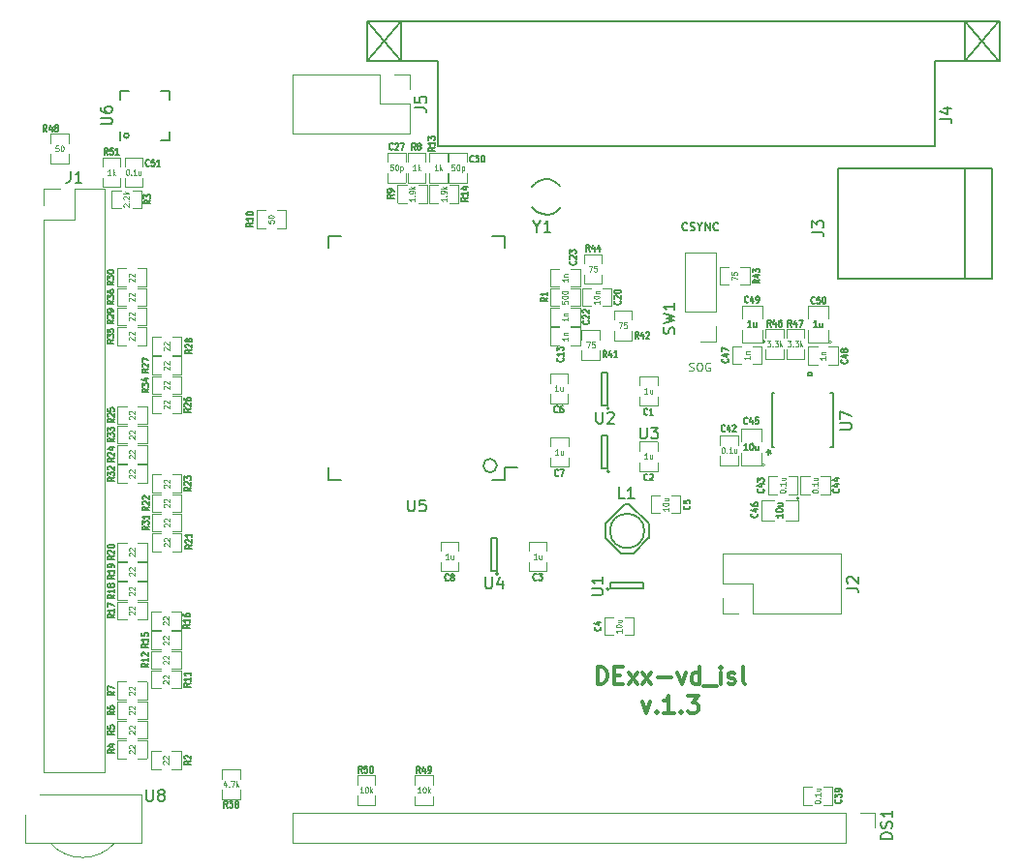
<source format=gto>
G04 #@! TF.GenerationSoftware,KiCad,Pcbnew,5.1.6+dfsg1-1*
G04 #@! TF.CreationDate,2020-08-04T21:27:51+03:00*
G04 #@! TF.ProjectId,isl_board,69736c5f-626f-4617-9264-2e6b69636164,rev?*
G04 #@! TF.SameCoordinates,Original*
G04 #@! TF.FileFunction,Legend,Top*
G04 #@! TF.FilePolarity,Positive*
%FSLAX46Y46*%
G04 Gerber Fmt 4.6, Leading zero omitted, Abs format (unit mm)*
G04 Created by KiCad (PCBNEW 5.1.6+dfsg1-1) date 2020-08-04 21:27:51*
%MOMM*%
%LPD*%
G01*
G04 APERTURE LIST*
%ADD10C,0.175000*%
%ADD11C,0.125000*%
%ADD12C,0.300000*%
%ADD13C,0.150000*%
%ADD14C,0.120000*%
%ADD15C,0.119380*%
%ADD16C,0.099060*%
%ADD17C,0.152400*%
%ADD18C,0.127000*%
%ADD19C,0.114300*%
G04 APERTURE END LIST*
D10*
X75476666Y-44780000D02*
X75443333Y-44813333D01*
X75343333Y-44846666D01*
X75276666Y-44846666D01*
X75176666Y-44813333D01*
X75110000Y-44746666D01*
X75076666Y-44680000D01*
X75043333Y-44546666D01*
X75043333Y-44446666D01*
X75076666Y-44313333D01*
X75110000Y-44246666D01*
X75176666Y-44180000D01*
X75276666Y-44146666D01*
X75343333Y-44146666D01*
X75443333Y-44180000D01*
X75476666Y-44213333D01*
X75743333Y-44813333D02*
X75843333Y-44846666D01*
X76010000Y-44846666D01*
X76076666Y-44813333D01*
X76110000Y-44780000D01*
X76143333Y-44713333D01*
X76143333Y-44646666D01*
X76110000Y-44580000D01*
X76076666Y-44546666D01*
X76010000Y-44513333D01*
X75876666Y-44480000D01*
X75810000Y-44446666D01*
X75776666Y-44413333D01*
X75743333Y-44346666D01*
X75743333Y-44280000D01*
X75776666Y-44213333D01*
X75810000Y-44180000D01*
X75876666Y-44146666D01*
X76043333Y-44146666D01*
X76143333Y-44180000D01*
X76576666Y-44513333D02*
X76576666Y-44846666D01*
X76343333Y-44146666D02*
X76576666Y-44513333D01*
X76810000Y-44146666D01*
X77043333Y-44846666D02*
X77043333Y-44146666D01*
X77443333Y-44846666D01*
X77443333Y-44146666D01*
X78176666Y-44780000D02*
X78143333Y-44813333D01*
X78043333Y-44846666D01*
X77976666Y-44846666D01*
X77876666Y-44813333D01*
X77810000Y-44746666D01*
X77776666Y-44680000D01*
X77743333Y-44546666D01*
X77743333Y-44446666D01*
X77776666Y-44313333D01*
X77810000Y-44246666D01*
X77876666Y-44180000D01*
X77976666Y-44146666D01*
X78043333Y-44146666D01*
X78143333Y-44180000D01*
X78176666Y-44213333D01*
D11*
X75643333Y-57083333D02*
X75743333Y-57116666D01*
X75910000Y-57116666D01*
X75976666Y-57083333D01*
X76010000Y-57050000D01*
X76043333Y-56983333D01*
X76043333Y-56916666D01*
X76010000Y-56850000D01*
X75976666Y-56816666D01*
X75910000Y-56783333D01*
X75776666Y-56750000D01*
X75710000Y-56716666D01*
X75676666Y-56683333D01*
X75643333Y-56616666D01*
X75643333Y-56550000D01*
X75676666Y-56483333D01*
X75710000Y-56450000D01*
X75776666Y-56416666D01*
X75943333Y-56416666D01*
X76043333Y-56450000D01*
X76476666Y-56416666D02*
X76610000Y-56416666D01*
X76676666Y-56450000D01*
X76743333Y-56516666D01*
X76776666Y-56650000D01*
X76776666Y-56883333D01*
X76743333Y-57016666D01*
X76676666Y-57083333D01*
X76610000Y-57116666D01*
X76476666Y-57116666D01*
X76410000Y-57083333D01*
X76343333Y-57016666D01*
X76310000Y-56883333D01*
X76310000Y-56650000D01*
X76343333Y-56516666D01*
X76410000Y-56450000D01*
X76476666Y-56416666D01*
X77443333Y-56450000D02*
X77376666Y-56416666D01*
X77276666Y-56416666D01*
X77176666Y-56450000D01*
X77110000Y-56516666D01*
X77076666Y-56583333D01*
X77043333Y-56716666D01*
X77043333Y-56816666D01*
X77076666Y-56950000D01*
X77110000Y-57016666D01*
X77176666Y-57083333D01*
X77276666Y-57116666D01*
X77343333Y-57116666D01*
X77443333Y-57083333D01*
X77476666Y-57050000D01*
X77476666Y-56816666D01*
X77343333Y-56816666D01*
D12*
X67627142Y-84533571D02*
X67627142Y-83033571D01*
X67984285Y-83033571D01*
X68198571Y-83105000D01*
X68341428Y-83247857D01*
X68412857Y-83390714D01*
X68484285Y-83676428D01*
X68484285Y-83890714D01*
X68412857Y-84176428D01*
X68341428Y-84319285D01*
X68198571Y-84462142D01*
X67984285Y-84533571D01*
X67627142Y-84533571D01*
X69127142Y-83747857D02*
X69627142Y-83747857D01*
X69841428Y-84533571D02*
X69127142Y-84533571D01*
X69127142Y-83033571D01*
X69841428Y-83033571D01*
X70341428Y-84533571D02*
X71127142Y-83533571D01*
X70341428Y-83533571D02*
X71127142Y-84533571D01*
X71555714Y-84533571D02*
X72341428Y-83533571D01*
X71555714Y-83533571D02*
X72341428Y-84533571D01*
X72912857Y-83962142D02*
X74055714Y-83962142D01*
X74627142Y-83533571D02*
X74984285Y-84533571D01*
X75341428Y-83533571D01*
X76555714Y-84533571D02*
X76555714Y-83033571D01*
X76555714Y-84462142D02*
X76412857Y-84533571D01*
X76127142Y-84533571D01*
X75984285Y-84462142D01*
X75912857Y-84390714D01*
X75841428Y-84247857D01*
X75841428Y-83819285D01*
X75912857Y-83676428D01*
X75984285Y-83605000D01*
X76127142Y-83533571D01*
X76412857Y-83533571D01*
X76555714Y-83605000D01*
X76912857Y-84676428D02*
X78055714Y-84676428D01*
X78412857Y-84533571D02*
X78412857Y-83533571D01*
X78412857Y-83033571D02*
X78341428Y-83105000D01*
X78412857Y-83176428D01*
X78484285Y-83105000D01*
X78412857Y-83033571D01*
X78412857Y-83176428D01*
X79055714Y-84462142D02*
X79198571Y-84533571D01*
X79484285Y-84533571D01*
X79627142Y-84462142D01*
X79698571Y-84319285D01*
X79698571Y-84247857D01*
X79627142Y-84105000D01*
X79484285Y-84033571D01*
X79270000Y-84033571D01*
X79127142Y-83962142D01*
X79055714Y-83819285D01*
X79055714Y-83747857D01*
X79127142Y-83605000D01*
X79270000Y-83533571D01*
X79484285Y-83533571D01*
X79627142Y-83605000D01*
X80555714Y-84533571D02*
X80412857Y-84462142D01*
X80341428Y-84319285D01*
X80341428Y-83033571D01*
X71520000Y-86083571D02*
X71877142Y-87083571D01*
X72234285Y-86083571D01*
X72805714Y-86940714D02*
X72877142Y-87012142D01*
X72805714Y-87083571D01*
X72734285Y-87012142D01*
X72805714Y-86940714D01*
X72805714Y-87083571D01*
X74305714Y-87083571D02*
X73448571Y-87083571D01*
X73877142Y-87083571D02*
X73877142Y-85583571D01*
X73734285Y-85797857D01*
X73591428Y-85940714D01*
X73448571Y-86012142D01*
X74948571Y-86940714D02*
X75020000Y-87012142D01*
X74948571Y-87083571D01*
X74877142Y-87012142D01*
X74948571Y-86940714D01*
X74948571Y-87083571D01*
X75520000Y-85583571D02*
X76448571Y-85583571D01*
X75948571Y-86155000D01*
X76162857Y-86155000D01*
X76305714Y-86226428D01*
X76377142Y-86297857D01*
X76448571Y-86440714D01*
X76448571Y-86797857D01*
X76377142Y-86940714D01*
X76305714Y-87012142D01*
X76162857Y-87083571D01*
X75734285Y-87083571D01*
X75591428Y-87012142D01*
X75520000Y-86940714D01*
D13*
X68332780Y-71785320D02*
X69656120Y-73108660D01*
X69653580Y-73108660D02*
X70753400Y-73108660D01*
X70778800Y-73095960D02*
X72099600Y-71775160D01*
X72107220Y-71770000D02*
X72107220Y-70490000D01*
X72109760Y-70474680D02*
X70400340Y-68765260D01*
X70382560Y-68762720D02*
X70047280Y-68762720D01*
X70047280Y-68765260D02*
X68332780Y-70482300D01*
X68332780Y-70490000D02*
X68332780Y-71770000D01*
X71720000Y-71130000D02*
G75*
G03*
X71720000Y-71130000I-1500000J0D01*
G01*
D14*
X77950000Y-46800000D02*
X75290000Y-46800000D01*
X77950000Y-51940000D02*
X77950000Y-46800000D01*
X75290000Y-51940000D02*
X75290000Y-46800000D01*
X77950000Y-51940000D02*
X75290000Y-51940000D01*
X77950000Y-53210000D02*
X77950000Y-54540000D01*
X77950000Y-54540000D02*
X76620000Y-54540000D01*
D13*
X58838232Y-65420640D02*
G75*
G03*
X58838232Y-65420640I-590292J0D01*
G01*
X59505000Y-66665000D02*
X59505000Y-65590000D01*
X44155000Y-66665000D02*
X44155000Y-65590000D01*
X44155000Y-45315000D02*
X44155000Y-46390000D01*
X59505000Y-45315000D02*
X59505000Y-46390000D01*
X59505000Y-66665000D02*
X58430000Y-66665000D01*
X59505000Y-45315000D02*
X58430000Y-45315000D01*
X44155000Y-45315000D02*
X45230000Y-45315000D01*
X44155000Y-66665000D02*
X45230000Y-66665000D01*
X59505000Y-65590000D02*
X60605000Y-65590000D01*
X68610000Y-76230000D02*
G75*
G03*
X68610000Y-76230000I-100000J0D01*
G01*
X68760000Y-75680000D02*
X68760000Y-76180000D01*
X71660000Y-75680000D02*
X68760000Y-75680000D01*
X71660000Y-76180000D02*
X71660000Y-75680000D01*
X68760000Y-76180000D02*
X71660000Y-76180000D01*
D15*
X27770320Y-41358000D02*
X27770320Y-42882000D01*
X25189680Y-42882000D02*
X25189680Y-41358000D01*
X27762700Y-42904860D02*
X26980380Y-42904860D01*
X25979620Y-42904860D02*
X25197300Y-42904860D01*
X26980380Y-41335140D02*
X27762700Y-41335140D01*
X25979620Y-41335140D02*
X25197300Y-41335140D01*
X24388000Y-38469680D02*
X25912000Y-38469680D01*
X25912000Y-41050320D02*
X24388000Y-41050320D01*
X25934860Y-38477300D02*
X25934860Y-39259620D01*
X25934860Y-40260380D02*
X25934860Y-41042700D01*
X24365140Y-39259620D02*
X24365140Y-38477300D01*
X24365140Y-40260380D02*
X24365140Y-41042700D01*
D14*
X88880000Y-78350000D02*
X88880000Y-73150000D01*
X81200000Y-78350000D02*
X88880000Y-78350000D01*
X78600000Y-73150000D02*
X88880000Y-73150000D01*
X81200000Y-78350000D02*
X81200000Y-75750000D01*
X81200000Y-75750000D02*
X78600000Y-75750000D01*
X78600000Y-75750000D02*
X78600000Y-73150000D01*
X79930000Y-78350000D02*
X78600000Y-78350000D01*
X78600000Y-78350000D02*
X78600000Y-77020000D01*
X17610000Y-98430000D02*
X19810000Y-98430000D01*
X17610000Y-95930000D02*
X17610000Y-98430000D01*
X27810000Y-94230000D02*
X18910000Y-94230000D01*
X27810000Y-98430000D02*
X27810000Y-94230000D01*
X25410000Y-98430000D02*
X27810000Y-98430000D01*
X19810000Y-98430000D02*
X25510000Y-98430000D01*
X19803744Y-98434232D02*
G75*
G03*
X25460000Y-98430000I2826256J2504232D01*
G01*
D15*
X48172000Y-95100320D02*
X46648000Y-95100320D01*
X46648000Y-92519680D02*
X48172000Y-92519680D01*
X46625140Y-95092700D02*
X46625140Y-94310380D01*
X46625140Y-93309620D02*
X46625140Y-92527300D01*
X48194860Y-94310380D02*
X48194860Y-95092700D01*
X48194860Y-93309620D02*
X48194860Y-92527300D01*
X53232000Y-95110320D02*
X51708000Y-95110320D01*
X51708000Y-92529680D02*
X53232000Y-92529680D01*
X51685140Y-95102700D02*
X51685140Y-94320380D01*
X51685140Y-93319620D02*
X51685140Y-92537300D01*
X53254860Y-94320380D02*
X53254860Y-95102700D01*
X53254860Y-93319620D02*
X53254860Y-92537300D01*
D14*
X91890000Y-95780000D02*
X91890000Y-97110000D01*
X90560000Y-95780000D02*
X91890000Y-95780000D01*
X89290000Y-95780000D02*
X89290000Y-98440000D01*
X89290000Y-98440000D02*
X40970000Y-98440000D01*
X89290000Y-95780000D02*
X40970000Y-95780000D01*
X40970000Y-95780000D02*
X40970000Y-98440000D01*
D15*
X88160320Y-93548000D02*
X88160320Y-95072000D01*
X85579680Y-95072000D02*
X85579680Y-93548000D01*
X88152700Y-95094860D02*
X87370380Y-95094860D01*
X86369620Y-95094860D02*
X85587300Y-95094860D01*
X87370380Y-93525140D02*
X88152700Y-93525140D01*
X86369620Y-93525140D02*
X85587300Y-93525140D01*
D13*
X102741660Y-26557920D02*
X99774940Y-30025020D01*
X102749280Y-30040260D02*
X99777480Y-26560460D01*
X50482680Y-26542680D02*
X47493100Y-30045340D01*
X50490300Y-30047880D02*
X47503260Y-26555380D01*
X102760000Y-26550000D02*
X102760000Y-30050000D01*
X47490000Y-30050000D02*
X47490000Y-26550000D01*
X47490000Y-26550000D02*
X102760000Y-26550000D01*
X99760000Y-26550000D02*
X99760000Y-30050000D01*
X97145000Y-30050000D02*
X102760000Y-30050000D01*
X97145000Y-30050000D02*
X97145000Y-37500000D01*
X97145000Y-37500000D02*
X53645000Y-37500000D01*
X53645000Y-37500000D02*
X53645000Y-30050000D01*
X53645000Y-30050000D02*
X47490000Y-30050000D01*
X50490000Y-30050000D02*
X50490000Y-26550000D01*
D16*
X87829160Y-51472500D02*
X87829160Y-52552000D01*
X86041000Y-51462340D02*
X87819000Y-51462340D01*
X86030840Y-52552000D02*
X86030840Y-51472500D01*
X86030840Y-54647500D02*
X86030840Y-53568000D01*
X87819000Y-54657660D02*
X86041000Y-54657660D01*
X87829160Y-53568000D02*
X87829160Y-54647500D01*
X88080620Y-54624640D02*
G75*
G03*
X88080620Y-54624640I-127000J0D01*
G01*
X82300620Y-54594640D02*
G75*
G03*
X82300620Y-54594640I-127000J0D01*
G01*
X82049160Y-53538000D02*
X82049160Y-54617500D01*
X82039000Y-54627660D02*
X80261000Y-54627660D01*
X80250840Y-54617500D02*
X80250840Y-53538000D01*
X80250840Y-52522000D02*
X80250840Y-51442500D01*
X80261000Y-51432340D02*
X82039000Y-51432340D01*
X82049160Y-51442500D02*
X82049160Y-52522000D01*
X81989160Y-62212500D02*
X81989160Y-63292000D01*
X80201000Y-62202340D02*
X81979000Y-62202340D01*
X80190840Y-63292000D02*
X80190840Y-62212500D01*
X80190840Y-65387500D02*
X80190840Y-64308000D01*
X81979000Y-65397660D02*
X80201000Y-65397660D01*
X81989160Y-64308000D02*
X81989160Y-65387500D01*
X82240620Y-65364640D02*
G75*
G03*
X82240620Y-65364640I-127000J0D01*
G01*
X85251640Y-68296380D02*
G75*
G03*
X85251640Y-68296380I-127000J0D01*
G01*
X84068000Y-68420840D02*
X85147500Y-68420840D01*
X85157660Y-68431000D02*
X85157660Y-70209000D01*
X85147500Y-70219160D02*
X84068000Y-70219160D01*
X83052000Y-70219160D02*
X81972500Y-70219160D01*
X81962340Y-70209000D02*
X81962340Y-68431000D01*
X81972500Y-68420840D02*
X83052000Y-68420840D01*
D13*
X102115000Y-39400000D02*
X102115000Y-49100000D01*
X102115000Y-49100000D02*
X88615000Y-49100000D01*
X88615000Y-49100000D02*
X88615000Y-39400000D01*
X88615000Y-39400000D02*
X102115000Y-39400000D01*
X99765000Y-39400000D02*
X99765000Y-49100000D01*
D15*
X39610380Y-44634860D02*
X40392700Y-44634860D01*
X38609620Y-44634860D02*
X37827300Y-44634860D01*
X39610380Y-43065140D02*
X40392700Y-43065140D01*
X37827300Y-43065140D02*
X38609620Y-43065140D01*
X40400320Y-43088000D02*
X40400320Y-44612000D01*
X37819680Y-44612000D02*
X37819680Y-43088000D01*
X34825140Y-93800380D02*
X34825140Y-94582700D01*
X34825140Y-92799620D02*
X34825140Y-92017300D01*
X36394860Y-93800380D02*
X36394860Y-94582700D01*
X36394860Y-92017300D02*
X36394860Y-92799620D01*
X36372000Y-94590320D02*
X34848000Y-94590320D01*
X34848000Y-92009680D02*
X36372000Y-92009680D01*
X27470380Y-61784860D02*
X28252700Y-61784860D01*
X26469620Y-61784860D02*
X25687300Y-61784860D01*
X27470380Y-60215140D02*
X28252700Y-60215140D01*
X25687300Y-60215140D02*
X26469620Y-60215140D01*
X28260320Y-60238000D02*
X28260320Y-61762000D01*
X25679680Y-61762000D02*
X25679680Y-60238000D01*
X30500380Y-72904860D02*
X31282700Y-72904860D01*
X29499620Y-72904860D02*
X28717300Y-72904860D01*
X30500380Y-71335140D02*
X31282700Y-71335140D01*
X28717300Y-71335140D02*
X29499620Y-71335140D01*
X31290320Y-71358000D02*
X31290320Y-72882000D01*
X28709680Y-72882000D02*
X28709680Y-71358000D01*
X30500380Y-67774860D02*
X31282700Y-67774860D01*
X29499620Y-67774860D02*
X28717300Y-67774860D01*
X30500380Y-66205140D02*
X31282700Y-66205140D01*
X28717300Y-66205140D02*
X29499620Y-66205140D01*
X31290320Y-66228000D02*
X31290320Y-67752000D01*
X28709680Y-67752000D02*
X28709680Y-66228000D01*
X30470380Y-59144860D02*
X31252700Y-59144860D01*
X29469620Y-59144860D02*
X28687300Y-59144860D01*
X30470380Y-57575140D02*
X31252700Y-57575140D01*
X28687300Y-57575140D02*
X29469620Y-57575140D01*
X31260320Y-57598000D02*
X31260320Y-59122000D01*
X28679680Y-59122000D02*
X28679680Y-57598000D01*
X30470380Y-57434860D02*
X31252700Y-57434860D01*
X29469620Y-57434860D02*
X28687300Y-57434860D01*
X30470380Y-55865140D02*
X31252700Y-55865140D01*
X28687300Y-55865140D02*
X29469620Y-55865140D01*
X31260320Y-55888000D02*
X31260320Y-57412000D01*
X28679680Y-57412000D02*
X28679680Y-55888000D01*
X30500380Y-71194860D02*
X31282700Y-71194860D01*
X29499620Y-71194860D02*
X28717300Y-71194860D01*
X30500380Y-69625140D02*
X31282700Y-69625140D01*
X28717300Y-69625140D02*
X29499620Y-69625140D01*
X31290320Y-69648000D02*
X31290320Y-71172000D01*
X28709680Y-71172000D02*
X28709680Y-69648000D01*
X30500380Y-69484860D02*
X31282700Y-69484860D01*
X29499620Y-69484860D02*
X28717300Y-69484860D01*
X30500380Y-67915140D02*
X31282700Y-67915140D01*
X28717300Y-67915140D02*
X29499620Y-67915140D01*
X31290320Y-67938000D02*
X31290320Y-69462000D01*
X28709680Y-69462000D02*
X28709680Y-67938000D01*
X27470380Y-66914860D02*
X28252700Y-66914860D01*
X26469620Y-66914860D02*
X25687300Y-66914860D01*
X27470380Y-65345140D02*
X28252700Y-65345140D01*
X25687300Y-65345140D02*
X26469620Y-65345140D01*
X28260320Y-65368000D02*
X28260320Y-66892000D01*
X25679680Y-66892000D02*
X25679680Y-65368000D01*
X27470380Y-63494860D02*
X28252700Y-63494860D01*
X26469620Y-63494860D02*
X25687300Y-63494860D01*
X27470380Y-61925140D02*
X28252700Y-61925140D01*
X25687300Y-61925140D02*
X26469620Y-61925140D01*
X28260320Y-61948000D02*
X28260320Y-63472000D01*
X25679680Y-63472000D02*
X25679680Y-61948000D01*
X27470380Y-65204860D02*
X28252700Y-65204860D01*
X26469620Y-65204860D02*
X25687300Y-65204860D01*
X27470380Y-63635140D02*
X28252700Y-63635140D01*
X25687300Y-63635140D02*
X26469620Y-63635140D01*
X28260320Y-63658000D02*
X28260320Y-65182000D01*
X25679680Y-65182000D02*
X25679680Y-63658000D01*
X30470380Y-55724860D02*
X31252700Y-55724860D01*
X29469620Y-55724860D02*
X28687300Y-55724860D01*
X30470380Y-54155140D02*
X31252700Y-54155140D01*
X28687300Y-54155140D02*
X29469620Y-54155140D01*
X31260320Y-54178000D02*
X31260320Y-55702000D01*
X28679680Y-55702000D02*
X28679680Y-54178000D01*
X30470380Y-60854860D02*
X31252700Y-60854860D01*
X29469620Y-60854860D02*
X28687300Y-60854860D01*
X30470380Y-59285140D02*
X31252700Y-59285140D01*
X28687300Y-59285140D02*
X29469620Y-59285140D01*
X31260320Y-59308000D02*
X31260320Y-60832000D01*
X28679680Y-60832000D02*
X28679680Y-59308000D01*
X21414860Y-37181620D02*
X21414860Y-36399300D01*
X21414860Y-38182380D02*
X21414860Y-38964700D01*
X19845140Y-37181620D02*
X19845140Y-36399300D01*
X19845140Y-38964700D02*
X19845140Y-38182380D01*
X19868000Y-36391680D02*
X21392000Y-36391680D01*
X21392000Y-38972320D02*
X19868000Y-38972320D01*
D14*
X51230000Y-31180000D02*
X51230000Y-32510000D01*
X49900000Y-31180000D02*
X51230000Y-31180000D01*
X51230000Y-33780000D02*
X51230000Y-36380000D01*
X48630000Y-33780000D02*
X51230000Y-33780000D01*
X48630000Y-31180000D02*
X48630000Y-33780000D01*
X51230000Y-36380000D02*
X40950000Y-36380000D01*
X48630000Y-31180000D02*
X40950000Y-31180000D01*
X40950000Y-31180000D02*
X40950000Y-36380000D01*
D17*
X88219700Y-63814900D02*
X88219700Y-59065100D01*
X88219700Y-59065100D02*
X88000541Y-59065100D01*
X82860300Y-59065100D02*
X82860300Y-63814900D01*
X82860300Y-63814900D02*
X83079459Y-63814900D01*
X88000539Y-63814900D02*
X88219700Y-63814900D01*
X83079461Y-59065100D02*
X82860300Y-59065100D01*
X85999499Y-57274400D02*
X86380499Y-57274400D01*
X86380499Y-57274400D02*
X86380499Y-57528400D01*
X86380499Y-57528400D02*
X85999499Y-57528400D01*
X85999499Y-57528400D02*
X85999499Y-57274400D01*
D15*
X79902000Y-65380320D02*
X78378000Y-65380320D01*
X78378000Y-62799680D02*
X79902000Y-62799680D01*
X78355140Y-65372700D02*
X78355140Y-64590380D01*
X78355140Y-63589620D02*
X78355140Y-62807300D01*
X79924860Y-64590380D02*
X79924860Y-65372700D01*
X79924860Y-63589620D02*
X79924860Y-62807300D01*
X86169620Y-66345140D02*
X85387300Y-66345140D01*
X87170380Y-66345140D02*
X87952700Y-66345140D01*
X86169620Y-67914860D02*
X85387300Y-67914860D01*
X87952700Y-67914860D02*
X87170380Y-67914860D01*
X85379680Y-67892000D02*
X85379680Y-66368000D01*
X87960320Y-66368000D02*
X87960320Y-67892000D01*
X85100320Y-66368000D02*
X85100320Y-67892000D01*
X82519680Y-67892000D02*
X82519680Y-66368000D01*
X85092700Y-67914860D02*
X84310380Y-67914860D01*
X83309620Y-67914860D02*
X82527300Y-67914860D01*
X84310380Y-66345140D02*
X85092700Y-66345140D01*
X83309620Y-66345140D02*
X82527300Y-66345140D01*
X27874860Y-39259620D02*
X27874860Y-38477300D01*
X27874860Y-40260380D02*
X27874860Y-41042700D01*
X26305140Y-39259620D02*
X26305140Y-38477300D01*
X26305140Y-41042700D02*
X26305140Y-40260380D01*
X26328000Y-38469680D02*
X27852000Y-38469680D01*
X27852000Y-41050320D02*
X26328000Y-41050320D01*
X86049680Y-56562000D02*
X86049680Y-55038000D01*
X88630320Y-55038000D02*
X88630320Y-56562000D01*
X86057300Y-55015140D02*
X86839620Y-55015140D01*
X87840380Y-55015140D02*
X88622700Y-55015140D01*
X86839620Y-56584860D02*
X86057300Y-56584860D01*
X87840380Y-56584860D02*
X88622700Y-56584860D01*
X80179620Y-54985140D02*
X79397300Y-54985140D01*
X81180380Y-54985140D02*
X81962700Y-54985140D01*
X80179620Y-56554860D02*
X79397300Y-56554860D01*
X81962700Y-56554860D02*
X81180380Y-56554860D01*
X79389680Y-56532000D02*
X79389680Y-55008000D01*
X81970320Y-55008000D02*
X81970320Y-56532000D01*
X83892000Y-56060320D02*
X82368000Y-56060320D01*
X82368000Y-53479680D02*
X83892000Y-53479680D01*
X82345140Y-56052700D02*
X82345140Y-55270380D01*
X82345140Y-54269620D02*
X82345140Y-53487300D01*
X83914860Y-55270380D02*
X83914860Y-56052700D01*
X83914860Y-54269620D02*
X83914860Y-53487300D01*
X85704860Y-54269620D02*
X85704860Y-53487300D01*
X85704860Y-55270380D02*
X85704860Y-56052700D01*
X84135140Y-54269620D02*
X84135140Y-53487300D01*
X84135140Y-56052700D02*
X84135140Y-55270380D01*
X84158000Y-53479680D02*
X85682000Y-53479680D01*
X85682000Y-56060320D02*
X84158000Y-56060320D01*
D13*
X26665948Y-36548143D02*
G75*
G03*
X26665948Y-36548143I-209115J0D01*
G01*
X25940053Y-32632843D02*
X25940053Y-33407843D01*
X30240053Y-32632843D02*
X30240053Y-33407843D01*
X30240053Y-36932843D02*
X30240053Y-36157843D01*
X25940053Y-36932843D02*
X25940053Y-36157843D01*
X30240053Y-32632843D02*
X29465053Y-32632843D01*
X30240053Y-36932843D02*
X29465053Y-36932843D01*
X25940053Y-32632843D02*
X26715053Y-32632843D01*
D15*
X72874860Y-58389620D02*
X72874860Y-57607300D01*
X72874860Y-59390380D02*
X72874860Y-60172700D01*
X71305140Y-58389620D02*
X71305140Y-57607300D01*
X71305140Y-60172700D02*
X71305140Y-59390380D01*
X71328000Y-57599680D02*
X72852000Y-57599680D01*
X72852000Y-60180320D02*
X71328000Y-60180320D01*
X72874860Y-64119620D02*
X72874860Y-63337300D01*
X72874860Y-65120380D02*
X72874860Y-65902700D01*
X71305140Y-64119620D02*
X71305140Y-63337300D01*
X71305140Y-65902700D02*
X71305140Y-65120380D01*
X71328000Y-63329680D02*
X72852000Y-63329680D01*
X72852000Y-65910320D02*
X71328000Y-65910320D01*
X63194860Y-72859620D02*
X63194860Y-72077300D01*
X63194860Y-73860380D02*
X63194860Y-74642700D01*
X61625140Y-72859620D02*
X61625140Y-72077300D01*
X61625140Y-74642700D02*
X61625140Y-73860380D01*
X61648000Y-72069680D02*
X63172000Y-72069680D01*
X63172000Y-74650320D02*
X61648000Y-74650320D01*
X68219680Y-80222000D02*
X68219680Y-78698000D01*
X70800320Y-78698000D02*
X70800320Y-80222000D01*
X68227300Y-78675140D02*
X69009620Y-78675140D01*
X70010380Y-78675140D02*
X70792700Y-78675140D01*
X69009620Y-80244860D02*
X68227300Y-80244860D01*
X70010380Y-80244860D02*
X70792700Y-80244860D01*
X74100380Y-69594860D02*
X74882700Y-69594860D01*
X73099620Y-69594860D02*
X72317300Y-69594860D01*
X74100380Y-68025140D02*
X74882700Y-68025140D01*
X72317300Y-68025140D02*
X73099620Y-68025140D01*
X74890320Y-68048000D02*
X74890320Y-69572000D01*
X72309680Y-69572000D02*
X72309680Y-68048000D01*
X65044860Y-58179620D02*
X65044860Y-57397300D01*
X65044860Y-59180380D02*
X65044860Y-59962700D01*
X63475140Y-58179620D02*
X63475140Y-57397300D01*
X63475140Y-59962700D02*
X63475140Y-59180380D01*
X63498000Y-57389680D02*
X65022000Y-57389680D01*
X65022000Y-59970320D02*
X63498000Y-59970320D01*
X65084860Y-63739620D02*
X65084860Y-62957300D01*
X65084860Y-64740380D02*
X65084860Y-65522700D01*
X63515140Y-63739620D02*
X63515140Y-62957300D01*
X63515140Y-65522700D02*
X63515140Y-64740380D01*
X63538000Y-62949680D02*
X65062000Y-62949680D01*
X65062000Y-65530320D02*
X63538000Y-65530320D01*
X55484860Y-72879620D02*
X55484860Y-72097300D01*
X55484860Y-73880380D02*
X55484860Y-74662700D01*
X53915140Y-72879620D02*
X53915140Y-72097300D01*
X53915140Y-74662700D02*
X53915140Y-73880380D01*
X53938000Y-72089680D02*
X55462000Y-72089680D01*
X55462000Y-74670320D02*
X53938000Y-74670320D01*
X65310380Y-54894860D02*
X66092700Y-54894860D01*
X64309620Y-54894860D02*
X63527300Y-54894860D01*
X65310380Y-53325140D02*
X66092700Y-53325140D01*
X63527300Y-53325140D02*
X64309620Y-53325140D01*
X66100320Y-53348000D02*
X66100320Y-54872000D01*
X63519680Y-54872000D02*
X63519680Y-53348000D01*
X67059620Y-49905140D02*
X66277300Y-49905140D01*
X68060380Y-49905140D02*
X68842700Y-49905140D01*
X67059620Y-51474860D02*
X66277300Y-51474860D01*
X68842700Y-51474860D02*
X68060380Y-51474860D01*
X66269680Y-51452000D02*
X66269680Y-49928000D01*
X68850320Y-49928000D02*
X68850320Y-51452000D01*
X64309620Y-51615140D02*
X63527300Y-51615140D01*
X65310380Y-51615140D02*
X66092700Y-51615140D01*
X64309620Y-53184860D02*
X63527300Y-53184860D01*
X66092700Y-53184860D02*
X65310380Y-53184860D01*
X63519680Y-53162000D02*
X63519680Y-51638000D01*
X66100320Y-51638000D02*
X66100320Y-53162000D01*
X64309620Y-48195140D02*
X63527300Y-48195140D01*
X65310380Y-48195140D02*
X66092700Y-48195140D01*
X64309620Y-49764860D02*
X63527300Y-49764860D01*
X66092700Y-49764860D02*
X65310380Y-49764860D01*
X63519680Y-49742000D02*
X63519680Y-48218000D01*
X66100320Y-48218000D02*
X66100320Y-49742000D01*
X49295140Y-39850380D02*
X49295140Y-40632700D01*
X49295140Y-38849620D02*
X49295140Y-38067300D01*
X50864860Y-39850380D02*
X50864860Y-40632700D01*
X50864860Y-38067300D02*
X50864860Y-38849620D01*
X50842000Y-40640320D02*
X49318000Y-40640320D01*
X49318000Y-38059680D02*
X50842000Y-38059680D01*
X54655140Y-39860380D02*
X54655140Y-40642700D01*
X54655140Y-38859620D02*
X54655140Y-38077300D01*
X56224860Y-39860380D02*
X56224860Y-40642700D01*
X56224860Y-38077300D02*
X56224860Y-38859620D01*
X56202000Y-40650320D02*
X54678000Y-40650320D01*
X54678000Y-38069680D02*
X56202000Y-38069680D01*
D14*
X19240000Y-43870000D02*
X19240000Y-92250000D01*
X19240000Y-92250000D02*
X24560000Y-92250000D01*
X24560000Y-92250000D02*
X24560000Y-41210000D01*
X24560000Y-41210000D02*
X21900000Y-41210000D01*
X21900000Y-41210000D02*
X21900000Y-43870000D01*
X21900000Y-43870000D02*
X19240000Y-43870000D01*
X19240000Y-42600000D02*
X19240000Y-41210000D01*
X19240000Y-41210000D02*
X20630000Y-41210000D01*
D15*
X64309620Y-49905140D02*
X63527300Y-49905140D01*
X65310380Y-49905140D02*
X66092700Y-49905140D01*
X64309620Y-51474860D02*
X63527300Y-51474860D01*
X66092700Y-51474860D02*
X65310380Y-51474860D01*
X63519680Y-51452000D02*
X63519680Y-49928000D01*
X66100320Y-49928000D02*
X66100320Y-51452000D01*
X30430380Y-91964860D02*
X31212700Y-91964860D01*
X29429620Y-91964860D02*
X28647300Y-91964860D01*
X30430380Y-90395140D02*
X31212700Y-90395140D01*
X28647300Y-90395140D02*
X29429620Y-90395140D01*
X31220320Y-90418000D02*
X31220320Y-91942000D01*
X28639680Y-91942000D02*
X28639680Y-90418000D01*
X27460380Y-91024860D02*
X28242700Y-91024860D01*
X26459620Y-91024860D02*
X25677300Y-91024860D01*
X27460380Y-89455140D02*
X28242700Y-89455140D01*
X25677300Y-89455140D02*
X26459620Y-89455140D01*
X28250320Y-89478000D02*
X28250320Y-91002000D01*
X25669680Y-91002000D02*
X25669680Y-89478000D01*
X27460380Y-89314860D02*
X28242700Y-89314860D01*
X26459620Y-89314860D02*
X25677300Y-89314860D01*
X27460380Y-87745140D02*
X28242700Y-87745140D01*
X25677300Y-87745140D02*
X26459620Y-87745140D01*
X28250320Y-87768000D02*
X28250320Y-89292000D01*
X25669680Y-89292000D02*
X25669680Y-87768000D01*
X27460380Y-87604860D02*
X28242700Y-87604860D01*
X26459620Y-87604860D02*
X25677300Y-87604860D01*
X27460380Y-86035140D02*
X28242700Y-86035140D01*
X25677300Y-86035140D02*
X26459620Y-86035140D01*
X28250320Y-86058000D02*
X28250320Y-87582000D01*
X25669680Y-87582000D02*
X25669680Y-86058000D01*
X27460380Y-85894860D02*
X28242700Y-85894860D01*
X26459620Y-85894860D02*
X25677300Y-85894860D01*
X27460380Y-84325140D02*
X28242700Y-84325140D01*
X25677300Y-84325140D02*
X26459620Y-84325140D01*
X28250320Y-84348000D02*
X28250320Y-85872000D01*
X25669680Y-85872000D02*
X25669680Y-84348000D01*
X51025140Y-39850380D02*
X51025140Y-40632700D01*
X51025140Y-38849620D02*
X51025140Y-38067300D01*
X52594860Y-39850380D02*
X52594860Y-40632700D01*
X52594860Y-38067300D02*
X52594860Y-38849620D01*
X52572000Y-40640320D02*
X51048000Y-40640320D01*
X51048000Y-38059680D02*
X52572000Y-38059680D01*
X50959620Y-40855140D02*
X50177300Y-40855140D01*
X51960380Y-40855140D02*
X52742700Y-40855140D01*
X50959620Y-42424860D02*
X50177300Y-42424860D01*
X52742700Y-42424860D02*
X51960380Y-42424860D01*
X50169680Y-42402000D02*
X50169680Y-40878000D01*
X52750320Y-40878000D02*
X52750320Y-42402000D01*
X30440380Y-84914860D02*
X31222700Y-84914860D01*
X29439620Y-84914860D02*
X28657300Y-84914860D01*
X30440380Y-83345140D02*
X31222700Y-83345140D01*
X28657300Y-83345140D02*
X29439620Y-83345140D01*
X31230320Y-83368000D02*
X31230320Y-84892000D01*
X28649680Y-84892000D02*
X28649680Y-83368000D01*
X30440380Y-83194860D02*
X31222700Y-83194860D01*
X29439620Y-83194860D02*
X28657300Y-83194860D01*
X30440380Y-81625140D02*
X31222700Y-81625140D01*
X28657300Y-81625140D02*
X29439620Y-81625140D01*
X31230320Y-81648000D02*
X31230320Y-83172000D01*
X28649680Y-83172000D02*
X28649680Y-81648000D01*
X52935140Y-39860380D02*
X52935140Y-40642700D01*
X52935140Y-38859620D02*
X52935140Y-38077300D01*
X54504860Y-39860380D02*
X54504860Y-40642700D01*
X54504860Y-38077300D02*
X54504860Y-38859620D01*
X54482000Y-40650320D02*
X52958000Y-40650320D01*
X52958000Y-38069680D02*
X54482000Y-38069680D01*
X54710380Y-42424860D02*
X55492700Y-42424860D01*
X53709620Y-42424860D02*
X52927300Y-42424860D01*
X54710380Y-40855140D02*
X55492700Y-40855140D01*
X52927300Y-40855140D02*
X53709620Y-40855140D01*
X55500320Y-40878000D02*
X55500320Y-42402000D01*
X52919680Y-42402000D02*
X52919680Y-40878000D01*
X30440380Y-81474860D02*
X31222700Y-81474860D01*
X29439620Y-81474860D02*
X28657300Y-81474860D01*
X30440380Y-79905140D02*
X31222700Y-79905140D01*
X28657300Y-79905140D02*
X29439620Y-79905140D01*
X31230320Y-79928000D02*
X31230320Y-81452000D01*
X28649680Y-81452000D02*
X28649680Y-79928000D01*
X30440380Y-79764860D02*
X31222700Y-79764860D01*
X29439620Y-79764860D02*
X28657300Y-79764860D01*
X30440380Y-78195140D02*
X31222700Y-78195140D01*
X28657300Y-78195140D02*
X29439620Y-78195140D01*
X31230320Y-78218000D02*
X31230320Y-79742000D01*
X28649680Y-79742000D02*
X28649680Y-78218000D01*
X27470380Y-78884860D02*
X28252700Y-78884860D01*
X26469620Y-78884860D02*
X25687300Y-78884860D01*
X27470380Y-77315140D02*
X28252700Y-77315140D01*
X25687300Y-77315140D02*
X26469620Y-77315140D01*
X28260320Y-77338000D02*
X28260320Y-78862000D01*
X25679680Y-78862000D02*
X25679680Y-77338000D01*
X27470380Y-77174860D02*
X28252700Y-77174860D01*
X26469620Y-77174860D02*
X25687300Y-77174860D01*
X27470380Y-75605140D02*
X28252700Y-75605140D01*
X25687300Y-75605140D02*
X26469620Y-75605140D01*
X28260320Y-75628000D02*
X28260320Y-77152000D01*
X25679680Y-77152000D02*
X25679680Y-75628000D01*
X27470380Y-75464860D02*
X28252700Y-75464860D01*
X26469620Y-75464860D02*
X25687300Y-75464860D01*
X27470380Y-73895140D02*
X28252700Y-73895140D01*
X25687300Y-73895140D02*
X26469620Y-73895140D01*
X28260320Y-73918000D02*
X28260320Y-75442000D01*
X25679680Y-75442000D02*
X25679680Y-73918000D01*
X27470380Y-73754860D02*
X28252700Y-73754860D01*
X26469620Y-73754860D02*
X25687300Y-73754860D01*
X27470380Y-72185140D02*
X28252700Y-72185140D01*
X25687300Y-72185140D02*
X26469620Y-72185140D01*
X28260320Y-72208000D02*
X28260320Y-73732000D01*
X25679680Y-73732000D02*
X25679680Y-72208000D01*
X27430380Y-53154860D02*
X28212700Y-53154860D01*
X26429620Y-53154860D02*
X25647300Y-53154860D01*
X27430380Y-51585140D02*
X28212700Y-51585140D01*
X25647300Y-51585140D02*
X26429620Y-51585140D01*
X28220320Y-51608000D02*
X28220320Y-53132000D01*
X25639680Y-53132000D02*
X25639680Y-51608000D01*
X27430380Y-49734860D02*
X28212700Y-49734860D01*
X26429620Y-49734860D02*
X25647300Y-49734860D01*
X27430380Y-48165140D02*
X28212700Y-48165140D01*
X25647300Y-48165140D02*
X26429620Y-48165140D01*
X28220320Y-48188000D02*
X28220320Y-49712000D01*
X25639680Y-49712000D02*
X25639680Y-48188000D01*
X27430380Y-54864860D02*
X28212700Y-54864860D01*
X26429620Y-54864860D02*
X25647300Y-54864860D01*
X27430380Y-53295140D02*
X28212700Y-53295140D01*
X25647300Y-53295140D02*
X26429620Y-53295140D01*
X28220320Y-53318000D02*
X28220320Y-54842000D01*
X25639680Y-54842000D02*
X25639680Y-53318000D01*
X27430380Y-51444860D02*
X28212700Y-51444860D01*
X26429620Y-51444860D02*
X25647300Y-51444860D01*
X27430380Y-49875140D02*
X28212700Y-49875140D01*
X25647300Y-49875140D02*
X26429620Y-49875140D01*
X28220320Y-49898000D02*
X28220320Y-51422000D01*
X25639680Y-51422000D02*
X25639680Y-49898000D01*
X66255140Y-55360380D02*
X66255140Y-56142700D01*
X66255140Y-54359620D02*
X66255140Y-53577300D01*
X67824860Y-55360380D02*
X67824860Y-56142700D01*
X67824860Y-53577300D02*
X67824860Y-54359620D01*
X67802000Y-56150320D02*
X66278000Y-56150320D01*
X66278000Y-53569680D02*
X67802000Y-53569680D01*
X69075140Y-53660380D02*
X69075140Y-54442700D01*
X69075140Y-52659620D02*
X69075140Y-51877300D01*
X70644860Y-53660380D02*
X70644860Y-54442700D01*
X70644860Y-51877300D02*
X70644860Y-52659620D01*
X70622000Y-54450320D02*
X69098000Y-54450320D01*
X69098000Y-51869680D02*
X70622000Y-51869680D01*
X80120380Y-49604860D02*
X80902700Y-49604860D01*
X79119620Y-49604860D02*
X78337300Y-49604860D01*
X80120380Y-48035140D02*
X80902700Y-48035140D01*
X78337300Y-48035140D02*
X79119620Y-48035140D01*
X80910320Y-48058000D02*
X80910320Y-49582000D01*
X78329680Y-49582000D02*
X78329680Y-48058000D01*
X68034860Y-47709620D02*
X68034860Y-46927300D01*
X68034860Y-48710380D02*
X68034860Y-49492700D01*
X66465140Y-47709620D02*
X66465140Y-46927300D01*
X66465140Y-49492700D02*
X66465140Y-48710380D01*
X66488000Y-46919680D02*
X68012000Y-46919680D01*
X68012000Y-49500320D02*
X66488000Y-49500320D01*
D13*
X68640000Y-60420000D02*
G75*
G03*
X68640000Y-60420000I-100000J0D01*
G01*
X67990000Y-60170000D02*
X68490000Y-60170000D01*
X67990000Y-57270000D02*
X67990000Y-60170000D01*
X68490000Y-57270000D02*
X67990000Y-57270000D01*
X68490000Y-60170000D02*
X68490000Y-57270000D01*
X68670000Y-65930000D02*
G75*
G03*
X68670000Y-65930000I-100000J0D01*
G01*
X68020000Y-65680000D02*
X68520000Y-65680000D01*
X68020000Y-62780000D02*
X68020000Y-65680000D01*
X68520000Y-62780000D02*
X68020000Y-62780000D01*
X68520000Y-65680000D02*
X68520000Y-62780000D01*
X58960000Y-74880000D02*
G75*
G03*
X58960000Y-74880000I-100000J0D01*
G01*
X58310000Y-74630000D02*
X58810000Y-74630000D01*
X58310000Y-71730000D02*
X58310000Y-74630000D01*
X58810000Y-71730000D02*
X58310000Y-71730000D01*
X58810000Y-74630000D02*
X58810000Y-71730000D01*
X61899520Y-41010840D02*
X62150980Y-40759380D01*
X62150980Y-40759380D02*
X62498960Y-40510460D01*
X62498960Y-40510460D02*
X63050140Y-40360600D01*
X63050140Y-40360600D02*
X63448920Y-40360600D01*
X63448920Y-40360600D02*
X63949300Y-40561260D01*
X63949300Y-40561260D02*
X64350620Y-40909240D01*
X61899520Y-42760900D02*
X62049380Y-42959020D01*
X62049380Y-42959020D02*
X62349100Y-43210480D01*
X62349100Y-43210480D02*
X62801220Y-43411140D01*
X62801220Y-43411140D02*
X63250800Y-43459400D01*
X63250800Y-43459400D02*
X63751180Y-43360340D01*
X63751180Y-43360340D02*
X64099160Y-43159680D01*
X64099160Y-43159680D02*
X64449680Y-42809160D01*
X69993333Y-68292380D02*
X69517142Y-68292380D01*
X69517142Y-67292380D01*
X70850476Y-68292380D02*
X70279047Y-68292380D01*
X70564761Y-68292380D02*
X70564761Y-67292380D01*
X70469523Y-67435238D01*
X70374285Y-67530476D01*
X70279047Y-67578095D01*
X74324761Y-53863333D02*
X74372380Y-53720476D01*
X74372380Y-53482380D01*
X74324761Y-53387142D01*
X74277142Y-53339523D01*
X74181904Y-53291904D01*
X74086666Y-53291904D01*
X73991428Y-53339523D01*
X73943809Y-53387142D01*
X73896190Y-53482380D01*
X73848571Y-53672857D01*
X73800952Y-53768095D01*
X73753333Y-53815714D01*
X73658095Y-53863333D01*
X73562857Y-53863333D01*
X73467619Y-53815714D01*
X73420000Y-53768095D01*
X73372380Y-53672857D01*
X73372380Y-53434761D01*
X73420000Y-53291904D01*
X73372380Y-52958571D02*
X74372380Y-52720476D01*
X73658095Y-52530000D01*
X74372380Y-52339523D01*
X73372380Y-52101428D01*
X74372380Y-51196666D02*
X74372380Y-51768095D01*
X74372380Y-51482380D02*
X73372380Y-51482380D01*
X73515238Y-51577619D01*
X73610476Y-51672857D01*
X73658095Y-51768095D01*
X51068095Y-68417380D02*
X51068095Y-69226904D01*
X51115714Y-69322142D01*
X51163333Y-69369761D01*
X51258571Y-69417380D01*
X51449047Y-69417380D01*
X51544285Y-69369761D01*
X51591904Y-69322142D01*
X51639523Y-69226904D01*
X51639523Y-68417380D01*
X52591904Y-68417380D02*
X52115714Y-68417380D01*
X52068095Y-68893571D01*
X52115714Y-68845952D01*
X52210952Y-68798333D01*
X52449047Y-68798333D01*
X52544285Y-68845952D01*
X52591904Y-68893571D01*
X52639523Y-68988809D01*
X52639523Y-69226904D01*
X52591904Y-69322142D01*
X52544285Y-69369761D01*
X52449047Y-69417380D01*
X52210952Y-69417380D01*
X52115714Y-69369761D01*
X52068095Y-69322142D01*
X67112380Y-76741904D02*
X67921904Y-76741904D01*
X68017142Y-76694285D01*
X68064761Y-76646666D01*
X68112380Y-76551428D01*
X68112380Y-76360952D01*
X68064761Y-76265714D01*
X68017142Y-76218095D01*
X67921904Y-76170476D01*
X67112380Y-76170476D01*
X68112380Y-75170476D02*
X68112380Y-75741904D01*
X68112380Y-75456190D02*
X67112380Y-75456190D01*
X67255238Y-75551428D01*
X67350476Y-75646666D01*
X67398095Y-75741904D01*
D18*
X28573080Y-42204666D02*
X28294890Y-42374000D01*
X28573080Y-42494952D02*
X27988880Y-42494952D01*
X27988880Y-42301428D01*
X28016700Y-42253047D01*
X28044519Y-42228857D01*
X28100157Y-42204666D01*
X28183614Y-42204666D01*
X28239252Y-42228857D01*
X28267071Y-42253047D01*
X28294890Y-42301428D01*
X28294890Y-42494952D01*
X27988880Y-42035333D02*
X27988880Y-41720857D01*
X28211433Y-41890190D01*
X28211433Y-41817619D01*
X28239252Y-41769238D01*
X28267071Y-41745047D01*
X28322709Y-41720857D01*
X28461804Y-41720857D01*
X28517442Y-41745047D01*
X28545261Y-41769238D01*
X28573080Y-41817619D01*
X28573080Y-41962761D01*
X28545261Y-42011142D01*
X28517442Y-42035333D01*
D19*
X26250190Y-42762257D02*
X26226000Y-42740485D01*
X26201809Y-42696942D01*
X26201809Y-42588085D01*
X26226000Y-42544542D01*
X26250190Y-42522771D01*
X26298571Y-42501000D01*
X26346952Y-42501000D01*
X26419523Y-42522771D01*
X26709809Y-42784028D01*
X26709809Y-42501000D01*
X26661428Y-42305057D02*
X26685619Y-42283285D01*
X26709809Y-42305057D01*
X26685619Y-42326828D01*
X26661428Y-42305057D01*
X26709809Y-42305057D01*
X26250190Y-42109114D02*
X26226000Y-42087342D01*
X26201809Y-42043800D01*
X26201809Y-41934942D01*
X26226000Y-41891400D01*
X26250190Y-41869628D01*
X26298571Y-41847857D01*
X26346952Y-41847857D01*
X26419523Y-41869628D01*
X26709809Y-42130885D01*
X26709809Y-41847857D01*
X26709809Y-41651914D02*
X26201809Y-41651914D01*
X26516285Y-41608371D02*
X26709809Y-41477742D01*
X26371142Y-41477742D02*
X26564666Y-41651914D01*
D18*
X24823428Y-38195480D02*
X24654095Y-37917290D01*
X24533142Y-38195480D02*
X24533142Y-37611280D01*
X24726666Y-37611280D01*
X24775047Y-37639100D01*
X24799238Y-37666919D01*
X24823428Y-37722557D01*
X24823428Y-37806014D01*
X24799238Y-37861652D01*
X24775047Y-37889471D01*
X24726666Y-37917290D01*
X24533142Y-37917290D01*
X25283047Y-37611280D02*
X25041142Y-37611280D01*
X25016952Y-37889471D01*
X25041142Y-37861652D01*
X25089523Y-37833833D01*
X25210476Y-37833833D01*
X25258857Y-37861652D01*
X25283047Y-37889471D01*
X25307238Y-37945109D01*
X25307238Y-38084204D01*
X25283047Y-38139842D01*
X25258857Y-38167661D01*
X25210476Y-38195480D01*
X25089523Y-38195480D01*
X25041142Y-38167661D01*
X25016952Y-38139842D01*
X25791047Y-38195480D02*
X25500761Y-38195480D01*
X25645904Y-38195480D02*
X25645904Y-37611280D01*
X25597523Y-37694738D01*
X25549142Y-37750376D01*
X25500761Y-37778195D01*
D19*
X25095571Y-39989809D02*
X24834314Y-39989809D01*
X24964942Y-39989809D02*
X24964942Y-39481809D01*
X24921400Y-39554380D01*
X24877857Y-39602761D01*
X24834314Y-39626952D01*
X25291514Y-39989809D02*
X25291514Y-39481809D01*
X25335057Y-39796285D02*
X25465685Y-39989809D01*
X25465685Y-39651142D02*
X25291514Y-39844666D01*
D13*
X89432380Y-76123333D02*
X90146666Y-76123333D01*
X90289523Y-76170952D01*
X90384761Y-76266190D01*
X90432380Y-76409047D01*
X90432380Y-76504285D01*
X89527619Y-75694761D02*
X89480000Y-75647142D01*
X89432380Y-75551904D01*
X89432380Y-75313809D01*
X89480000Y-75218571D01*
X89527619Y-75170952D01*
X89622857Y-75123333D01*
X89718095Y-75123333D01*
X89860952Y-75170952D01*
X90432380Y-75742380D01*
X90432380Y-75123333D01*
X28218095Y-93772380D02*
X28218095Y-94581904D01*
X28265714Y-94677142D01*
X28313333Y-94724761D01*
X28408571Y-94772380D01*
X28599047Y-94772380D01*
X28694285Y-94724761D01*
X28741904Y-94677142D01*
X28789523Y-94581904D01*
X28789523Y-93772380D01*
X29408571Y-94200952D02*
X29313333Y-94153333D01*
X29265714Y-94105714D01*
X29218095Y-94010476D01*
X29218095Y-93962857D01*
X29265714Y-93867619D01*
X29313333Y-93820000D01*
X29408571Y-93772380D01*
X29599047Y-93772380D01*
X29694285Y-93820000D01*
X29741904Y-93867619D01*
X29789523Y-93962857D01*
X29789523Y-94010476D01*
X29741904Y-94105714D01*
X29694285Y-94153333D01*
X29599047Y-94200952D01*
X29408571Y-94200952D01*
X29313333Y-94248571D01*
X29265714Y-94296190D01*
X29218095Y-94391428D01*
X29218095Y-94581904D01*
X29265714Y-94677142D01*
X29313333Y-94724761D01*
X29408571Y-94772380D01*
X29599047Y-94772380D01*
X29694285Y-94724761D01*
X29741904Y-94677142D01*
X29789523Y-94581904D01*
X29789523Y-94391428D01*
X29741904Y-94296190D01*
X29694285Y-94248571D01*
X29599047Y-94200952D01*
D18*
X47063428Y-92304280D02*
X46894095Y-92026090D01*
X46773142Y-92304280D02*
X46773142Y-91720080D01*
X46966666Y-91720080D01*
X47015047Y-91747900D01*
X47039238Y-91775719D01*
X47063428Y-91831357D01*
X47063428Y-91914814D01*
X47039238Y-91970452D01*
X47015047Y-91998271D01*
X46966666Y-92026090D01*
X46773142Y-92026090D01*
X47523047Y-91720080D02*
X47281142Y-91720080D01*
X47256952Y-91998271D01*
X47281142Y-91970452D01*
X47329523Y-91942633D01*
X47450476Y-91942633D01*
X47498857Y-91970452D01*
X47523047Y-91998271D01*
X47547238Y-92053909D01*
X47547238Y-92193004D01*
X47523047Y-92248642D01*
X47498857Y-92276461D01*
X47450476Y-92304280D01*
X47329523Y-92304280D01*
X47281142Y-92276461D01*
X47256952Y-92248642D01*
X47861714Y-91720080D02*
X47910095Y-91720080D01*
X47958476Y-91747900D01*
X47982666Y-91775719D01*
X48006857Y-91831357D01*
X48031047Y-91942633D01*
X48031047Y-92081728D01*
X48006857Y-92193004D01*
X47982666Y-92248642D01*
X47958476Y-92276461D01*
X47910095Y-92304280D01*
X47861714Y-92304280D01*
X47813333Y-92276461D01*
X47789142Y-92248642D01*
X47764952Y-92193004D01*
X47740761Y-92081728D01*
X47740761Y-91942633D01*
X47764952Y-91831357D01*
X47789142Y-91775719D01*
X47813333Y-91747900D01*
X47861714Y-91720080D01*
D19*
X47137857Y-94039809D02*
X46876600Y-94039809D01*
X47007228Y-94039809D02*
X47007228Y-93531809D01*
X46963685Y-93604380D01*
X46920142Y-93652761D01*
X46876600Y-93676952D01*
X47420885Y-93531809D02*
X47464428Y-93531809D01*
X47507971Y-93556000D01*
X47529742Y-93580190D01*
X47551514Y-93628571D01*
X47573285Y-93725333D01*
X47573285Y-93846285D01*
X47551514Y-93943047D01*
X47529742Y-93991428D01*
X47507971Y-94015619D01*
X47464428Y-94039809D01*
X47420885Y-94039809D01*
X47377342Y-94015619D01*
X47355571Y-93991428D01*
X47333800Y-93943047D01*
X47312028Y-93846285D01*
X47312028Y-93725333D01*
X47333800Y-93628571D01*
X47355571Y-93580190D01*
X47377342Y-93556000D01*
X47420885Y-93531809D01*
X47769228Y-94039809D02*
X47769228Y-93531809D01*
X47812771Y-93846285D02*
X47943400Y-94039809D01*
X47943400Y-93701142D02*
X47769228Y-93894666D01*
D18*
X52143428Y-92314280D02*
X51974095Y-92036090D01*
X51853142Y-92314280D02*
X51853142Y-91730080D01*
X52046666Y-91730080D01*
X52095047Y-91757900D01*
X52119238Y-91785719D01*
X52143428Y-91841357D01*
X52143428Y-91924814D01*
X52119238Y-91980452D01*
X52095047Y-92008271D01*
X52046666Y-92036090D01*
X51853142Y-92036090D01*
X52578857Y-91924814D02*
X52578857Y-92314280D01*
X52457904Y-91702261D02*
X52336952Y-92119547D01*
X52651428Y-92119547D01*
X52869142Y-92314280D02*
X52965904Y-92314280D01*
X53014285Y-92286461D01*
X53038476Y-92258642D01*
X53086857Y-92175185D01*
X53111047Y-92063909D01*
X53111047Y-91841357D01*
X53086857Y-91785719D01*
X53062666Y-91757900D01*
X53014285Y-91730080D01*
X52917523Y-91730080D01*
X52869142Y-91757900D01*
X52844952Y-91785719D01*
X52820761Y-91841357D01*
X52820761Y-91980452D01*
X52844952Y-92036090D01*
X52869142Y-92063909D01*
X52917523Y-92091728D01*
X53014285Y-92091728D01*
X53062666Y-92063909D01*
X53086857Y-92036090D01*
X53111047Y-91980452D01*
D19*
X52197857Y-94049809D02*
X51936600Y-94049809D01*
X52067228Y-94049809D02*
X52067228Y-93541809D01*
X52023685Y-93614380D01*
X51980142Y-93662761D01*
X51936600Y-93686952D01*
X52480885Y-93541809D02*
X52524428Y-93541809D01*
X52567971Y-93566000D01*
X52589742Y-93590190D01*
X52611514Y-93638571D01*
X52633285Y-93735333D01*
X52633285Y-93856285D01*
X52611514Y-93953047D01*
X52589742Y-94001428D01*
X52567971Y-94025619D01*
X52524428Y-94049809D01*
X52480885Y-94049809D01*
X52437342Y-94025619D01*
X52415571Y-94001428D01*
X52393800Y-93953047D01*
X52372028Y-93856285D01*
X52372028Y-93735333D01*
X52393800Y-93638571D01*
X52415571Y-93590190D01*
X52437342Y-93566000D01*
X52480885Y-93541809D01*
X52829228Y-94049809D02*
X52829228Y-93541809D01*
X52872771Y-93856285D02*
X53003400Y-94049809D01*
X53003400Y-93711142D02*
X52829228Y-93904666D01*
D13*
X93392380Y-98074285D02*
X92392380Y-98074285D01*
X92392380Y-97836190D01*
X92440000Y-97693333D01*
X92535238Y-97598095D01*
X92630476Y-97550476D01*
X92820952Y-97502857D01*
X92963809Y-97502857D01*
X93154285Y-97550476D01*
X93249523Y-97598095D01*
X93344761Y-97693333D01*
X93392380Y-97836190D01*
X93392380Y-98074285D01*
X93344761Y-97121904D02*
X93392380Y-96979047D01*
X93392380Y-96740952D01*
X93344761Y-96645714D01*
X93297142Y-96598095D01*
X93201904Y-96550476D01*
X93106666Y-96550476D01*
X93011428Y-96598095D01*
X92963809Y-96645714D01*
X92916190Y-96740952D01*
X92868571Y-96931428D01*
X92820952Y-97026666D01*
X92773333Y-97074285D01*
X92678095Y-97121904D01*
X92582857Y-97121904D01*
X92487619Y-97074285D01*
X92440000Y-97026666D01*
X92392380Y-96931428D01*
X92392380Y-96693333D01*
X92440000Y-96550476D01*
X93392380Y-95598095D02*
X93392380Y-96169523D01*
X93392380Y-95883809D02*
X92392380Y-95883809D01*
X92535238Y-95979047D01*
X92630476Y-96074285D01*
X92678095Y-96169523D01*
D18*
X88907442Y-94636571D02*
X88935261Y-94660761D01*
X88963080Y-94733333D01*
X88963080Y-94781714D01*
X88935261Y-94854285D01*
X88879623Y-94902666D01*
X88823985Y-94926857D01*
X88712709Y-94951047D01*
X88629252Y-94951047D01*
X88517976Y-94926857D01*
X88462338Y-94902666D01*
X88406700Y-94854285D01*
X88378880Y-94781714D01*
X88378880Y-94733333D01*
X88406700Y-94660761D01*
X88434519Y-94636571D01*
X88378880Y-94467238D02*
X88378880Y-94152761D01*
X88601433Y-94322095D01*
X88601433Y-94249523D01*
X88629252Y-94201142D01*
X88657071Y-94176952D01*
X88712709Y-94152761D01*
X88851804Y-94152761D01*
X88907442Y-94176952D01*
X88935261Y-94201142D01*
X88963080Y-94249523D01*
X88963080Y-94394666D01*
X88935261Y-94443047D01*
X88907442Y-94467238D01*
X88963080Y-93910857D02*
X88963080Y-93814095D01*
X88935261Y-93765714D01*
X88907442Y-93741523D01*
X88823985Y-93693142D01*
X88712709Y-93668952D01*
X88490157Y-93668952D01*
X88434519Y-93693142D01*
X88406700Y-93717333D01*
X88378880Y-93765714D01*
X88378880Y-93862476D01*
X88406700Y-93910857D01*
X88434519Y-93935047D01*
X88490157Y-93959238D01*
X88629252Y-93959238D01*
X88684890Y-93935047D01*
X88712709Y-93910857D01*
X88740528Y-93862476D01*
X88740528Y-93765714D01*
X88712709Y-93717333D01*
X88684890Y-93693142D01*
X88629252Y-93668952D01*
D19*
X86591809Y-94865171D02*
X86591809Y-94821628D01*
X86616000Y-94778085D01*
X86640190Y-94756314D01*
X86688571Y-94734542D01*
X86785333Y-94712771D01*
X86906285Y-94712771D01*
X87003047Y-94734542D01*
X87051428Y-94756314D01*
X87075619Y-94778085D01*
X87099809Y-94821628D01*
X87099809Y-94865171D01*
X87075619Y-94908714D01*
X87051428Y-94930485D01*
X87003047Y-94952257D01*
X86906285Y-94974028D01*
X86785333Y-94974028D01*
X86688571Y-94952257D01*
X86640190Y-94930485D01*
X86616000Y-94908714D01*
X86591809Y-94865171D01*
X87051428Y-94516828D02*
X87075619Y-94495057D01*
X87099809Y-94516828D01*
X87075619Y-94538600D01*
X87051428Y-94516828D01*
X87099809Y-94516828D01*
X87099809Y-94059628D02*
X87099809Y-94320885D01*
X87099809Y-94190257D02*
X86591809Y-94190257D01*
X86664380Y-94233800D01*
X86712761Y-94277342D01*
X86736952Y-94320885D01*
X86761142Y-93667742D02*
X87099809Y-93667742D01*
X86761142Y-93863685D02*
X87027238Y-93863685D01*
X87075619Y-93841914D01*
X87099809Y-93798371D01*
X87099809Y-93733057D01*
X87075619Y-93689514D01*
X87051428Y-93667742D01*
D13*
X97580380Y-35070053D02*
X98294666Y-35070053D01*
X98437523Y-35117672D01*
X98532761Y-35212910D01*
X98580380Y-35355767D01*
X98580380Y-35451005D01*
X97913714Y-34165291D02*
X98580380Y-34165291D01*
X97532761Y-34403386D02*
X98247047Y-34641481D01*
X98247047Y-34022434D01*
D18*
X86623428Y-51168642D02*
X86599238Y-51196461D01*
X86526666Y-51224280D01*
X86478285Y-51224280D01*
X86405714Y-51196461D01*
X86357333Y-51140823D01*
X86333142Y-51085185D01*
X86308952Y-50973909D01*
X86308952Y-50890452D01*
X86333142Y-50779176D01*
X86357333Y-50723538D01*
X86405714Y-50667900D01*
X86478285Y-50640080D01*
X86526666Y-50640080D01*
X86599238Y-50667900D01*
X86623428Y-50695719D01*
X87083047Y-50640080D02*
X86841142Y-50640080D01*
X86816952Y-50918271D01*
X86841142Y-50890452D01*
X86889523Y-50862633D01*
X87010476Y-50862633D01*
X87058857Y-50890452D01*
X87083047Y-50918271D01*
X87107238Y-50973909D01*
X87107238Y-51113004D01*
X87083047Y-51168642D01*
X87058857Y-51196461D01*
X87010476Y-51224280D01*
X86889523Y-51224280D01*
X86841142Y-51196461D01*
X86816952Y-51168642D01*
X87421714Y-50640080D02*
X87470095Y-50640080D01*
X87518476Y-50667900D01*
X87542666Y-50695719D01*
X87566857Y-50751357D01*
X87591047Y-50862633D01*
X87591047Y-51001728D01*
X87566857Y-51113004D01*
X87542666Y-51168642D01*
X87518476Y-51196461D01*
X87470095Y-51224280D01*
X87421714Y-51224280D01*
X87373333Y-51196461D01*
X87349142Y-51168642D01*
X87324952Y-51113004D01*
X87300761Y-51001728D01*
X87300761Y-50862633D01*
X87324952Y-50751357D01*
X87349142Y-50695719D01*
X87373333Y-50667900D01*
X87421714Y-50640080D01*
X86845333Y-53324280D02*
X86555047Y-53324280D01*
X86700190Y-53324280D02*
X86700190Y-52740080D01*
X86651809Y-52823538D01*
X86603428Y-52879176D01*
X86555047Y-52906995D01*
X87280761Y-52934814D02*
X87280761Y-53324280D01*
X87063047Y-52934814D02*
X87063047Y-53240823D01*
X87087238Y-53296461D01*
X87135619Y-53324280D01*
X87208190Y-53324280D01*
X87256571Y-53296461D01*
X87280761Y-53268642D01*
X80803428Y-51108642D02*
X80779238Y-51136461D01*
X80706666Y-51164280D01*
X80658285Y-51164280D01*
X80585714Y-51136461D01*
X80537333Y-51080823D01*
X80513142Y-51025185D01*
X80488952Y-50913909D01*
X80488952Y-50830452D01*
X80513142Y-50719176D01*
X80537333Y-50663538D01*
X80585714Y-50607900D01*
X80658285Y-50580080D01*
X80706666Y-50580080D01*
X80779238Y-50607900D01*
X80803428Y-50635719D01*
X81238857Y-50774814D02*
X81238857Y-51164280D01*
X81117904Y-50552261D02*
X80996952Y-50969547D01*
X81311428Y-50969547D01*
X81529142Y-51164280D02*
X81625904Y-51164280D01*
X81674285Y-51136461D01*
X81698476Y-51108642D01*
X81746857Y-51025185D01*
X81771047Y-50913909D01*
X81771047Y-50691357D01*
X81746857Y-50635719D01*
X81722666Y-50607900D01*
X81674285Y-50580080D01*
X81577523Y-50580080D01*
X81529142Y-50607900D01*
X81504952Y-50635719D01*
X81480761Y-50691357D01*
X81480761Y-50830452D01*
X81504952Y-50886090D01*
X81529142Y-50913909D01*
X81577523Y-50941728D01*
X81674285Y-50941728D01*
X81722666Y-50913909D01*
X81746857Y-50886090D01*
X81771047Y-50830452D01*
X81065333Y-53294280D02*
X80775047Y-53294280D01*
X80920190Y-53294280D02*
X80920190Y-52710080D01*
X80871809Y-52793538D01*
X80823428Y-52849176D01*
X80775047Y-52876995D01*
X81500761Y-52904814D02*
X81500761Y-53294280D01*
X81283047Y-52904814D02*
X81283047Y-53210823D01*
X81307238Y-53266461D01*
X81355619Y-53294280D01*
X81428190Y-53294280D01*
X81476571Y-53266461D01*
X81500761Y-53238642D01*
X80743428Y-61718642D02*
X80719238Y-61746461D01*
X80646666Y-61774280D01*
X80598285Y-61774280D01*
X80525714Y-61746461D01*
X80477333Y-61690823D01*
X80453142Y-61635185D01*
X80428952Y-61523909D01*
X80428952Y-61440452D01*
X80453142Y-61329176D01*
X80477333Y-61273538D01*
X80525714Y-61217900D01*
X80598285Y-61190080D01*
X80646666Y-61190080D01*
X80719238Y-61217900D01*
X80743428Y-61245719D01*
X81178857Y-61384814D02*
X81178857Y-61774280D01*
X81057904Y-61162261D02*
X80936952Y-61579547D01*
X81251428Y-61579547D01*
X81686857Y-61190080D02*
X81444952Y-61190080D01*
X81420761Y-61468271D01*
X81444952Y-61440452D01*
X81493333Y-61412633D01*
X81614285Y-61412633D01*
X81662666Y-61440452D01*
X81686857Y-61468271D01*
X81711047Y-61523909D01*
X81711047Y-61663004D01*
X81686857Y-61718642D01*
X81662666Y-61746461D01*
X81614285Y-61774280D01*
X81493333Y-61774280D01*
X81444952Y-61746461D01*
X81420761Y-61718642D01*
X80763428Y-64064280D02*
X80473142Y-64064280D01*
X80618285Y-64064280D02*
X80618285Y-63480080D01*
X80569904Y-63563538D01*
X80521523Y-63619176D01*
X80473142Y-63646995D01*
X81077904Y-63480080D02*
X81126285Y-63480080D01*
X81174666Y-63507900D01*
X81198857Y-63535719D01*
X81223047Y-63591357D01*
X81247238Y-63702633D01*
X81247238Y-63841728D01*
X81223047Y-63953004D01*
X81198857Y-64008642D01*
X81174666Y-64036461D01*
X81126285Y-64064280D01*
X81077904Y-64064280D01*
X81029523Y-64036461D01*
X81005333Y-64008642D01*
X80981142Y-63953004D01*
X80956952Y-63841728D01*
X80956952Y-63702633D01*
X80981142Y-63591357D01*
X81005333Y-63535719D01*
X81029523Y-63507900D01*
X81077904Y-63480080D01*
X81682666Y-63674814D02*
X81682666Y-64064280D01*
X81464952Y-63674814D02*
X81464952Y-63980823D01*
X81489142Y-64036461D01*
X81537523Y-64064280D01*
X81610095Y-64064280D01*
X81658476Y-64036461D01*
X81682666Y-64008642D01*
X81588642Y-69626571D02*
X81616461Y-69650761D01*
X81644280Y-69723333D01*
X81644280Y-69771714D01*
X81616461Y-69844285D01*
X81560823Y-69892666D01*
X81505185Y-69916857D01*
X81393909Y-69941047D01*
X81310452Y-69941047D01*
X81199176Y-69916857D01*
X81143538Y-69892666D01*
X81087900Y-69844285D01*
X81060080Y-69771714D01*
X81060080Y-69723333D01*
X81087900Y-69650761D01*
X81115719Y-69626571D01*
X81254814Y-69191142D02*
X81644280Y-69191142D01*
X81032261Y-69312095D02*
X81449547Y-69433047D01*
X81449547Y-69118571D01*
X81060080Y-68707333D02*
X81060080Y-68804095D01*
X81087900Y-68852476D01*
X81115719Y-68876666D01*
X81199176Y-68925047D01*
X81310452Y-68949238D01*
X81533004Y-68949238D01*
X81588642Y-68925047D01*
X81616461Y-68900857D01*
X81644280Y-68852476D01*
X81644280Y-68755714D01*
X81616461Y-68707333D01*
X81588642Y-68683142D01*
X81533004Y-68658952D01*
X81393909Y-68658952D01*
X81338271Y-68683142D01*
X81310452Y-68707333D01*
X81282633Y-68755714D01*
X81282633Y-68852476D01*
X81310452Y-68900857D01*
X81338271Y-68925047D01*
X81393909Y-68949238D01*
X83824280Y-69646571D02*
X83824280Y-69936857D01*
X83824280Y-69791714D02*
X83240080Y-69791714D01*
X83323538Y-69840095D01*
X83379176Y-69888476D01*
X83406995Y-69936857D01*
X83240080Y-69332095D02*
X83240080Y-69283714D01*
X83267900Y-69235333D01*
X83295719Y-69211142D01*
X83351357Y-69186952D01*
X83462633Y-69162761D01*
X83601728Y-69162761D01*
X83713004Y-69186952D01*
X83768642Y-69211142D01*
X83796461Y-69235333D01*
X83824280Y-69283714D01*
X83824280Y-69332095D01*
X83796461Y-69380476D01*
X83768642Y-69404666D01*
X83713004Y-69428857D01*
X83601728Y-69453047D01*
X83462633Y-69453047D01*
X83351357Y-69428857D01*
X83295719Y-69404666D01*
X83267900Y-69380476D01*
X83240080Y-69332095D01*
X83434814Y-68727333D02*
X83824280Y-68727333D01*
X83434814Y-68945047D02*
X83740823Y-68945047D01*
X83796461Y-68920857D01*
X83824280Y-68872476D01*
X83824280Y-68799904D01*
X83796461Y-68751523D01*
X83768642Y-68727333D01*
D13*
X86402460Y-44984653D02*
X87116746Y-44984653D01*
X87259603Y-45032272D01*
X87354841Y-45127510D01*
X87402460Y-45270367D01*
X87402460Y-45365605D01*
X86402460Y-44603700D02*
X86402460Y-43984653D01*
X86783413Y-44317986D01*
X86783413Y-44175129D01*
X86831032Y-44079891D01*
X86878651Y-44032272D01*
X86973889Y-43984653D01*
X87211984Y-43984653D01*
X87307222Y-44032272D01*
X87354841Y-44079891D01*
X87402460Y-44175129D01*
X87402460Y-44460843D01*
X87354841Y-44556081D01*
X87307222Y-44603700D01*
D18*
X37545480Y-44176571D02*
X37267290Y-44345904D01*
X37545480Y-44466857D02*
X36961280Y-44466857D01*
X36961280Y-44273333D01*
X36989100Y-44224952D01*
X37016919Y-44200761D01*
X37072557Y-44176571D01*
X37156014Y-44176571D01*
X37211652Y-44200761D01*
X37239471Y-44224952D01*
X37267290Y-44273333D01*
X37267290Y-44466857D01*
X37545480Y-43692761D02*
X37545480Y-43983047D01*
X37545480Y-43837904D02*
X36961280Y-43837904D01*
X37044738Y-43886285D01*
X37100376Y-43934666D01*
X37128195Y-43983047D01*
X36961280Y-43378285D02*
X36961280Y-43329904D01*
X36989100Y-43281523D01*
X37016919Y-43257333D01*
X37072557Y-43233142D01*
X37183833Y-43208952D01*
X37322928Y-43208952D01*
X37434204Y-43233142D01*
X37489842Y-43257333D01*
X37517661Y-43281523D01*
X37545480Y-43329904D01*
X37545480Y-43378285D01*
X37517661Y-43426666D01*
X37489842Y-43450857D01*
X37434204Y-43475047D01*
X37322928Y-43499238D01*
X37183833Y-43499238D01*
X37072557Y-43475047D01*
X37016919Y-43450857D01*
X36989100Y-43426666D01*
X36961280Y-43378285D01*
D19*
X38831809Y-43958857D02*
X38831809Y-44176571D01*
X39073714Y-44198342D01*
X39049523Y-44176571D01*
X39025333Y-44133028D01*
X39025333Y-44024171D01*
X39049523Y-43980628D01*
X39073714Y-43958857D01*
X39122095Y-43937085D01*
X39243047Y-43937085D01*
X39291428Y-43958857D01*
X39315619Y-43980628D01*
X39339809Y-44024171D01*
X39339809Y-44133028D01*
X39315619Y-44176571D01*
X39291428Y-44198342D01*
X38831809Y-43654057D02*
X38831809Y-43610514D01*
X38856000Y-43566971D01*
X38880190Y-43545200D01*
X38928571Y-43523428D01*
X39025333Y-43501657D01*
X39146285Y-43501657D01*
X39243047Y-43523428D01*
X39291428Y-43545200D01*
X39315619Y-43566971D01*
X39339809Y-43610514D01*
X39339809Y-43654057D01*
X39315619Y-43697600D01*
X39291428Y-43719371D01*
X39243047Y-43741142D01*
X39146285Y-43762914D01*
X39025333Y-43762914D01*
X38928571Y-43741142D01*
X38880190Y-43719371D01*
X38856000Y-43697600D01*
X38831809Y-43654057D01*
D18*
X35293428Y-95354280D02*
X35124095Y-95076090D01*
X35003142Y-95354280D02*
X35003142Y-94770080D01*
X35196666Y-94770080D01*
X35245047Y-94797900D01*
X35269238Y-94825719D01*
X35293428Y-94881357D01*
X35293428Y-94964814D01*
X35269238Y-95020452D01*
X35245047Y-95048271D01*
X35196666Y-95076090D01*
X35003142Y-95076090D01*
X35462761Y-94770080D02*
X35777238Y-94770080D01*
X35607904Y-94992633D01*
X35680476Y-94992633D01*
X35728857Y-95020452D01*
X35753047Y-95048271D01*
X35777238Y-95103909D01*
X35777238Y-95243004D01*
X35753047Y-95298642D01*
X35728857Y-95326461D01*
X35680476Y-95354280D01*
X35535333Y-95354280D01*
X35486952Y-95326461D01*
X35462761Y-95298642D01*
X36067523Y-95020452D02*
X36019142Y-94992633D01*
X35994952Y-94964814D01*
X35970761Y-94909176D01*
X35970761Y-94881357D01*
X35994952Y-94825719D01*
X36019142Y-94797900D01*
X36067523Y-94770080D01*
X36164285Y-94770080D01*
X36212666Y-94797900D01*
X36236857Y-94825719D01*
X36261047Y-94881357D01*
X36261047Y-94909176D01*
X36236857Y-94964814D01*
X36212666Y-94992633D01*
X36164285Y-95020452D01*
X36067523Y-95020452D01*
X36019142Y-95048271D01*
X35994952Y-95076090D01*
X35970761Y-95131728D01*
X35970761Y-95243004D01*
X35994952Y-95298642D01*
X36019142Y-95326461D01*
X36067523Y-95354280D01*
X36164285Y-95354280D01*
X36212666Y-95326461D01*
X36236857Y-95298642D01*
X36261047Y-95243004D01*
X36261047Y-95131728D01*
X36236857Y-95076090D01*
X36212666Y-95048271D01*
X36164285Y-95020452D01*
D19*
X35185457Y-93191142D02*
X35185457Y-93529809D01*
X35076600Y-92997619D02*
X34967742Y-93360476D01*
X35250771Y-93360476D01*
X35424942Y-93481428D02*
X35446714Y-93505619D01*
X35424942Y-93529809D01*
X35403171Y-93505619D01*
X35424942Y-93481428D01*
X35424942Y-93529809D01*
X35599114Y-93021809D02*
X35903914Y-93021809D01*
X35707971Y-93529809D01*
X36078085Y-93529809D02*
X36078085Y-93021809D01*
X36121628Y-93336285D02*
X36252257Y-93529809D01*
X36252257Y-93191142D02*
X36078085Y-93384666D01*
D18*
X25405480Y-61326571D02*
X25127290Y-61495904D01*
X25405480Y-61616857D02*
X24821280Y-61616857D01*
X24821280Y-61423333D01*
X24849100Y-61374952D01*
X24876919Y-61350761D01*
X24932557Y-61326571D01*
X25016014Y-61326571D01*
X25071652Y-61350761D01*
X25099471Y-61374952D01*
X25127290Y-61423333D01*
X25127290Y-61616857D01*
X24876919Y-61133047D02*
X24849100Y-61108857D01*
X24821280Y-61060476D01*
X24821280Y-60939523D01*
X24849100Y-60891142D01*
X24876919Y-60866952D01*
X24932557Y-60842761D01*
X24988195Y-60842761D01*
X25071652Y-60866952D01*
X25405480Y-61157238D01*
X25405480Y-60842761D01*
X24821280Y-60383142D02*
X24821280Y-60625047D01*
X25099471Y-60649238D01*
X25071652Y-60625047D01*
X25043833Y-60576666D01*
X25043833Y-60455714D01*
X25071652Y-60407333D01*
X25099471Y-60383142D01*
X25155109Y-60358952D01*
X25294204Y-60358952D01*
X25349842Y-60383142D01*
X25377661Y-60407333D01*
X25405480Y-60455714D01*
X25405480Y-60576666D01*
X25377661Y-60625047D01*
X25349842Y-60649238D01*
D19*
X26740190Y-61348342D02*
X26716000Y-61326571D01*
X26691809Y-61283028D01*
X26691809Y-61174171D01*
X26716000Y-61130628D01*
X26740190Y-61108857D01*
X26788571Y-61087085D01*
X26836952Y-61087085D01*
X26909523Y-61108857D01*
X27199809Y-61370114D01*
X27199809Y-61087085D01*
X26740190Y-60912914D02*
X26716000Y-60891142D01*
X26691809Y-60847600D01*
X26691809Y-60738742D01*
X26716000Y-60695200D01*
X26740190Y-60673428D01*
X26788571Y-60651657D01*
X26836952Y-60651657D01*
X26909523Y-60673428D01*
X27199809Y-60934685D01*
X27199809Y-60651657D01*
D18*
X32214280Y-72356571D02*
X31936090Y-72525904D01*
X32214280Y-72646857D02*
X31630080Y-72646857D01*
X31630080Y-72453333D01*
X31657900Y-72404952D01*
X31685719Y-72380761D01*
X31741357Y-72356571D01*
X31824814Y-72356571D01*
X31880452Y-72380761D01*
X31908271Y-72404952D01*
X31936090Y-72453333D01*
X31936090Y-72646857D01*
X31685719Y-72163047D02*
X31657900Y-72138857D01*
X31630080Y-72090476D01*
X31630080Y-71969523D01*
X31657900Y-71921142D01*
X31685719Y-71896952D01*
X31741357Y-71872761D01*
X31796995Y-71872761D01*
X31880452Y-71896952D01*
X32214280Y-72187238D01*
X32214280Y-71872761D01*
X32214280Y-71388952D02*
X32214280Y-71679238D01*
X32214280Y-71534095D02*
X31630080Y-71534095D01*
X31713538Y-71582476D01*
X31769176Y-71630857D01*
X31796995Y-71679238D01*
D19*
X29770190Y-72468342D02*
X29746000Y-72446571D01*
X29721809Y-72403028D01*
X29721809Y-72294171D01*
X29746000Y-72250628D01*
X29770190Y-72228857D01*
X29818571Y-72207085D01*
X29866952Y-72207085D01*
X29939523Y-72228857D01*
X30229809Y-72490114D01*
X30229809Y-72207085D01*
X29770190Y-72032914D02*
X29746000Y-72011142D01*
X29721809Y-71967600D01*
X29721809Y-71858742D01*
X29746000Y-71815200D01*
X29770190Y-71793428D01*
X29818571Y-71771657D01*
X29866952Y-71771657D01*
X29939523Y-71793428D01*
X30229809Y-72054685D01*
X30229809Y-71771657D01*
D18*
X32094280Y-67316571D02*
X31816090Y-67485904D01*
X32094280Y-67606857D02*
X31510080Y-67606857D01*
X31510080Y-67413333D01*
X31537900Y-67364952D01*
X31565719Y-67340761D01*
X31621357Y-67316571D01*
X31704814Y-67316571D01*
X31760452Y-67340761D01*
X31788271Y-67364952D01*
X31816090Y-67413333D01*
X31816090Y-67606857D01*
X31565719Y-67123047D02*
X31537900Y-67098857D01*
X31510080Y-67050476D01*
X31510080Y-66929523D01*
X31537900Y-66881142D01*
X31565719Y-66856952D01*
X31621357Y-66832761D01*
X31676995Y-66832761D01*
X31760452Y-66856952D01*
X32094280Y-67147238D01*
X32094280Y-66832761D01*
X31510080Y-66663428D02*
X31510080Y-66348952D01*
X31732633Y-66518285D01*
X31732633Y-66445714D01*
X31760452Y-66397333D01*
X31788271Y-66373142D01*
X31843909Y-66348952D01*
X31983004Y-66348952D01*
X32038642Y-66373142D01*
X32066461Y-66397333D01*
X32094280Y-66445714D01*
X32094280Y-66590857D01*
X32066461Y-66639238D01*
X32038642Y-66663428D01*
D19*
X29770190Y-67338342D02*
X29746000Y-67316571D01*
X29721809Y-67273028D01*
X29721809Y-67164171D01*
X29746000Y-67120628D01*
X29770190Y-67098857D01*
X29818571Y-67077085D01*
X29866952Y-67077085D01*
X29939523Y-67098857D01*
X30229809Y-67360114D01*
X30229809Y-67077085D01*
X29770190Y-66902914D02*
X29746000Y-66881142D01*
X29721809Y-66837600D01*
X29721809Y-66728742D01*
X29746000Y-66685200D01*
X29770190Y-66663428D01*
X29818571Y-66641657D01*
X29866952Y-66641657D01*
X29939523Y-66663428D01*
X30229809Y-66924685D01*
X30229809Y-66641657D01*
D18*
X28405480Y-58686571D02*
X28127290Y-58855904D01*
X28405480Y-58976857D02*
X27821280Y-58976857D01*
X27821280Y-58783333D01*
X27849100Y-58734952D01*
X27876919Y-58710761D01*
X27932557Y-58686571D01*
X28016014Y-58686571D01*
X28071652Y-58710761D01*
X28099471Y-58734952D01*
X28127290Y-58783333D01*
X28127290Y-58976857D01*
X27821280Y-58517238D02*
X27821280Y-58202761D01*
X28043833Y-58372095D01*
X28043833Y-58299523D01*
X28071652Y-58251142D01*
X28099471Y-58226952D01*
X28155109Y-58202761D01*
X28294204Y-58202761D01*
X28349842Y-58226952D01*
X28377661Y-58251142D01*
X28405480Y-58299523D01*
X28405480Y-58444666D01*
X28377661Y-58493047D01*
X28349842Y-58517238D01*
X28016014Y-57767333D02*
X28405480Y-57767333D01*
X27793461Y-57888285D02*
X28210747Y-58009238D01*
X28210747Y-57694761D01*
D19*
X29740190Y-58708342D02*
X29716000Y-58686571D01*
X29691809Y-58643028D01*
X29691809Y-58534171D01*
X29716000Y-58490628D01*
X29740190Y-58468857D01*
X29788571Y-58447085D01*
X29836952Y-58447085D01*
X29909523Y-58468857D01*
X30199809Y-58730114D01*
X30199809Y-58447085D01*
X29740190Y-58272914D02*
X29716000Y-58251142D01*
X29691809Y-58207600D01*
X29691809Y-58098742D01*
X29716000Y-58055200D01*
X29740190Y-58033428D01*
X29788571Y-58011657D01*
X29836952Y-58011657D01*
X29909523Y-58033428D01*
X30199809Y-58294685D01*
X30199809Y-58011657D01*
D18*
X28405480Y-56976571D02*
X28127290Y-57145904D01*
X28405480Y-57266857D02*
X27821280Y-57266857D01*
X27821280Y-57073333D01*
X27849100Y-57024952D01*
X27876919Y-57000761D01*
X27932557Y-56976571D01*
X28016014Y-56976571D01*
X28071652Y-57000761D01*
X28099471Y-57024952D01*
X28127290Y-57073333D01*
X28127290Y-57266857D01*
X27876919Y-56783047D02*
X27849100Y-56758857D01*
X27821280Y-56710476D01*
X27821280Y-56589523D01*
X27849100Y-56541142D01*
X27876919Y-56516952D01*
X27932557Y-56492761D01*
X27988195Y-56492761D01*
X28071652Y-56516952D01*
X28405480Y-56807238D01*
X28405480Y-56492761D01*
X27821280Y-56323428D02*
X27821280Y-55984761D01*
X28405480Y-56202476D01*
D19*
X29740190Y-56998342D02*
X29716000Y-56976571D01*
X29691809Y-56933028D01*
X29691809Y-56824171D01*
X29716000Y-56780628D01*
X29740190Y-56758857D01*
X29788571Y-56737085D01*
X29836952Y-56737085D01*
X29909523Y-56758857D01*
X30199809Y-57020114D01*
X30199809Y-56737085D01*
X29740190Y-56562914D02*
X29716000Y-56541142D01*
X29691809Y-56497600D01*
X29691809Y-56388742D01*
X29716000Y-56345200D01*
X29740190Y-56323428D01*
X29788571Y-56301657D01*
X29836952Y-56301657D01*
X29909523Y-56323428D01*
X30199809Y-56584685D01*
X30199809Y-56301657D01*
D18*
X28435480Y-70736571D02*
X28157290Y-70905904D01*
X28435480Y-71026857D02*
X27851280Y-71026857D01*
X27851280Y-70833333D01*
X27879100Y-70784952D01*
X27906919Y-70760761D01*
X27962557Y-70736571D01*
X28046014Y-70736571D01*
X28101652Y-70760761D01*
X28129471Y-70784952D01*
X28157290Y-70833333D01*
X28157290Y-71026857D01*
X27851280Y-70567238D02*
X27851280Y-70252761D01*
X28073833Y-70422095D01*
X28073833Y-70349523D01*
X28101652Y-70301142D01*
X28129471Y-70276952D01*
X28185109Y-70252761D01*
X28324204Y-70252761D01*
X28379842Y-70276952D01*
X28407661Y-70301142D01*
X28435480Y-70349523D01*
X28435480Y-70494666D01*
X28407661Y-70543047D01*
X28379842Y-70567238D01*
X28435480Y-69768952D02*
X28435480Y-70059238D01*
X28435480Y-69914095D02*
X27851280Y-69914095D01*
X27934738Y-69962476D01*
X27990376Y-70010857D01*
X28018195Y-70059238D01*
D19*
X29770190Y-70758342D02*
X29746000Y-70736571D01*
X29721809Y-70693028D01*
X29721809Y-70584171D01*
X29746000Y-70540628D01*
X29770190Y-70518857D01*
X29818571Y-70497085D01*
X29866952Y-70497085D01*
X29939523Y-70518857D01*
X30229809Y-70780114D01*
X30229809Y-70497085D01*
X29770190Y-70322914D02*
X29746000Y-70301142D01*
X29721809Y-70257600D01*
X29721809Y-70148742D01*
X29746000Y-70105200D01*
X29770190Y-70083428D01*
X29818571Y-70061657D01*
X29866952Y-70061657D01*
X29939523Y-70083428D01*
X30229809Y-70344685D01*
X30229809Y-70061657D01*
D18*
X28435480Y-69026571D02*
X28157290Y-69195904D01*
X28435480Y-69316857D02*
X27851280Y-69316857D01*
X27851280Y-69123333D01*
X27879100Y-69074952D01*
X27906919Y-69050761D01*
X27962557Y-69026571D01*
X28046014Y-69026571D01*
X28101652Y-69050761D01*
X28129471Y-69074952D01*
X28157290Y-69123333D01*
X28157290Y-69316857D01*
X27906919Y-68833047D02*
X27879100Y-68808857D01*
X27851280Y-68760476D01*
X27851280Y-68639523D01*
X27879100Y-68591142D01*
X27906919Y-68566952D01*
X27962557Y-68542761D01*
X28018195Y-68542761D01*
X28101652Y-68566952D01*
X28435480Y-68857238D01*
X28435480Y-68542761D01*
X27906919Y-68349238D02*
X27879100Y-68325047D01*
X27851280Y-68276666D01*
X27851280Y-68155714D01*
X27879100Y-68107333D01*
X27906919Y-68083142D01*
X27962557Y-68058952D01*
X28018195Y-68058952D01*
X28101652Y-68083142D01*
X28435480Y-68373428D01*
X28435480Y-68058952D01*
D19*
X29770190Y-69048342D02*
X29746000Y-69026571D01*
X29721809Y-68983028D01*
X29721809Y-68874171D01*
X29746000Y-68830628D01*
X29770190Y-68808857D01*
X29818571Y-68787085D01*
X29866952Y-68787085D01*
X29939523Y-68808857D01*
X30229809Y-69070114D01*
X30229809Y-68787085D01*
X29770190Y-68612914D02*
X29746000Y-68591142D01*
X29721809Y-68547600D01*
X29721809Y-68438742D01*
X29746000Y-68395200D01*
X29770190Y-68373428D01*
X29818571Y-68351657D01*
X29866952Y-68351657D01*
X29939523Y-68373428D01*
X30229809Y-68634685D01*
X30229809Y-68351657D01*
D18*
X25405480Y-66456571D02*
X25127290Y-66625904D01*
X25405480Y-66746857D02*
X24821280Y-66746857D01*
X24821280Y-66553333D01*
X24849100Y-66504952D01*
X24876919Y-66480761D01*
X24932557Y-66456571D01*
X25016014Y-66456571D01*
X25071652Y-66480761D01*
X25099471Y-66504952D01*
X25127290Y-66553333D01*
X25127290Y-66746857D01*
X24821280Y-66287238D02*
X24821280Y-65972761D01*
X25043833Y-66142095D01*
X25043833Y-66069523D01*
X25071652Y-66021142D01*
X25099471Y-65996952D01*
X25155109Y-65972761D01*
X25294204Y-65972761D01*
X25349842Y-65996952D01*
X25377661Y-66021142D01*
X25405480Y-66069523D01*
X25405480Y-66214666D01*
X25377661Y-66263047D01*
X25349842Y-66287238D01*
X24876919Y-65779238D02*
X24849100Y-65755047D01*
X24821280Y-65706666D01*
X24821280Y-65585714D01*
X24849100Y-65537333D01*
X24876919Y-65513142D01*
X24932557Y-65488952D01*
X24988195Y-65488952D01*
X25071652Y-65513142D01*
X25405480Y-65803428D01*
X25405480Y-65488952D01*
D19*
X26740190Y-66478342D02*
X26716000Y-66456571D01*
X26691809Y-66413028D01*
X26691809Y-66304171D01*
X26716000Y-66260628D01*
X26740190Y-66238857D01*
X26788571Y-66217085D01*
X26836952Y-66217085D01*
X26909523Y-66238857D01*
X27199809Y-66500114D01*
X27199809Y-66217085D01*
X26740190Y-66042914D02*
X26716000Y-66021142D01*
X26691809Y-65977600D01*
X26691809Y-65868742D01*
X26716000Y-65825200D01*
X26740190Y-65803428D01*
X26788571Y-65781657D01*
X26836952Y-65781657D01*
X26909523Y-65803428D01*
X27199809Y-66064685D01*
X27199809Y-65781657D01*
D18*
X25405480Y-63036571D02*
X25127290Y-63205904D01*
X25405480Y-63326857D02*
X24821280Y-63326857D01*
X24821280Y-63133333D01*
X24849100Y-63084952D01*
X24876919Y-63060761D01*
X24932557Y-63036571D01*
X25016014Y-63036571D01*
X25071652Y-63060761D01*
X25099471Y-63084952D01*
X25127290Y-63133333D01*
X25127290Y-63326857D01*
X24821280Y-62867238D02*
X24821280Y-62552761D01*
X25043833Y-62722095D01*
X25043833Y-62649523D01*
X25071652Y-62601142D01*
X25099471Y-62576952D01*
X25155109Y-62552761D01*
X25294204Y-62552761D01*
X25349842Y-62576952D01*
X25377661Y-62601142D01*
X25405480Y-62649523D01*
X25405480Y-62794666D01*
X25377661Y-62843047D01*
X25349842Y-62867238D01*
X24821280Y-62383428D02*
X24821280Y-62068952D01*
X25043833Y-62238285D01*
X25043833Y-62165714D01*
X25071652Y-62117333D01*
X25099471Y-62093142D01*
X25155109Y-62068952D01*
X25294204Y-62068952D01*
X25349842Y-62093142D01*
X25377661Y-62117333D01*
X25405480Y-62165714D01*
X25405480Y-62310857D01*
X25377661Y-62359238D01*
X25349842Y-62383428D01*
D19*
X26740190Y-63058342D02*
X26716000Y-63036571D01*
X26691809Y-62993028D01*
X26691809Y-62884171D01*
X26716000Y-62840628D01*
X26740190Y-62818857D01*
X26788571Y-62797085D01*
X26836952Y-62797085D01*
X26909523Y-62818857D01*
X27199809Y-63080114D01*
X27199809Y-62797085D01*
X26740190Y-62622914D02*
X26716000Y-62601142D01*
X26691809Y-62557600D01*
X26691809Y-62448742D01*
X26716000Y-62405200D01*
X26740190Y-62383428D01*
X26788571Y-62361657D01*
X26836952Y-62361657D01*
X26909523Y-62383428D01*
X27199809Y-62644685D01*
X27199809Y-62361657D01*
D18*
X25405480Y-64746571D02*
X25127290Y-64915904D01*
X25405480Y-65036857D02*
X24821280Y-65036857D01*
X24821280Y-64843333D01*
X24849100Y-64794952D01*
X24876919Y-64770761D01*
X24932557Y-64746571D01*
X25016014Y-64746571D01*
X25071652Y-64770761D01*
X25099471Y-64794952D01*
X25127290Y-64843333D01*
X25127290Y-65036857D01*
X24876919Y-64553047D02*
X24849100Y-64528857D01*
X24821280Y-64480476D01*
X24821280Y-64359523D01*
X24849100Y-64311142D01*
X24876919Y-64286952D01*
X24932557Y-64262761D01*
X24988195Y-64262761D01*
X25071652Y-64286952D01*
X25405480Y-64577238D01*
X25405480Y-64262761D01*
X25016014Y-63827333D02*
X25405480Y-63827333D01*
X24793461Y-63948285D02*
X25210747Y-64069238D01*
X25210747Y-63754761D01*
D19*
X26740190Y-64768342D02*
X26716000Y-64746571D01*
X26691809Y-64703028D01*
X26691809Y-64594171D01*
X26716000Y-64550628D01*
X26740190Y-64528857D01*
X26788571Y-64507085D01*
X26836952Y-64507085D01*
X26909523Y-64528857D01*
X27199809Y-64790114D01*
X27199809Y-64507085D01*
X26740190Y-64332914D02*
X26716000Y-64311142D01*
X26691809Y-64267600D01*
X26691809Y-64158742D01*
X26716000Y-64115200D01*
X26740190Y-64093428D01*
X26788571Y-64071657D01*
X26836952Y-64071657D01*
X26909523Y-64093428D01*
X27199809Y-64354685D01*
X27199809Y-64071657D01*
D18*
X32204280Y-55286571D02*
X31926090Y-55455904D01*
X32204280Y-55576857D02*
X31620080Y-55576857D01*
X31620080Y-55383333D01*
X31647900Y-55334952D01*
X31675719Y-55310761D01*
X31731357Y-55286571D01*
X31814814Y-55286571D01*
X31870452Y-55310761D01*
X31898271Y-55334952D01*
X31926090Y-55383333D01*
X31926090Y-55576857D01*
X31675719Y-55093047D02*
X31647900Y-55068857D01*
X31620080Y-55020476D01*
X31620080Y-54899523D01*
X31647900Y-54851142D01*
X31675719Y-54826952D01*
X31731357Y-54802761D01*
X31786995Y-54802761D01*
X31870452Y-54826952D01*
X32204280Y-55117238D01*
X32204280Y-54802761D01*
X31870452Y-54512476D02*
X31842633Y-54560857D01*
X31814814Y-54585047D01*
X31759176Y-54609238D01*
X31731357Y-54609238D01*
X31675719Y-54585047D01*
X31647900Y-54560857D01*
X31620080Y-54512476D01*
X31620080Y-54415714D01*
X31647900Y-54367333D01*
X31675719Y-54343142D01*
X31731357Y-54318952D01*
X31759176Y-54318952D01*
X31814814Y-54343142D01*
X31842633Y-54367333D01*
X31870452Y-54415714D01*
X31870452Y-54512476D01*
X31898271Y-54560857D01*
X31926090Y-54585047D01*
X31981728Y-54609238D01*
X32093004Y-54609238D01*
X32148642Y-54585047D01*
X32176461Y-54560857D01*
X32204280Y-54512476D01*
X32204280Y-54415714D01*
X32176461Y-54367333D01*
X32148642Y-54343142D01*
X32093004Y-54318952D01*
X31981728Y-54318952D01*
X31926090Y-54343142D01*
X31898271Y-54367333D01*
X31870452Y-54415714D01*
D19*
X29740190Y-55288342D02*
X29716000Y-55266571D01*
X29691809Y-55223028D01*
X29691809Y-55114171D01*
X29716000Y-55070628D01*
X29740190Y-55048857D01*
X29788571Y-55027085D01*
X29836952Y-55027085D01*
X29909523Y-55048857D01*
X30199809Y-55310114D01*
X30199809Y-55027085D01*
X29740190Y-54852914D02*
X29716000Y-54831142D01*
X29691809Y-54787600D01*
X29691809Y-54678742D01*
X29716000Y-54635200D01*
X29740190Y-54613428D01*
X29788571Y-54591657D01*
X29836952Y-54591657D01*
X29909523Y-54613428D01*
X30199809Y-54874685D01*
X30199809Y-54591657D01*
D18*
X32094280Y-60426571D02*
X31816090Y-60595904D01*
X32094280Y-60716857D02*
X31510080Y-60716857D01*
X31510080Y-60523333D01*
X31537900Y-60474952D01*
X31565719Y-60450761D01*
X31621357Y-60426571D01*
X31704814Y-60426571D01*
X31760452Y-60450761D01*
X31788271Y-60474952D01*
X31816090Y-60523333D01*
X31816090Y-60716857D01*
X31565719Y-60233047D02*
X31537900Y-60208857D01*
X31510080Y-60160476D01*
X31510080Y-60039523D01*
X31537900Y-59991142D01*
X31565719Y-59966952D01*
X31621357Y-59942761D01*
X31676995Y-59942761D01*
X31760452Y-59966952D01*
X32094280Y-60257238D01*
X32094280Y-59942761D01*
X31510080Y-59507333D02*
X31510080Y-59604095D01*
X31537900Y-59652476D01*
X31565719Y-59676666D01*
X31649176Y-59725047D01*
X31760452Y-59749238D01*
X31983004Y-59749238D01*
X32038642Y-59725047D01*
X32066461Y-59700857D01*
X32094280Y-59652476D01*
X32094280Y-59555714D01*
X32066461Y-59507333D01*
X32038642Y-59483142D01*
X31983004Y-59458952D01*
X31843909Y-59458952D01*
X31788271Y-59483142D01*
X31760452Y-59507333D01*
X31732633Y-59555714D01*
X31732633Y-59652476D01*
X31760452Y-59700857D01*
X31788271Y-59725047D01*
X31843909Y-59749238D01*
D19*
X29740190Y-60418342D02*
X29716000Y-60396571D01*
X29691809Y-60353028D01*
X29691809Y-60244171D01*
X29716000Y-60200628D01*
X29740190Y-60178857D01*
X29788571Y-60157085D01*
X29836952Y-60157085D01*
X29909523Y-60178857D01*
X30199809Y-60440114D01*
X30199809Y-60157085D01*
X29740190Y-59982914D02*
X29716000Y-59961142D01*
X29691809Y-59917600D01*
X29691809Y-59808742D01*
X29716000Y-59765200D01*
X29740190Y-59743428D01*
X29788571Y-59721657D01*
X29836952Y-59721657D01*
X29909523Y-59743428D01*
X30199809Y-60004685D01*
X30199809Y-59721657D01*
D18*
X19523428Y-36194280D02*
X19354095Y-35916090D01*
X19233142Y-36194280D02*
X19233142Y-35610080D01*
X19426666Y-35610080D01*
X19475047Y-35637900D01*
X19499238Y-35665719D01*
X19523428Y-35721357D01*
X19523428Y-35804814D01*
X19499238Y-35860452D01*
X19475047Y-35888271D01*
X19426666Y-35916090D01*
X19233142Y-35916090D01*
X19958857Y-35804814D02*
X19958857Y-36194280D01*
X19837904Y-35582261D02*
X19716952Y-35999547D01*
X20031428Y-35999547D01*
X20297523Y-35860452D02*
X20249142Y-35832633D01*
X20224952Y-35804814D01*
X20200761Y-35749176D01*
X20200761Y-35721357D01*
X20224952Y-35665719D01*
X20249142Y-35637900D01*
X20297523Y-35610080D01*
X20394285Y-35610080D01*
X20442666Y-35637900D01*
X20466857Y-35665719D01*
X20491047Y-35721357D01*
X20491047Y-35749176D01*
X20466857Y-35804814D01*
X20442666Y-35832633D01*
X20394285Y-35860452D01*
X20297523Y-35860452D01*
X20249142Y-35888271D01*
X20224952Y-35916090D01*
X20200761Y-35971728D01*
X20200761Y-36083004D01*
X20224952Y-36138642D01*
X20249142Y-36166461D01*
X20297523Y-36194280D01*
X20394285Y-36194280D01*
X20442666Y-36166461D01*
X20466857Y-36138642D01*
X20491047Y-36083004D01*
X20491047Y-35971728D01*
X20466857Y-35916090D01*
X20442666Y-35888271D01*
X20394285Y-35860452D01*
D19*
X20521142Y-37403809D02*
X20303428Y-37403809D01*
X20281657Y-37645714D01*
X20303428Y-37621523D01*
X20346971Y-37597333D01*
X20455828Y-37597333D01*
X20499371Y-37621523D01*
X20521142Y-37645714D01*
X20542914Y-37694095D01*
X20542914Y-37815047D01*
X20521142Y-37863428D01*
X20499371Y-37887619D01*
X20455828Y-37911809D01*
X20346971Y-37911809D01*
X20303428Y-37887619D01*
X20281657Y-37863428D01*
X20825942Y-37403809D02*
X20869485Y-37403809D01*
X20913028Y-37428000D01*
X20934800Y-37452190D01*
X20956571Y-37500571D01*
X20978342Y-37597333D01*
X20978342Y-37718285D01*
X20956571Y-37815047D01*
X20934800Y-37863428D01*
X20913028Y-37887619D01*
X20869485Y-37911809D01*
X20825942Y-37911809D01*
X20782400Y-37887619D01*
X20760628Y-37863428D01*
X20738857Y-37815047D01*
X20717085Y-37718285D01*
X20717085Y-37597333D01*
X20738857Y-37500571D01*
X20760628Y-37452190D01*
X20782400Y-37428000D01*
X20825942Y-37403809D01*
D13*
X51682380Y-34113333D02*
X52396666Y-34113333D01*
X52539523Y-34160952D01*
X52634761Y-34256190D01*
X52682380Y-34399047D01*
X52682380Y-34494285D01*
X51682380Y-33160952D02*
X51682380Y-33637142D01*
X52158571Y-33684761D01*
X52110952Y-33637142D01*
X52063333Y-33541904D01*
X52063333Y-33303809D01*
X52110952Y-33208571D01*
X52158571Y-33160952D01*
X52253809Y-33113333D01*
X52491904Y-33113333D01*
X52587142Y-33160952D01*
X52634761Y-33208571D01*
X52682380Y-33303809D01*
X52682380Y-33541904D01*
X52634761Y-33637142D01*
X52587142Y-33684761D01*
X88822380Y-62251904D02*
X89631904Y-62251904D01*
X89727142Y-62204285D01*
X89774761Y-62156666D01*
X89822380Y-62061428D01*
X89822380Y-61870952D01*
X89774761Y-61775714D01*
X89727142Y-61728095D01*
X89631904Y-61680476D01*
X88822380Y-61680476D01*
X88822380Y-61299523D02*
X88822380Y-60632857D01*
X89822380Y-61061428D01*
X82422380Y-64210000D02*
X82660476Y-64210000D01*
X82565238Y-64448095D02*
X82660476Y-64210000D01*
X82565238Y-63971904D01*
X82850952Y-64352857D02*
X82660476Y-64210000D01*
X82850952Y-64067142D01*
D18*
X78773428Y-62378642D02*
X78749238Y-62406461D01*
X78676666Y-62434280D01*
X78628285Y-62434280D01*
X78555714Y-62406461D01*
X78507333Y-62350823D01*
X78483142Y-62295185D01*
X78458952Y-62183909D01*
X78458952Y-62100452D01*
X78483142Y-61989176D01*
X78507333Y-61933538D01*
X78555714Y-61877900D01*
X78628285Y-61850080D01*
X78676666Y-61850080D01*
X78749238Y-61877900D01*
X78773428Y-61905719D01*
X79208857Y-62044814D02*
X79208857Y-62434280D01*
X79087904Y-61822261D02*
X78966952Y-62239547D01*
X79281428Y-62239547D01*
X79450761Y-61905719D02*
X79474952Y-61877900D01*
X79523333Y-61850080D01*
X79644285Y-61850080D01*
X79692666Y-61877900D01*
X79716857Y-61905719D01*
X79741047Y-61961357D01*
X79741047Y-62016995D01*
X79716857Y-62100452D01*
X79426571Y-62434280D01*
X79741047Y-62434280D01*
D19*
X78584828Y-63811809D02*
X78628371Y-63811809D01*
X78671914Y-63836000D01*
X78693685Y-63860190D01*
X78715457Y-63908571D01*
X78737228Y-64005333D01*
X78737228Y-64126285D01*
X78715457Y-64223047D01*
X78693685Y-64271428D01*
X78671914Y-64295619D01*
X78628371Y-64319809D01*
X78584828Y-64319809D01*
X78541285Y-64295619D01*
X78519514Y-64271428D01*
X78497742Y-64223047D01*
X78475971Y-64126285D01*
X78475971Y-64005333D01*
X78497742Y-63908571D01*
X78519514Y-63860190D01*
X78541285Y-63836000D01*
X78584828Y-63811809D01*
X78933171Y-64271428D02*
X78954942Y-64295619D01*
X78933171Y-64319809D01*
X78911400Y-64295619D01*
X78933171Y-64271428D01*
X78933171Y-64319809D01*
X79390371Y-64319809D02*
X79129114Y-64319809D01*
X79259742Y-64319809D02*
X79259742Y-63811809D01*
X79216200Y-63884380D01*
X79172657Y-63932761D01*
X79129114Y-63956952D01*
X79782257Y-63981142D02*
X79782257Y-64319809D01*
X79586314Y-63981142D02*
X79586314Y-64247238D01*
X79608085Y-64295619D01*
X79651628Y-64319809D01*
X79716942Y-64319809D01*
X79760485Y-64295619D01*
X79782257Y-64271428D01*
D18*
X88707442Y-67456571D02*
X88735261Y-67480761D01*
X88763080Y-67553333D01*
X88763080Y-67601714D01*
X88735261Y-67674285D01*
X88679623Y-67722666D01*
X88623985Y-67746857D01*
X88512709Y-67771047D01*
X88429252Y-67771047D01*
X88317976Y-67746857D01*
X88262338Y-67722666D01*
X88206700Y-67674285D01*
X88178880Y-67601714D01*
X88178880Y-67553333D01*
X88206700Y-67480761D01*
X88234519Y-67456571D01*
X88373614Y-67021142D02*
X88763080Y-67021142D01*
X88151061Y-67142095D02*
X88568347Y-67263047D01*
X88568347Y-66948571D01*
X88373614Y-66537333D02*
X88763080Y-66537333D01*
X88151061Y-66658285D02*
X88568347Y-66779238D01*
X88568347Y-66464761D01*
D19*
X86391809Y-67685171D02*
X86391809Y-67641628D01*
X86416000Y-67598085D01*
X86440190Y-67576314D01*
X86488571Y-67554542D01*
X86585333Y-67532771D01*
X86706285Y-67532771D01*
X86803047Y-67554542D01*
X86851428Y-67576314D01*
X86875619Y-67598085D01*
X86899809Y-67641628D01*
X86899809Y-67685171D01*
X86875619Y-67728714D01*
X86851428Y-67750485D01*
X86803047Y-67772257D01*
X86706285Y-67794028D01*
X86585333Y-67794028D01*
X86488571Y-67772257D01*
X86440190Y-67750485D01*
X86416000Y-67728714D01*
X86391809Y-67685171D01*
X86851428Y-67336828D02*
X86875619Y-67315057D01*
X86899809Y-67336828D01*
X86875619Y-67358600D01*
X86851428Y-67336828D01*
X86899809Y-67336828D01*
X86899809Y-66879628D02*
X86899809Y-67140885D01*
X86899809Y-67010257D02*
X86391809Y-67010257D01*
X86464380Y-67053800D01*
X86512761Y-67097342D01*
X86536952Y-67140885D01*
X86561142Y-66487742D02*
X86899809Y-66487742D01*
X86561142Y-66683685D02*
X86827238Y-66683685D01*
X86875619Y-66661914D01*
X86899809Y-66618371D01*
X86899809Y-66553057D01*
X86875619Y-66509514D01*
X86851428Y-66487742D01*
D18*
X82138642Y-67466571D02*
X82166461Y-67490761D01*
X82194280Y-67563333D01*
X82194280Y-67611714D01*
X82166461Y-67684285D01*
X82110823Y-67732666D01*
X82055185Y-67756857D01*
X81943909Y-67781047D01*
X81860452Y-67781047D01*
X81749176Y-67756857D01*
X81693538Y-67732666D01*
X81637900Y-67684285D01*
X81610080Y-67611714D01*
X81610080Y-67563333D01*
X81637900Y-67490761D01*
X81665719Y-67466571D01*
X81804814Y-67031142D02*
X82194280Y-67031142D01*
X81582261Y-67152095D02*
X81999547Y-67273047D01*
X81999547Y-66958571D01*
X81610080Y-66813428D02*
X81610080Y-66498952D01*
X81832633Y-66668285D01*
X81832633Y-66595714D01*
X81860452Y-66547333D01*
X81888271Y-66523142D01*
X81943909Y-66498952D01*
X82083004Y-66498952D01*
X82138642Y-66523142D01*
X82166461Y-66547333D01*
X82194280Y-66595714D01*
X82194280Y-66740857D01*
X82166461Y-66789238D01*
X82138642Y-66813428D01*
D19*
X83531809Y-67685171D02*
X83531809Y-67641628D01*
X83556000Y-67598085D01*
X83580190Y-67576314D01*
X83628571Y-67554542D01*
X83725333Y-67532771D01*
X83846285Y-67532771D01*
X83943047Y-67554542D01*
X83991428Y-67576314D01*
X84015619Y-67598085D01*
X84039809Y-67641628D01*
X84039809Y-67685171D01*
X84015619Y-67728714D01*
X83991428Y-67750485D01*
X83943047Y-67772257D01*
X83846285Y-67794028D01*
X83725333Y-67794028D01*
X83628571Y-67772257D01*
X83580190Y-67750485D01*
X83556000Y-67728714D01*
X83531809Y-67685171D01*
X83991428Y-67336828D02*
X84015619Y-67315057D01*
X84039809Y-67336828D01*
X84015619Y-67358600D01*
X83991428Y-67336828D01*
X84039809Y-67336828D01*
X84039809Y-66879628D02*
X84039809Y-67140885D01*
X84039809Y-67010257D02*
X83531809Y-67010257D01*
X83604380Y-67053800D01*
X83652761Y-67097342D01*
X83676952Y-67140885D01*
X83701142Y-66487742D02*
X84039809Y-66487742D01*
X83701142Y-66683685D02*
X83967238Y-66683685D01*
X84015619Y-66661914D01*
X84039809Y-66618371D01*
X84039809Y-66553057D01*
X84015619Y-66509514D01*
X83991428Y-66487742D01*
D18*
X28453428Y-39158642D02*
X28429238Y-39186461D01*
X28356666Y-39214280D01*
X28308285Y-39214280D01*
X28235714Y-39186461D01*
X28187333Y-39130823D01*
X28163142Y-39075185D01*
X28138952Y-38963909D01*
X28138952Y-38880452D01*
X28163142Y-38769176D01*
X28187333Y-38713538D01*
X28235714Y-38657900D01*
X28308285Y-38630080D01*
X28356666Y-38630080D01*
X28429238Y-38657900D01*
X28453428Y-38685719D01*
X28913047Y-38630080D02*
X28671142Y-38630080D01*
X28646952Y-38908271D01*
X28671142Y-38880452D01*
X28719523Y-38852633D01*
X28840476Y-38852633D01*
X28888857Y-38880452D01*
X28913047Y-38908271D01*
X28937238Y-38963909D01*
X28937238Y-39103004D01*
X28913047Y-39158642D01*
X28888857Y-39186461D01*
X28840476Y-39214280D01*
X28719523Y-39214280D01*
X28671142Y-39186461D01*
X28646952Y-39158642D01*
X29421047Y-39214280D02*
X29130761Y-39214280D01*
X29275904Y-39214280D02*
X29275904Y-38630080D01*
X29227523Y-38713538D01*
X29179142Y-38769176D01*
X29130761Y-38796995D01*
D19*
X26534828Y-39481809D02*
X26578371Y-39481809D01*
X26621914Y-39506000D01*
X26643685Y-39530190D01*
X26665457Y-39578571D01*
X26687228Y-39675333D01*
X26687228Y-39796285D01*
X26665457Y-39893047D01*
X26643685Y-39941428D01*
X26621914Y-39965619D01*
X26578371Y-39989809D01*
X26534828Y-39989809D01*
X26491285Y-39965619D01*
X26469514Y-39941428D01*
X26447742Y-39893047D01*
X26425971Y-39796285D01*
X26425971Y-39675333D01*
X26447742Y-39578571D01*
X26469514Y-39530190D01*
X26491285Y-39506000D01*
X26534828Y-39481809D01*
X26883171Y-39941428D02*
X26904942Y-39965619D01*
X26883171Y-39989809D01*
X26861400Y-39965619D01*
X26883171Y-39941428D01*
X26883171Y-39989809D01*
X27340371Y-39989809D02*
X27079114Y-39989809D01*
X27209742Y-39989809D02*
X27209742Y-39481809D01*
X27166200Y-39554380D01*
X27122657Y-39602761D01*
X27079114Y-39626952D01*
X27732257Y-39651142D02*
X27732257Y-39989809D01*
X27536314Y-39651142D02*
X27536314Y-39917238D01*
X27558085Y-39965619D01*
X27601628Y-39989809D01*
X27666942Y-39989809D01*
X27710485Y-39965619D01*
X27732257Y-39941428D01*
D18*
X89448642Y-56166571D02*
X89476461Y-56190761D01*
X89504280Y-56263333D01*
X89504280Y-56311714D01*
X89476461Y-56384285D01*
X89420823Y-56432666D01*
X89365185Y-56456857D01*
X89253909Y-56481047D01*
X89170452Y-56481047D01*
X89059176Y-56456857D01*
X89003538Y-56432666D01*
X88947900Y-56384285D01*
X88920080Y-56311714D01*
X88920080Y-56263333D01*
X88947900Y-56190761D01*
X88975719Y-56166571D01*
X89114814Y-55731142D02*
X89504280Y-55731142D01*
X88892261Y-55852095D02*
X89309547Y-55973047D01*
X89309547Y-55658571D01*
X89170452Y-55392476D02*
X89142633Y-55440857D01*
X89114814Y-55465047D01*
X89059176Y-55489238D01*
X89031357Y-55489238D01*
X88975719Y-55465047D01*
X88947900Y-55440857D01*
X88920080Y-55392476D01*
X88920080Y-55295714D01*
X88947900Y-55247333D01*
X88975719Y-55223142D01*
X89031357Y-55198952D01*
X89059176Y-55198952D01*
X89114814Y-55223142D01*
X89142633Y-55247333D01*
X89170452Y-55295714D01*
X89170452Y-55392476D01*
X89198271Y-55440857D01*
X89226090Y-55465047D01*
X89281728Y-55489238D01*
X89393004Y-55489238D01*
X89448642Y-55465047D01*
X89476461Y-55440857D01*
X89504280Y-55392476D01*
X89504280Y-55295714D01*
X89476461Y-55247333D01*
X89448642Y-55223142D01*
X89393004Y-55198952D01*
X89281728Y-55198952D01*
X89226090Y-55223142D01*
X89198271Y-55247333D01*
X89170452Y-55295714D01*
D19*
X87569809Y-55876200D02*
X87569809Y-56137457D01*
X87569809Y-56006828D02*
X87061809Y-56006828D01*
X87134380Y-56050371D01*
X87182761Y-56093914D01*
X87206952Y-56137457D01*
X87231142Y-55680257D02*
X87569809Y-55680257D01*
X87279523Y-55680257D02*
X87255333Y-55658485D01*
X87231142Y-55614942D01*
X87231142Y-55549628D01*
X87255333Y-55506085D01*
X87303714Y-55484314D01*
X87569809Y-55484314D01*
D18*
X79038642Y-56086571D02*
X79066461Y-56110761D01*
X79094280Y-56183333D01*
X79094280Y-56231714D01*
X79066461Y-56304285D01*
X79010823Y-56352666D01*
X78955185Y-56376857D01*
X78843909Y-56401047D01*
X78760452Y-56401047D01*
X78649176Y-56376857D01*
X78593538Y-56352666D01*
X78537900Y-56304285D01*
X78510080Y-56231714D01*
X78510080Y-56183333D01*
X78537900Y-56110761D01*
X78565719Y-56086571D01*
X78704814Y-55651142D02*
X79094280Y-55651142D01*
X78482261Y-55772095D02*
X78899547Y-55893047D01*
X78899547Y-55578571D01*
X78510080Y-55433428D02*
X78510080Y-55094761D01*
X79094280Y-55312476D01*
D19*
X80909809Y-55846200D02*
X80909809Y-56107457D01*
X80909809Y-55976828D02*
X80401809Y-55976828D01*
X80474380Y-56020371D01*
X80522761Y-56063914D01*
X80546952Y-56107457D01*
X80571142Y-55650257D02*
X80909809Y-55650257D01*
X80619523Y-55650257D02*
X80595333Y-55628485D01*
X80571142Y-55584942D01*
X80571142Y-55519628D01*
X80595333Y-55476085D01*
X80643714Y-55454314D01*
X80909809Y-55454314D01*
D18*
X82793428Y-53264280D02*
X82624095Y-52986090D01*
X82503142Y-53264280D02*
X82503142Y-52680080D01*
X82696666Y-52680080D01*
X82745047Y-52707900D01*
X82769238Y-52735719D01*
X82793428Y-52791357D01*
X82793428Y-52874814D01*
X82769238Y-52930452D01*
X82745047Y-52958271D01*
X82696666Y-52986090D01*
X82503142Y-52986090D01*
X83228857Y-52874814D02*
X83228857Y-53264280D01*
X83107904Y-52652261D02*
X82986952Y-53069547D01*
X83301428Y-53069547D01*
X83712666Y-52680080D02*
X83615904Y-52680080D01*
X83567523Y-52707900D01*
X83543333Y-52735719D01*
X83494952Y-52819176D01*
X83470761Y-52930452D01*
X83470761Y-53153004D01*
X83494952Y-53208642D01*
X83519142Y-53236461D01*
X83567523Y-53264280D01*
X83664285Y-53264280D01*
X83712666Y-53236461D01*
X83736857Y-53208642D01*
X83761047Y-53153004D01*
X83761047Y-53013909D01*
X83736857Y-52958271D01*
X83712666Y-52930452D01*
X83664285Y-52902633D01*
X83567523Y-52902633D01*
X83519142Y-52930452D01*
X83494952Y-52958271D01*
X83470761Y-53013909D01*
D19*
X82465971Y-54491809D02*
X82749000Y-54491809D01*
X82596600Y-54685333D01*
X82661914Y-54685333D01*
X82705457Y-54709523D01*
X82727228Y-54733714D01*
X82749000Y-54782095D01*
X82749000Y-54903047D01*
X82727228Y-54951428D01*
X82705457Y-54975619D01*
X82661914Y-54999809D01*
X82531285Y-54999809D01*
X82487742Y-54975619D01*
X82465971Y-54951428D01*
X82944942Y-54951428D02*
X82966714Y-54975619D01*
X82944942Y-54999809D01*
X82923171Y-54975619D01*
X82944942Y-54951428D01*
X82944942Y-54999809D01*
X83119114Y-54491809D02*
X83402142Y-54491809D01*
X83249742Y-54685333D01*
X83315057Y-54685333D01*
X83358600Y-54709523D01*
X83380371Y-54733714D01*
X83402142Y-54782095D01*
X83402142Y-54903047D01*
X83380371Y-54951428D01*
X83358600Y-54975619D01*
X83315057Y-54999809D01*
X83184428Y-54999809D01*
X83140885Y-54975619D01*
X83119114Y-54951428D01*
X83598085Y-54999809D02*
X83598085Y-54491809D01*
X83641628Y-54806285D02*
X83772257Y-54999809D01*
X83772257Y-54661142D02*
X83598085Y-54854666D01*
D18*
X84583428Y-53274280D02*
X84414095Y-52996090D01*
X84293142Y-53274280D02*
X84293142Y-52690080D01*
X84486666Y-52690080D01*
X84535047Y-52717900D01*
X84559238Y-52745719D01*
X84583428Y-52801357D01*
X84583428Y-52884814D01*
X84559238Y-52940452D01*
X84535047Y-52968271D01*
X84486666Y-52996090D01*
X84293142Y-52996090D01*
X85018857Y-52884814D02*
X85018857Y-53274280D01*
X84897904Y-52662261D02*
X84776952Y-53079547D01*
X85091428Y-53079547D01*
X85236571Y-52690080D02*
X85575238Y-52690080D01*
X85357523Y-53274280D01*
D19*
X84255971Y-54491809D02*
X84539000Y-54491809D01*
X84386600Y-54685333D01*
X84451914Y-54685333D01*
X84495457Y-54709523D01*
X84517228Y-54733714D01*
X84539000Y-54782095D01*
X84539000Y-54903047D01*
X84517228Y-54951428D01*
X84495457Y-54975619D01*
X84451914Y-54999809D01*
X84321285Y-54999809D01*
X84277742Y-54975619D01*
X84255971Y-54951428D01*
X84734942Y-54951428D02*
X84756714Y-54975619D01*
X84734942Y-54999809D01*
X84713171Y-54975619D01*
X84734942Y-54951428D01*
X84734942Y-54999809D01*
X84909114Y-54491809D02*
X85192142Y-54491809D01*
X85039742Y-54685333D01*
X85105057Y-54685333D01*
X85148600Y-54709523D01*
X85170371Y-54733714D01*
X85192142Y-54782095D01*
X85192142Y-54903047D01*
X85170371Y-54951428D01*
X85148600Y-54975619D01*
X85105057Y-54999809D01*
X84974428Y-54999809D01*
X84930885Y-54975619D01*
X84909114Y-54951428D01*
X85388085Y-54999809D02*
X85388085Y-54491809D01*
X85431628Y-54806285D02*
X85562257Y-54999809D01*
X85562257Y-54661142D02*
X85388085Y-54854666D01*
D13*
X24212433Y-35544747D02*
X25021957Y-35544747D01*
X25117195Y-35497128D01*
X25164814Y-35449509D01*
X25212433Y-35354271D01*
X25212433Y-35163795D01*
X25164814Y-35068557D01*
X25117195Y-35020938D01*
X25021957Y-34973319D01*
X24212433Y-34973319D01*
X24212433Y-34068557D02*
X24212433Y-34259033D01*
X24260053Y-34354271D01*
X24307672Y-34401890D01*
X24450529Y-34497128D01*
X24641005Y-34544747D01*
X25021957Y-34544747D01*
X25117195Y-34497128D01*
X25164814Y-34449509D01*
X25212433Y-34354271D01*
X25212433Y-34163795D01*
X25164814Y-34068557D01*
X25117195Y-34020938D01*
X25021957Y-33973319D01*
X24783862Y-33973319D01*
X24688624Y-34020938D01*
X24641005Y-34068557D01*
X24593386Y-34163795D01*
X24593386Y-34354271D01*
X24641005Y-34449509D01*
X24688624Y-34497128D01*
X24783862Y-34544747D01*
D18*
X72005333Y-60927442D02*
X71981142Y-60955261D01*
X71908571Y-60983080D01*
X71860190Y-60983080D01*
X71787619Y-60955261D01*
X71739238Y-60899623D01*
X71715047Y-60843985D01*
X71690857Y-60732709D01*
X71690857Y-60649252D01*
X71715047Y-60537976D01*
X71739238Y-60482338D01*
X71787619Y-60426700D01*
X71860190Y-60398880D01*
X71908571Y-60398880D01*
X71981142Y-60426700D01*
X72005333Y-60454519D01*
X72489142Y-60983080D02*
X72198857Y-60983080D01*
X72344000Y-60983080D02*
X72344000Y-60398880D01*
X72295619Y-60482338D01*
X72247238Y-60537976D01*
X72198857Y-60565795D01*
D19*
X72013800Y-59119809D02*
X71752542Y-59119809D01*
X71883171Y-59119809D02*
X71883171Y-58611809D01*
X71839628Y-58684380D01*
X71796085Y-58732761D01*
X71752542Y-58756952D01*
X72405685Y-58781142D02*
X72405685Y-59119809D01*
X72209742Y-58781142D02*
X72209742Y-59047238D01*
X72231514Y-59095619D01*
X72275057Y-59119809D01*
X72340371Y-59119809D01*
X72383914Y-59095619D01*
X72405685Y-59071428D01*
D18*
X72005333Y-66657442D02*
X71981142Y-66685261D01*
X71908571Y-66713080D01*
X71860190Y-66713080D01*
X71787619Y-66685261D01*
X71739238Y-66629623D01*
X71715047Y-66573985D01*
X71690857Y-66462709D01*
X71690857Y-66379252D01*
X71715047Y-66267976D01*
X71739238Y-66212338D01*
X71787619Y-66156700D01*
X71860190Y-66128880D01*
X71908571Y-66128880D01*
X71981142Y-66156700D01*
X72005333Y-66184519D01*
X72198857Y-66184519D02*
X72223047Y-66156700D01*
X72271428Y-66128880D01*
X72392380Y-66128880D01*
X72440761Y-66156700D01*
X72464952Y-66184519D01*
X72489142Y-66240157D01*
X72489142Y-66295795D01*
X72464952Y-66379252D01*
X72174666Y-66713080D01*
X72489142Y-66713080D01*
D19*
X72013800Y-64849809D02*
X71752542Y-64849809D01*
X71883171Y-64849809D02*
X71883171Y-64341809D01*
X71839628Y-64414380D01*
X71796085Y-64462761D01*
X71752542Y-64486952D01*
X72405685Y-64511142D02*
X72405685Y-64849809D01*
X72209742Y-64511142D02*
X72209742Y-64777238D01*
X72231514Y-64825619D01*
X72275057Y-64849809D01*
X72340371Y-64849809D01*
X72383914Y-64825619D01*
X72405685Y-64801428D01*
D18*
X62325333Y-75397442D02*
X62301142Y-75425261D01*
X62228571Y-75453080D01*
X62180190Y-75453080D01*
X62107619Y-75425261D01*
X62059238Y-75369623D01*
X62035047Y-75313985D01*
X62010857Y-75202709D01*
X62010857Y-75119252D01*
X62035047Y-75007976D01*
X62059238Y-74952338D01*
X62107619Y-74896700D01*
X62180190Y-74868880D01*
X62228571Y-74868880D01*
X62301142Y-74896700D01*
X62325333Y-74924519D01*
X62494666Y-74868880D02*
X62809142Y-74868880D01*
X62639809Y-75091433D01*
X62712380Y-75091433D01*
X62760761Y-75119252D01*
X62784952Y-75147071D01*
X62809142Y-75202709D01*
X62809142Y-75341804D01*
X62784952Y-75397442D01*
X62760761Y-75425261D01*
X62712380Y-75453080D01*
X62567238Y-75453080D01*
X62518857Y-75425261D01*
X62494666Y-75397442D01*
D19*
X62333800Y-73589809D02*
X62072542Y-73589809D01*
X62203171Y-73589809D02*
X62203171Y-73081809D01*
X62159628Y-73154380D01*
X62116085Y-73202761D01*
X62072542Y-73226952D01*
X62725685Y-73251142D02*
X62725685Y-73589809D01*
X62529742Y-73251142D02*
X62529742Y-73517238D01*
X62551514Y-73565619D01*
X62595057Y-73589809D01*
X62660371Y-73589809D01*
X62703914Y-73565619D01*
X62725685Y-73541428D01*
D18*
X67889842Y-79544666D02*
X67917661Y-79568857D01*
X67945480Y-79641428D01*
X67945480Y-79689809D01*
X67917661Y-79762380D01*
X67862023Y-79810761D01*
X67806385Y-79834952D01*
X67695109Y-79859142D01*
X67611652Y-79859142D01*
X67500376Y-79834952D01*
X67444738Y-79810761D01*
X67389100Y-79762380D01*
X67361280Y-79689809D01*
X67361280Y-79641428D01*
X67389100Y-79568857D01*
X67416919Y-79544666D01*
X67556014Y-79109238D02*
X67945480Y-79109238D01*
X67333461Y-79230190D02*
X67750747Y-79351142D01*
X67750747Y-79036666D01*
D19*
X69739809Y-79753914D02*
X69739809Y-80015171D01*
X69739809Y-79884542D02*
X69231809Y-79884542D01*
X69304380Y-79928085D01*
X69352761Y-79971628D01*
X69376952Y-80015171D01*
X69231809Y-79470885D02*
X69231809Y-79427342D01*
X69256000Y-79383800D01*
X69280190Y-79362028D01*
X69328571Y-79340257D01*
X69425333Y-79318485D01*
X69546285Y-79318485D01*
X69643047Y-79340257D01*
X69691428Y-79362028D01*
X69715619Y-79383800D01*
X69739809Y-79427342D01*
X69739809Y-79470885D01*
X69715619Y-79514428D01*
X69691428Y-79536200D01*
X69643047Y-79557971D01*
X69546285Y-79579742D01*
X69425333Y-79579742D01*
X69328571Y-79557971D01*
X69280190Y-79536200D01*
X69256000Y-79514428D01*
X69231809Y-79470885D01*
X69401142Y-78926600D02*
X69739809Y-78926600D01*
X69401142Y-79122542D02*
X69667238Y-79122542D01*
X69715619Y-79100771D01*
X69739809Y-79057228D01*
X69739809Y-78991914D01*
X69715619Y-78948371D01*
X69691428Y-78926600D01*
D18*
X75678642Y-68934666D02*
X75706461Y-68958857D01*
X75734280Y-69031428D01*
X75734280Y-69079809D01*
X75706461Y-69152380D01*
X75650823Y-69200761D01*
X75595185Y-69224952D01*
X75483909Y-69249142D01*
X75400452Y-69249142D01*
X75289176Y-69224952D01*
X75233538Y-69200761D01*
X75177900Y-69152380D01*
X75150080Y-69079809D01*
X75150080Y-69031428D01*
X75177900Y-68958857D01*
X75205719Y-68934666D01*
X75150080Y-68475047D02*
X75150080Y-68716952D01*
X75428271Y-68741142D01*
X75400452Y-68716952D01*
X75372633Y-68668571D01*
X75372633Y-68547619D01*
X75400452Y-68499238D01*
X75428271Y-68475047D01*
X75483909Y-68450857D01*
X75623004Y-68450857D01*
X75678642Y-68475047D01*
X75706461Y-68499238D01*
X75734280Y-68547619D01*
X75734280Y-68668571D01*
X75706461Y-68716952D01*
X75678642Y-68741142D01*
D19*
X73829809Y-69103914D02*
X73829809Y-69365171D01*
X73829809Y-69234542D02*
X73321809Y-69234542D01*
X73394380Y-69278085D01*
X73442761Y-69321628D01*
X73466952Y-69365171D01*
X73321809Y-68820885D02*
X73321809Y-68777342D01*
X73346000Y-68733800D01*
X73370190Y-68712028D01*
X73418571Y-68690257D01*
X73515333Y-68668485D01*
X73636285Y-68668485D01*
X73733047Y-68690257D01*
X73781428Y-68712028D01*
X73805619Y-68733800D01*
X73829809Y-68777342D01*
X73829809Y-68820885D01*
X73805619Y-68864428D01*
X73781428Y-68886200D01*
X73733047Y-68907971D01*
X73636285Y-68929742D01*
X73515333Y-68929742D01*
X73418571Y-68907971D01*
X73370190Y-68886200D01*
X73346000Y-68864428D01*
X73321809Y-68820885D01*
X73491142Y-68276600D02*
X73829809Y-68276600D01*
X73491142Y-68472542D02*
X73757238Y-68472542D01*
X73805619Y-68450771D01*
X73829809Y-68407228D01*
X73829809Y-68341914D01*
X73805619Y-68298371D01*
X73781428Y-68276600D01*
D18*
X64175333Y-60717442D02*
X64151142Y-60745261D01*
X64078571Y-60773080D01*
X64030190Y-60773080D01*
X63957619Y-60745261D01*
X63909238Y-60689623D01*
X63885047Y-60633985D01*
X63860857Y-60522709D01*
X63860857Y-60439252D01*
X63885047Y-60327976D01*
X63909238Y-60272338D01*
X63957619Y-60216700D01*
X64030190Y-60188880D01*
X64078571Y-60188880D01*
X64151142Y-60216700D01*
X64175333Y-60244519D01*
X64610761Y-60188880D02*
X64514000Y-60188880D01*
X64465619Y-60216700D01*
X64441428Y-60244519D01*
X64393047Y-60327976D01*
X64368857Y-60439252D01*
X64368857Y-60661804D01*
X64393047Y-60717442D01*
X64417238Y-60745261D01*
X64465619Y-60773080D01*
X64562380Y-60773080D01*
X64610761Y-60745261D01*
X64634952Y-60717442D01*
X64659142Y-60661804D01*
X64659142Y-60522709D01*
X64634952Y-60467071D01*
X64610761Y-60439252D01*
X64562380Y-60411433D01*
X64465619Y-60411433D01*
X64417238Y-60439252D01*
X64393047Y-60467071D01*
X64368857Y-60522709D01*
D19*
X64183800Y-58909809D02*
X63922542Y-58909809D01*
X64053171Y-58909809D02*
X64053171Y-58401809D01*
X64009628Y-58474380D01*
X63966085Y-58522761D01*
X63922542Y-58546952D01*
X64575685Y-58571142D02*
X64575685Y-58909809D01*
X64379742Y-58571142D02*
X64379742Y-58837238D01*
X64401514Y-58885619D01*
X64445057Y-58909809D01*
X64510371Y-58909809D01*
X64553914Y-58885619D01*
X64575685Y-58861428D01*
D18*
X64215333Y-66277442D02*
X64191142Y-66305261D01*
X64118571Y-66333080D01*
X64070190Y-66333080D01*
X63997619Y-66305261D01*
X63949238Y-66249623D01*
X63925047Y-66193985D01*
X63900857Y-66082709D01*
X63900857Y-65999252D01*
X63925047Y-65887976D01*
X63949238Y-65832338D01*
X63997619Y-65776700D01*
X64070190Y-65748880D01*
X64118571Y-65748880D01*
X64191142Y-65776700D01*
X64215333Y-65804519D01*
X64384666Y-65748880D02*
X64723333Y-65748880D01*
X64505619Y-66333080D01*
D19*
X64223800Y-64469809D02*
X63962542Y-64469809D01*
X64093171Y-64469809D02*
X64093171Y-63961809D01*
X64049628Y-64034380D01*
X64006085Y-64082761D01*
X63962542Y-64106952D01*
X64615685Y-64131142D02*
X64615685Y-64469809D01*
X64419742Y-64131142D02*
X64419742Y-64397238D01*
X64441514Y-64445619D01*
X64485057Y-64469809D01*
X64550371Y-64469809D01*
X64593914Y-64445619D01*
X64615685Y-64421428D01*
D18*
X54615333Y-75417442D02*
X54591142Y-75445261D01*
X54518571Y-75473080D01*
X54470190Y-75473080D01*
X54397619Y-75445261D01*
X54349238Y-75389623D01*
X54325047Y-75333985D01*
X54300857Y-75222709D01*
X54300857Y-75139252D01*
X54325047Y-75027976D01*
X54349238Y-74972338D01*
X54397619Y-74916700D01*
X54470190Y-74888880D01*
X54518571Y-74888880D01*
X54591142Y-74916700D01*
X54615333Y-74944519D01*
X54905619Y-75139252D02*
X54857238Y-75111433D01*
X54833047Y-75083614D01*
X54808857Y-75027976D01*
X54808857Y-75000157D01*
X54833047Y-74944519D01*
X54857238Y-74916700D01*
X54905619Y-74888880D01*
X55002380Y-74888880D01*
X55050761Y-74916700D01*
X55074952Y-74944519D01*
X55099142Y-75000157D01*
X55099142Y-75027976D01*
X55074952Y-75083614D01*
X55050761Y-75111433D01*
X55002380Y-75139252D01*
X54905619Y-75139252D01*
X54857238Y-75167071D01*
X54833047Y-75194890D01*
X54808857Y-75250528D01*
X54808857Y-75361804D01*
X54833047Y-75417442D01*
X54857238Y-75445261D01*
X54905619Y-75473080D01*
X55002380Y-75473080D01*
X55050761Y-75445261D01*
X55074952Y-75417442D01*
X55099142Y-75361804D01*
X55099142Y-75250528D01*
X55074952Y-75194890D01*
X55050761Y-75167071D01*
X55002380Y-75139252D01*
D19*
X54623800Y-73609809D02*
X54362542Y-73609809D01*
X54493171Y-73609809D02*
X54493171Y-73101809D01*
X54449628Y-73174380D01*
X54406085Y-73222761D01*
X54362542Y-73246952D01*
X55015685Y-73271142D02*
X55015685Y-73609809D01*
X54819742Y-73271142D02*
X54819742Y-73537238D01*
X54841514Y-73585619D01*
X54885057Y-73609809D01*
X54950371Y-73609809D01*
X54993914Y-73585619D01*
X55015685Y-73561428D01*
D18*
X64608642Y-56006571D02*
X64636461Y-56030761D01*
X64664280Y-56103333D01*
X64664280Y-56151714D01*
X64636461Y-56224285D01*
X64580823Y-56272666D01*
X64525185Y-56296857D01*
X64413909Y-56321047D01*
X64330452Y-56321047D01*
X64219176Y-56296857D01*
X64163538Y-56272666D01*
X64107900Y-56224285D01*
X64080080Y-56151714D01*
X64080080Y-56103333D01*
X64107900Y-56030761D01*
X64135719Y-56006571D01*
X64664280Y-55522761D02*
X64664280Y-55813047D01*
X64664280Y-55667904D02*
X64080080Y-55667904D01*
X64163538Y-55716285D01*
X64219176Y-55764666D01*
X64246995Y-55813047D01*
X64080080Y-55353428D02*
X64080080Y-55038952D01*
X64302633Y-55208285D01*
X64302633Y-55135714D01*
X64330452Y-55087333D01*
X64358271Y-55063142D01*
X64413909Y-55038952D01*
X64553004Y-55038952D01*
X64608642Y-55063142D01*
X64636461Y-55087333D01*
X64664280Y-55135714D01*
X64664280Y-55280857D01*
X64636461Y-55329238D01*
X64608642Y-55353428D01*
D19*
X65039809Y-54186200D02*
X65039809Y-54447457D01*
X65039809Y-54316828D02*
X64531809Y-54316828D01*
X64604380Y-54360371D01*
X64652761Y-54403914D01*
X64676952Y-54447457D01*
X64701142Y-53990257D02*
X65039809Y-53990257D01*
X64749523Y-53990257D02*
X64725333Y-53968485D01*
X64701142Y-53924942D01*
X64701142Y-53859628D01*
X64725333Y-53816085D01*
X64773714Y-53794314D01*
X65039809Y-53794314D01*
D18*
X69597442Y-51016571D02*
X69625261Y-51040761D01*
X69653080Y-51113333D01*
X69653080Y-51161714D01*
X69625261Y-51234285D01*
X69569623Y-51282666D01*
X69513985Y-51306857D01*
X69402709Y-51331047D01*
X69319252Y-51331047D01*
X69207976Y-51306857D01*
X69152338Y-51282666D01*
X69096700Y-51234285D01*
X69068880Y-51161714D01*
X69068880Y-51113333D01*
X69096700Y-51040761D01*
X69124519Y-51016571D01*
X69124519Y-50823047D02*
X69096700Y-50798857D01*
X69068880Y-50750476D01*
X69068880Y-50629523D01*
X69096700Y-50581142D01*
X69124519Y-50556952D01*
X69180157Y-50532761D01*
X69235795Y-50532761D01*
X69319252Y-50556952D01*
X69653080Y-50847238D01*
X69653080Y-50532761D01*
X69068880Y-50218285D02*
X69068880Y-50169904D01*
X69096700Y-50121523D01*
X69124519Y-50097333D01*
X69180157Y-50073142D01*
X69291433Y-50048952D01*
X69430528Y-50048952D01*
X69541804Y-50073142D01*
X69597442Y-50097333D01*
X69625261Y-50121523D01*
X69653080Y-50169904D01*
X69653080Y-50218285D01*
X69625261Y-50266666D01*
X69597442Y-50290857D01*
X69541804Y-50315047D01*
X69430528Y-50339238D01*
X69291433Y-50339238D01*
X69180157Y-50315047D01*
X69124519Y-50290857D01*
X69096700Y-50266666D01*
X69068880Y-50218285D01*
D19*
X67789809Y-50983914D02*
X67789809Y-51245171D01*
X67789809Y-51114542D02*
X67281809Y-51114542D01*
X67354380Y-51158085D01*
X67402761Y-51201628D01*
X67426952Y-51245171D01*
X67281809Y-50700885D02*
X67281809Y-50657342D01*
X67306000Y-50613800D01*
X67330190Y-50592028D01*
X67378571Y-50570257D01*
X67475333Y-50548485D01*
X67596285Y-50548485D01*
X67693047Y-50570257D01*
X67741428Y-50592028D01*
X67765619Y-50613800D01*
X67789809Y-50657342D01*
X67789809Y-50700885D01*
X67765619Y-50744428D01*
X67741428Y-50766200D01*
X67693047Y-50787971D01*
X67596285Y-50809742D01*
X67475333Y-50809742D01*
X67378571Y-50787971D01*
X67330190Y-50766200D01*
X67306000Y-50744428D01*
X67281809Y-50700885D01*
X67451142Y-50352542D02*
X67789809Y-50352542D01*
X67499523Y-50352542D02*
X67475333Y-50330771D01*
X67451142Y-50287228D01*
X67451142Y-50221914D01*
X67475333Y-50178371D01*
X67523714Y-50156600D01*
X67789809Y-50156600D01*
D18*
X66847442Y-52726571D02*
X66875261Y-52750761D01*
X66903080Y-52823333D01*
X66903080Y-52871714D01*
X66875261Y-52944285D01*
X66819623Y-52992666D01*
X66763985Y-53016857D01*
X66652709Y-53041047D01*
X66569252Y-53041047D01*
X66457976Y-53016857D01*
X66402338Y-52992666D01*
X66346700Y-52944285D01*
X66318880Y-52871714D01*
X66318880Y-52823333D01*
X66346700Y-52750761D01*
X66374519Y-52726571D01*
X66374519Y-52533047D02*
X66346700Y-52508857D01*
X66318880Y-52460476D01*
X66318880Y-52339523D01*
X66346700Y-52291142D01*
X66374519Y-52266952D01*
X66430157Y-52242761D01*
X66485795Y-52242761D01*
X66569252Y-52266952D01*
X66903080Y-52557238D01*
X66903080Y-52242761D01*
X66374519Y-52049238D02*
X66346700Y-52025047D01*
X66318880Y-51976666D01*
X66318880Y-51855714D01*
X66346700Y-51807333D01*
X66374519Y-51783142D01*
X66430157Y-51758952D01*
X66485795Y-51758952D01*
X66569252Y-51783142D01*
X66903080Y-52073428D01*
X66903080Y-51758952D01*
D19*
X65039809Y-52476200D02*
X65039809Y-52737457D01*
X65039809Y-52606828D02*
X64531809Y-52606828D01*
X64604380Y-52650371D01*
X64652761Y-52693914D01*
X64676952Y-52737457D01*
X64701142Y-52280257D02*
X65039809Y-52280257D01*
X64749523Y-52280257D02*
X64725333Y-52258485D01*
X64701142Y-52214942D01*
X64701142Y-52149628D01*
X64725333Y-52106085D01*
X64773714Y-52084314D01*
X65039809Y-52084314D01*
D18*
X65698642Y-47526571D02*
X65726461Y-47550761D01*
X65754280Y-47623333D01*
X65754280Y-47671714D01*
X65726461Y-47744285D01*
X65670823Y-47792666D01*
X65615185Y-47816857D01*
X65503909Y-47841047D01*
X65420452Y-47841047D01*
X65309176Y-47816857D01*
X65253538Y-47792666D01*
X65197900Y-47744285D01*
X65170080Y-47671714D01*
X65170080Y-47623333D01*
X65197900Y-47550761D01*
X65225719Y-47526571D01*
X65225719Y-47333047D02*
X65197900Y-47308857D01*
X65170080Y-47260476D01*
X65170080Y-47139523D01*
X65197900Y-47091142D01*
X65225719Y-47066952D01*
X65281357Y-47042761D01*
X65336995Y-47042761D01*
X65420452Y-47066952D01*
X65754280Y-47357238D01*
X65754280Y-47042761D01*
X65170080Y-46873428D02*
X65170080Y-46558952D01*
X65392633Y-46728285D01*
X65392633Y-46655714D01*
X65420452Y-46607333D01*
X65448271Y-46583142D01*
X65503909Y-46558952D01*
X65643004Y-46558952D01*
X65698642Y-46583142D01*
X65726461Y-46607333D01*
X65754280Y-46655714D01*
X65754280Y-46800857D01*
X65726461Y-46849238D01*
X65698642Y-46873428D01*
D19*
X65039809Y-49056200D02*
X65039809Y-49317457D01*
X65039809Y-49186828D02*
X64531809Y-49186828D01*
X64604380Y-49230371D01*
X64652761Y-49273914D01*
X64676952Y-49317457D01*
X64701142Y-48860257D02*
X65039809Y-48860257D01*
X64749523Y-48860257D02*
X64725333Y-48838485D01*
X64701142Y-48794942D01*
X64701142Y-48729628D01*
X64725333Y-48686085D01*
X64773714Y-48664314D01*
X65039809Y-48664314D01*
D18*
X49753428Y-37729842D02*
X49729238Y-37757661D01*
X49656666Y-37785480D01*
X49608285Y-37785480D01*
X49535714Y-37757661D01*
X49487333Y-37702023D01*
X49463142Y-37646385D01*
X49438952Y-37535109D01*
X49438952Y-37451652D01*
X49463142Y-37340376D01*
X49487333Y-37284738D01*
X49535714Y-37229100D01*
X49608285Y-37201280D01*
X49656666Y-37201280D01*
X49729238Y-37229100D01*
X49753428Y-37256919D01*
X49946952Y-37256919D02*
X49971142Y-37229100D01*
X50019523Y-37201280D01*
X50140476Y-37201280D01*
X50188857Y-37229100D01*
X50213047Y-37256919D01*
X50237238Y-37312557D01*
X50237238Y-37368195D01*
X50213047Y-37451652D01*
X49922761Y-37785480D01*
X50237238Y-37785480D01*
X50406571Y-37201280D02*
X50745238Y-37201280D01*
X50527523Y-37785480D01*
D19*
X49764314Y-39071809D02*
X49546600Y-39071809D01*
X49524828Y-39313714D01*
X49546600Y-39289523D01*
X49590142Y-39265333D01*
X49699000Y-39265333D01*
X49742542Y-39289523D01*
X49764314Y-39313714D01*
X49786085Y-39362095D01*
X49786085Y-39483047D01*
X49764314Y-39531428D01*
X49742542Y-39555619D01*
X49699000Y-39579809D01*
X49590142Y-39579809D01*
X49546600Y-39555619D01*
X49524828Y-39531428D01*
X50069114Y-39071809D02*
X50112657Y-39071809D01*
X50156200Y-39096000D01*
X50177971Y-39120190D01*
X50199742Y-39168571D01*
X50221514Y-39265333D01*
X50221514Y-39386285D01*
X50199742Y-39483047D01*
X50177971Y-39531428D01*
X50156200Y-39555619D01*
X50112657Y-39579809D01*
X50069114Y-39579809D01*
X50025571Y-39555619D01*
X50003800Y-39531428D01*
X49982028Y-39483047D01*
X49960257Y-39386285D01*
X49960257Y-39265333D01*
X49982028Y-39168571D01*
X50003800Y-39120190D01*
X50025571Y-39096000D01*
X50069114Y-39071809D01*
X50417457Y-39241142D02*
X50417457Y-39749142D01*
X50417457Y-39265333D02*
X50461000Y-39241142D01*
X50548085Y-39241142D01*
X50591628Y-39265333D01*
X50613400Y-39289523D01*
X50635171Y-39337904D01*
X50635171Y-39483047D01*
X50613400Y-39531428D01*
X50591628Y-39555619D01*
X50548085Y-39579809D01*
X50461000Y-39579809D01*
X50417457Y-39555619D01*
D18*
X56793428Y-38798642D02*
X56769238Y-38826461D01*
X56696666Y-38854280D01*
X56648285Y-38854280D01*
X56575714Y-38826461D01*
X56527333Y-38770823D01*
X56503142Y-38715185D01*
X56478952Y-38603909D01*
X56478952Y-38520452D01*
X56503142Y-38409176D01*
X56527333Y-38353538D01*
X56575714Y-38297900D01*
X56648285Y-38270080D01*
X56696666Y-38270080D01*
X56769238Y-38297900D01*
X56793428Y-38325719D01*
X56962761Y-38270080D02*
X57277238Y-38270080D01*
X57107904Y-38492633D01*
X57180476Y-38492633D01*
X57228857Y-38520452D01*
X57253047Y-38548271D01*
X57277238Y-38603909D01*
X57277238Y-38743004D01*
X57253047Y-38798642D01*
X57228857Y-38826461D01*
X57180476Y-38854280D01*
X57035333Y-38854280D01*
X56986952Y-38826461D01*
X56962761Y-38798642D01*
X57591714Y-38270080D02*
X57640095Y-38270080D01*
X57688476Y-38297900D01*
X57712666Y-38325719D01*
X57736857Y-38381357D01*
X57761047Y-38492633D01*
X57761047Y-38631728D01*
X57736857Y-38743004D01*
X57712666Y-38798642D01*
X57688476Y-38826461D01*
X57640095Y-38854280D01*
X57591714Y-38854280D01*
X57543333Y-38826461D01*
X57519142Y-38798642D01*
X57494952Y-38743004D01*
X57470761Y-38631728D01*
X57470761Y-38492633D01*
X57494952Y-38381357D01*
X57519142Y-38325719D01*
X57543333Y-38297900D01*
X57591714Y-38270080D01*
D19*
X55124314Y-39081809D02*
X54906600Y-39081809D01*
X54884828Y-39323714D01*
X54906600Y-39299523D01*
X54950142Y-39275333D01*
X55059000Y-39275333D01*
X55102542Y-39299523D01*
X55124314Y-39323714D01*
X55146085Y-39372095D01*
X55146085Y-39493047D01*
X55124314Y-39541428D01*
X55102542Y-39565619D01*
X55059000Y-39589809D01*
X54950142Y-39589809D01*
X54906600Y-39565619D01*
X54884828Y-39541428D01*
X55429114Y-39081809D02*
X55472657Y-39081809D01*
X55516200Y-39106000D01*
X55537971Y-39130190D01*
X55559742Y-39178571D01*
X55581514Y-39275333D01*
X55581514Y-39396285D01*
X55559742Y-39493047D01*
X55537971Y-39541428D01*
X55516200Y-39565619D01*
X55472657Y-39589809D01*
X55429114Y-39589809D01*
X55385571Y-39565619D01*
X55363800Y-39541428D01*
X55342028Y-39493047D01*
X55320257Y-39396285D01*
X55320257Y-39275333D01*
X55342028Y-39178571D01*
X55363800Y-39130190D01*
X55385571Y-39106000D01*
X55429114Y-39081809D01*
X55777457Y-39251142D02*
X55777457Y-39759142D01*
X55777457Y-39275333D02*
X55821000Y-39251142D01*
X55908085Y-39251142D01*
X55951628Y-39275333D01*
X55973400Y-39299523D01*
X55995171Y-39347904D01*
X55995171Y-39493047D01*
X55973400Y-39541428D01*
X55951628Y-39565619D01*
X55908085Y-39589809D01*
X55821000Y-39589809D01*
X55777457Y-39565619D01*
D13*
X21566666Y-39662380D02*
X21566666Y-40376666D01*
X21519047Y-40519523D01*
X21423809Y-40614761D01*
X21280952Y-40662380D01*
X21185714Y-40662380D01*
X22566666Y-40662380D02*
X21995238Y-40662380D01*
X22280952Y-40662380D02*
X22280952Y-39662380D01*
X22185714Y-39805238D01*
X22090476Y-39900476D01*
X21995238Y-39948095D01*
D18*
X63244280Y-50714666D02*
X62966090Y-50884000D01*
X63244280Y-51004952D02*
X62660080Y-51004952D01*
X62660080Y-50811428D01*
X62687900Y-50763047D01*
X62715719Y-50738857D01*
X62771357Y-50714666D01*
X62854814Y-50714666D01*
X62910452Y-50738857D01*
X62938271Y-50763047D01*
X62966090Y-50811428D01*
X62966090Y-51004952D01*
X63244280Y-50230857D02*
X63244280Y-50521142D01*
X63244280Y-50376000D02*
X62660080Y-50376000D01*
X62743538Y-50424380D01*
X62799176Y-50472761D01*
X62826995Y-50521142D01*
D19*
X64531809Y-51016571D02*
X64531809Y-51234285D01*
X64773714Y-51256057D01*
X64749523Y-51234285D01*
X64725333Y-51190742D01*
X64725333Y-51081885D01*
X64749523Y-51038342D01*
X64773714Y-51016571D01*
X64822095Y-50994800D01*
X64943047Y-50994800D01*
X64991428Y-51016571D01*
X65015619Y-51038342D01*
X65039809Y-51081885D01*
X65039809Y-51190742D01*
X65015619Y-51234285D01*
X64991428Y-51256057D01*
X64531809Y-50711771D02*
X64531809Y-50668228D01*
X64556000Y-50624685D01*
X64580190Y-50602914D01*
X64628571Y-50581142D01*
X64725333Y-50559371D01*
X64846285Y-50559371D01*
X64943047Y-50581142D01*
X64991428Y-50602914D01*
X65015619Y-50624685D01*
X65039809Y-50668228D01*
X65039809Y-50711771D01*
X65015619Y-50755314D01*
X64991428Y-50777085D01*
X64943047Y-50798857D01*
X64846285Y-50820628D01*
X64725333Y-50820628D01*
X64628571Y-50798857D01*
X64580190Y-50777085D01*
X64556000Y-50755314D01*
X64531809Y-50711771D01*
X64531809Y-50276342D02*
X64531809Y-50232800D01*
X64556000Y-50189257D01*
X64580190Y-50167485D01*
X64628571Y-50145714D01*
X64725333Y-50123942D01*
X64846285Y-50123942D01*
X64943047Y-50145714D01*
X64991428Y-50167485D01*
X65015619Y-50189257D01*
X65039809Y-50232800D01*
X65039809Y-50276342D01*
X65015619Y-50319885D01*
X64991428Y-50341657D01*
X64943047Y-50363428D01*
X64846285Y-50385200D01*
X64725333Y-50385200D01*
X64628571Y-50363428D01*
X64580190Y-50341657D01*
X64556000Y-50319885D01*
X64531809Y-50276342D01*
D18*
X32124280Y-91264666D02*
X31846090Y-91434000D01*
X32124280Y-91554952D02*
X31540080Y-91554952D01*
X31540080Y-91361428D01*
X31567900Y-91313047D01*
X31595719Y-91288857D01*
X31651357Y-91264666D01*
X31734814Y-91264666D01*
X31790452Y-91288857D01*
X31818271Y-91313047D01*
X31846090Y-91361428D01*
X31846090Y-91554952D01*
X31595719Y-91071142D02*
X31567900Y-91046952D01*
X31540080Y-90998571D01*
X31540080Y-90877619D01*
X31567900Y-90829238D01*
X31595719Y-90805047D01*
X31651357Y-90780857D01*
X31706995Y-90780857D01*
X31790452Y-90805047D01*
X32124280Y-91095333D01*
X32124280Y-90780857D01*
D19*
X29700190Y-91528342D02*
X29676000Y-91506571D01*
X29651809Y-91463028D01*
X29651809Y-91354171D01*
X29676000Y-91310628D01*
X29700190Y-91288857D01*
X29748571Y-91267085D01*
X29796952Y-91267085D01*
X29869523Y-91288857D01*
X30159809Y-91550114D01*
X30159809Y-91267085D01*
X29700190Y-91092914D02*
X29676000Y-91071142D01*
X29651809Y-91027600D01*
X29651809Y-90918742D01*
X29676000Y-90875200D01*
X29700190Y-90853428D01*
X29748571Y-90831657D01*
X29796952Y-90831657D01*
X29869523Y-90853428D01*
X30159809Y-91114685D01*
X30159809Y-90831657D01*
D18*
X25414280Y-90234666D02*
X25136090Y-90404000D01*
X25414280Y-90524952D02*
X24830080Y-90524952D01*
X24830080Y-90331428D01*
X24857900Y-90283047D01*
X24885719Y-90258857D01*
X24941357Y-90234666D01*
X25024814Y-90234666D01*
X25080452Y-90258857D01*
X25108271Y-90283047D01*
X25136090Y-90331428D01*
X25136090Y-90524952D01*
X25024814Y-89799238D02*
X25414280Y-89799238D01*
X24802261Y-89920190D02*
X25219547Y-90041142D01*
X25219547Y-89726666D01*
D19*
X26730190Y-90588342D02*
X26706000Y-90566571D01*
X26681809Y-90523028D01*
X26681809Y-90414171D01*
X26706000Y-90370628D01*
X26730190Y-90348857D01*
X26778571Y-90327085D01*
X26826952Y-90327085D01*
X26899523Y-90348857D01*
X27189809Y-90610114D01*
X27189809Y-90327085D01*
X26730190Y-90152914D02*
X26706000Y-90131142D01*
X26681809Y-90087600D01*
X26681809Y-89978742D01*
X26706000Y-89935200D01*
X26730190Y-89913428D01*
X26778571Y-89891657D01*
X26826952Y-89891657D01*
X26899523Y-89913428D01*
X27189809Y-90174685D01*
X27189809Y-89891657D01*
D18*
X25395480Y-88614666D02*
X25117290Y-88784000D01*
X25395480Y-88904952D02*
X24811280Y-88904952D01*
X24811280Y-88711428D01*
X24839100Y-88663047D01*
X24866919Y-88638857D01*
X24922557Y-88614666D01*
X25006014Y-88614666D01*
X25061652Y-88638857D01*
X25089471Y-88663047D01*
X25117290Y-88711428D01*
X25117290Y-88904952D01*
X24811280Y-88155047D02*
X24811280Y-88396952D01*
X25089471Y-88421142D01*
X25061652Y-88396952D01*
X25033833Y-88348571D01*
X25033833Y-88227619D01*
X25061652Y-88179238D01*
X25089471Y-88155047D01*
X25145109Y-88130857D01*
X25284204Y-88130857D01*
X25339842Y-88155047D01*
X25367661Y-88179238D01*
X25395480Y-88227619D01*
X25395480Y-88348571D01*
X25367661Y-88396952D01*
X25339842Y-88421142D01*
D19*
X26730190Y-88878342D02*
X26706000Y-88856571D01*
X26681809Y-88813028D01*
X26681809Y-88704171D01*
X26706000Y-88660628D01*
X26730190Y-88638857D01*
X26778571Y-88617085D01*
X26826952Y-88617085D01*
X26899523Y-88638857D01*
X27189809Y-88900114D01*
X27189809Y-88617085D01*
X26730190Y-88442914D02*
X26706000Y-88421142D01*
X26681809Y-88377600D01*
X26681809Y-88268742D01*
X26706000Y-88225200D01*
X26730190Y-88203428D01*
X26778571Y-88181657D01*
X26826952Y-88181657D01*
X26899523Y-88203428D01*
X27189809Y-88464685D01*
X27189809Y-88181657D01*
D18*
X25395480Y-86904666D02*
X25117290Y-87074000D01*
X25395480Y-87194952D02*
X24811280Y-87194952D01*
X24811280Y-87001428D01*
X24839100Y-86953047D01*
X24866919Y-86928857D01*
X24922557Y-86904666D01*
X25006014Y-86904666D01*
X25061652Y-86928857D01*
X25089471Y-86953047D01*
X25117290Y-87001428D01*
X25117290Y-87194952D01*
X24811280Y-86469238D02*
X24811280Y-86566000D01*
X24839100Y-86614380D01*
X24866919Y-86638571D01*
X24950376Y-86686952D01*
X25061652Y-86711142D01*
X25284204Y-86711142D01*
X25339842Y-86686952D01*
X25367661Y-86662761D01*
X25395480Y-86614380D01*
X25395480Y-86517619D01*
X25367661Y-86469238D01*
X25339842Y-86445047D01*
X25284204Y-86420857D01*
X25145109Y-86420857D01*
X25089471Y-86445047D01*
X25061652Y-86469238D01*
X25033833Y-86517619D01*
X25033833Y-86614380D01*
X25061652Y-86662761D01*
X25089471Y-86686952D01*
X25145109Y-86711142D01*
D19*
X26730190Y-87168342D02*
X26706000Y-87146571D01*
X26681809Y-87103028D01*
X26681809Y-86994171D01*
X26706000Y-86950628D01*
X26730190Y-86928857D01*
X26778571Y-86907085D01*
X26826952Y-86907085D01*
X26899523Y-86928857D01*
X27189809Y-87190114D01*
X27189809Y-86907085D01*
X26730190Y-86732914D02*
X26706000Y-86711142D01*
X26681809Y-86667600D01*
X26681809Y-86558742D01*
X26706000Y-86515200D01*
X26730190Y-86493428D01*
X26778571Y-86471657D01*
X26826952Y-86471657D01*
X26899523Y-86493428D01*
X27189809Y-86754685D01*
X27189809Y-86471657D01*
D18*
X25395480Y-85194666D02*
X25117290Y-85364000D01*
X25395480Y-85484952D02*
X24811280Y-85484952D01*
X24811280Y-85291428D01*
X24839100Y-85243047D01*
X24866919Y-85218857D01*
X24922557Y-85194666D01*
X25006014Y-85194666D01*
X25061652Y-85218857D01*
X25089471Y-85243047D01*
X25117290Y-85291428D01*
X25117290Y-85484952D01*
X24811280Y-85025333D02*
X24811280Y-84686666D01*
X25395480Y-84904380D01*
D19*
X26730190Y-85458342D02*
X26706000Y-85436571D01*
X26681809Y-85393028D01*
X26681809Y-85284171D01*
X26706000Y-85240628D01*
X26730190Y-85218857D01*
X26778571Y-85197085D01*
X26826952Y-85197085D01*
X26899523Y-85218857D01*
X27189809Y-85480114D01*
X27189809Y-85197085D01*
X26730190Y-85022914D02*
X26706000Y-85001142D01*
X26681809Y-84957600D01*
X26681809Y-84848742D01*
X26706000Y-84805200D01*
X26730190Y-84783428D01*
X26778571Y-84761657D01*
X26826952Y-84761657D01*
X26899523Y-84783428D01*
X27189809Y-85044685D01*
X27189809Y-84761657D01*
D18*
X51725333Y-37785480D02*
X51556000Y-37507290D01*
X51435047Y-37785480D02*
X51435047Y-37201280D01*
X51628571Y-37201280D01*
X51676952Y-37229100D01*
X51701142Y-37256919D01*
X51725333Y-37312557D01*
X51725333Y-37396014D01*
X51701142Y-37451652D01*
X51676952Y-37479471D01*
X51628571Y-37507290D01*
X51435047Y-37507290D01*
X52015619Y-37451652D02*
X51967238Y-37423833D01*
X51943047Y-37396014D01*
X51918857Y-37340376D01*
X51918857Y-37312557D01*
X51943047Y-37256919D01*
X51967238Y-37229100D01*
X52015619Y-37201280D01*
X52112380Y-37201280D01*
X52160761Y-37229100D01*
X52184952Y-37256919D01*
X52209142Y-37312557D01*
X52209142Y-37340376D01*
X52184952Y-37396014D01*
X52160761Y-37423833D01*
X52112380Y-37451652D01*
X52015619Y-37451652D01*
X51967238Y-37479471D01*
X51943047Y-37507290D01*
X51918857Y-37562928D01*
X51918857Y-37674204D01*
X51943047Y-37729842D01*
X51967238Y-37757661D01*
X52015619Y-37785480D01*
X52112380Y-37785480D01*
X52160761Y-37757661D01*
X52184952Y-37729842D01*
X52209142Y-37674204D01*
X52209142Y-37562928D01*
X52184952Y-37507290D01*
X52160761Y-37479471D01*
X52112380Y-37451652D01*
D19*
X51755571Y-39579809D02*
X51494314Y-39579809D01*
X51624942Y-39579809D02*
X51624942Y-39071809D01*
X51581400Y-39144380D01*
X51537857Y-39192761D01*
X51494314Y-39216952D01*
X51951514Y-39579809D02*
X51951514Y-39071809D01*
X51995057Y-39386285D02*
X52125685Y-39579809D01*
X52125685Y-39241142D02*
X51951514Y-39434666D01*
D18*
X49854280Y-41714666D02*
X49576090Y-41884000D01*
X49854280Y-42004952D02*
X49270080Y-42004952D01*
X49270080Y-41811428D01*
X49297900Y-41763047D01*
X49325719Y-41738857D01*
X49381357Y-41714666D01*
X49464814Y-41714666D01*
X49520452Y-41738857D01*
X49548271Y-41763047D01*
X49576090Y-41811428D01*
X49576090Y-42004952D01*
X49854280Y-41472761D02*
X49854280Y-41376000D01*
X49826461Y-41327619D01*
X49798642Y-41303428D01*
X49715185Y-41255047D01*
X49603909Y-41230857D01*
X49381357Y-41230857D01*
X49325719Y-41255047D01*
X49297900Y-41279238D01*
X49270080Y-41327619D01*
X49270080Y-41424380D01*
X49297900Y-41472761D01*
X49325719Y-41496952D01*
X49381357Y-41521142D01*
X49520452Y-41521142D01*
X49576090Y-41496952D01*
X49603909Y-41472761D01*
X49631728Y-41424380D01*
X49631728Y-41327619D01*
X49603909Y-41279238D01*
X49576090Y-41255047D01*
X49520452Y-41230857D01*
D19*
X51689809Y-42021000D02*
X51689809Y-42282257D01*
X51689809Y-42151628D02*
X51181809Y-42151628D01*
X51254380Y-42195171D01*
X51302761Y-42238714D01*
X51326952Y-42282257D01*
X51641428Y-41825057D02*
X51665619Y-41803285D01*
X51689809Y-41825057D01*
X51665619Y-41846828D01*
X51641428Y-41825057D01*
X51689809Y-41825057D01*
X51689809Y-41585571D02*
X51689809Y-41498485D01*
X51665619Y-41454942D01*
X51641428Y-41433171D01*
X51568857Y-41389628D01*
X51472095Y-41367857D01*
X51278571Y-41367857D01*
X51230190Y-41389628D01*
X51206000Y-41411400D01*
X51181809Y-41454942D01*
X51181809Y-41542028D01*
X51206000Y-41585571D01*
X51230190Y-41607342D01*
X51278571Y-41629114D01*
X51399523Y-41629114D01*
X51447904Y-41607342D01*
X51472095Y-41585571D01*
X51496285Y-41542028D01*
X51496285Y-41454942D01*
X51472095Y-41411400D01*
X51447904Y-41389628D01*
X51399523Y-41367857D01*
X51689809Y-41171914D02*
X51181809Y-41171914D01*
X51496285Y-41128371D02*
X51689809Y-40997742D01*
X51351142Y-40997742D02*
X51544666Y-41171914D01*
D18*
X32074280Y-84466571D02*
X31796090Y-84635904D01*
X32074280Y-84756857D02*
X31490080Y-84756857D01*
X31490080Y-84563333D01*
X31517900Y-84514952D01*
X31545719Y-84490761D01*
X31601357Y-84466571D01*
X31684814Y-84466571D01*
X31740452Y-84490761D01*
X31768271Y-84514952D01*
X31796090Y-84563333D01*
X31796090Y-84756857D01*
X32074280Y-83982761D02*
X32074280Y-84273047D01*
X32074280Y-84127904D02*
X31490080Y-84127904D01*
X31573538Y-84176285D01*
X31629176Y-84224666D01*
X31656995Y-84273047D01*
X32074280Y-83498952D02*
X32074280Y-83789238D01*
X32074280Y-83644095D02*
X31490080Y-83644095D01*
X31573538Y-83692476D01*
X31629176Y-83740857D01*
X31656995Y-83789238D01*
D19*
X29710190Y-84478342D02*
X29686000Y-84456571D01*
X29661809Y-84413028D01*
X29661809Y-84304171D01*
X29686000Y-84260628D01*
X29710190Y-84238857D01*
X29758571Y-84217085D01*
X29806952Y-84217085D01*
X29879523Y-84238857D01*
X30169809Y-84500114D01*
X30169809Y-84217085D01*
X29710190Y-84042914D02*
X29686000Y-84021142D01*
X29661809Y-83977600D01*
X29661809Y-83868742D01*
X29686000Y-83825200D01*
X29710190Y-83803428D01*
X29758571Y-83781657D01*
X29806952Y-83781657D01*
X29879523Y-83803428D01*
X30169809Y-84064685D01*
X30169809Y-83781657D01*
D18*
X28375480Y-82736571D02*
X28097290Y-82905904D01*
X28375480Y-83026857D02*
X27791280Y-83026857D01*
X27791280Y-82833333D01*
X27819100Y-82784952D01*
X27846919Y-82760761D01*
X27902557Y-82736571D01*
X27986014Y-82736571D01*
X28041652Y-82760761D01*
X28069471Y-82784952D01*
X28097290Y-82833333D01*
X28097290Y-83026857D01*
X28375480Y-82252761D02*
X28375480Y-82543047D01*
X28375480Y-82397904D02*
X27791280Y-82397904D01*
X27874738Y-82446285D01*
X27930376Y-82494666D01*
X27958195Y-82543047D01*
X27846919Y-82059238D02*
X27819100Y-82035047D01*
X27791280Y-81986666D01*
X27791280Y-81865714D01*
X27819100Y-81817333D01*
X27846919Y-81793142D01*
X27902557Y-81768952D01*
X27958195Y-81768952D01*
X28041652Y-81793142D01*
X28375480Y-82083428D01*
X28375480Y-81768952D01*
D19*
X29710190Y-82758342D02*
X29686000Y-82736571D01*
X29661809Y-82693028D01*
X29661809Y-82584171D01*
X29686000Y-82540628D01*
X29710190Y-82518857D01*
X29758571Y-82497085D01*
X29806952Y-82497085D01*
X29879523Y-82518857D01*
X30169809Y-82780114D01*
X30169809Y-82497085D01*
X29710190Y-82322914D02*
X29686000Y-82301142D01*
X29661809Y-82257600D01*
X29661809Y-82148742D01*
X29686000Y-82105200D01*
X29710190Y-82083428D01*
X29758571Y-82061657D01*
X29806952Y-82061657D01*
X29879523Y-82083428D01*
X30169809Y-82344685D01*
X30169809Y-82061657D01*
D18*
X53424280Y-37586571D02*
X53146090Y-37755904D01*
X53424280Y-37876857D02*
X52840080Y-37876857D01*
X52840080Y-37683333D01*
X52867900Y-37634952D01*
X52895719Y-37610761D01*
X52951357Y-37586571D01*
X53034814Y-37586571D01*
X53090452Y-37610761D01*
X53118271Y-37634952D01*
X53146090Y-37683333D01*
X53146090Y-37876857D01*
X53424280Y-37102761D02*
X53424280Y-37393047D01*
X53424280Y-37247904D02*
X52840080Y-37247904D01*
X52923538Y-37296285D01*
X52979176Y-37344666D01*
X53006995Y-37393047D01*
X52840080Y-36933428D02*
X52840080Y-36618952D01*
X53062633Y-36788285D01*
X53062633Y-36715714D01*
X53090452Y-36667333D01*
X53118271Y-36643142D01*
X53173909Y-36618952D01*
X53313004Y-36618952D01*
X53368642Y-36643142D01*
X53396461Y-36667333D01*
X53424280Y-36715714D01*
X53424280Y-36860857D01*
X53396461Y-36909238D01*
X53368642Y-36933428D01*
D19*
X53665571Y-39589809D02*
X53404314Y-39589809D01*
X53534942Y-39589809D02*
X53534942Y-39081809D01*
X53491400Y-39154380D01*
X53447857Y-39202761D01*
X53404314Y-39226952D01*
X53861514Y-39589809D02*
X53861514Y-39081809D01*
X53905057Y-39396285D02*
X54035685Y-39589809D01*
X54035685Y-39251142D02*
X53861514Y-39444666D01*
D18*
X56314280Y-41966571D02*
X56036090Y-42135904D01*
X56314280Y-42256857D02*
X55730080Y-42256857D01*
X55730080Y-42063333D01*
X55757900Y-42014952D01*
X55785719Y-41990761D01*
X55841357Y-41966571D01*
X55924814Y-41966571D01*
X55980452Y-41990761D01*
X56008271Y-42014952D01*
X56036090Y-42063333D01*
X56036090Y-42256857D01*
X56314280Y-41482761D02*
X56314280Y-41773047D01*
X56314280Y-41627904D02*
X55730080Y-41627904D01*
X55813538Y-41676285D01*
X55869176Y-41724666D01*
X55896995Y-41773047D01*
X55924814Y-41047333D02*
X56314280Y-41047333D01*
X55702261Y-41168285D02*
X56119547Y-41289238D01*
X56119547Y-40974761D01*
D19*
X54439809Y-42021000D02*
X54439809Y-42282257D01*
X54439809Y-42151628D02*
X53931809Y-42151628D01*
X54004380Y-42195171D01*
X54052761Y-42238714D01*
X54076952Y-42282257D01*
X54391428Y-41825057D02*
X54415619Y-41803285D01*
X54439809Y-41825057D01*
X54415619Y-41846828D01*
X54391428Y-41825057D01*
X54439809Y-41825057D01*
X54439809Y-41585571D02*
X54439809Y-41498485D01*
X54415619Y-41454942D01*
X54391428Y-41433171D01*
X54318857Y-41389628D01*
X54222095Y-41367857D01*
X54028571Y-41367857D01*
X53980190Y-41389628D01*
X53956000Y-41411400D01*
X53931809Y-41454942D01*
X53931809Y-41542028D01*
X53956000Y-41585571D01*
X53980190Y-41607342D01*
X54028571Y-41629114D01*
X54149523Y-41629114D01*
X54197904Y-41607342D01*
X54222095Y-41585571D01*
X54246285Y-41542028D01*
X54246285Y-41454942D01*
X54222095Y-41411400D01*
X54197904Y-41389628D01*
X54149523Y-41367857D01*
X54439809Y-41171914D02*
X53931809Y-41171914D01*
X54246285Y-41128371D02*
X54439809Y-40997742D01*
X54101142Y-40997742D02*
X54294666Y-41171914D01*
D18*
X28375480Y-81016571D02*
X28097290Y-81185904D01*
X28375480Y-81306857D02*
X27791280Y-81306857D01*
X27791280Y-81113333D01*
X27819100Y-81064952D01*
X27846919Y-81040761D01*
X27902557Y-81016571D01*
X27986014Y-81016571D01*
X28041652Y-81040761D01*
X28069471Y-81064952D01*
X28097290Y-81113333D01*
X28097290Y-81306857D01*
X28375480Y-80532761D02*
X28375480Y-80823047D01*
X28375480Y-80677904D02*
X27791280Y-80677904D01*
X27874738Y-80726285D01*
X27930376Y-80774666D01*
X27958195Y-80823047D01*
X27791280Y-80073142D02*
X27791280Y-80315047D01*
X28069471Y-80339238D01*
X28041652Y-80315047D01*
X28013833Y-80266666D01*
X28013833Y-80145714D01*
X28041652Y-80097333D01*
X28069471Y-80073142D01*
X28125109Y-80048952D01*
X28264204Y-80048952D01*
X28319842Y-80073142D01*
X28347661Y-80097333D01*
X28375480Y-80145714D01*
X28375480Y-80266666D01*
X28347661Y-80315047D01*
X28319842Y-80339238D01*
D19*
X29710190Y-81038342D02*
X29686000Y-81016571D01*
X29661809Y-80973028D01*
X29661809Y-80864171D01*
X29686000Y-80820628D01*
X29710190Y-80798857D01*
X29758571Y-80777085D01*
X29806952Y-80777085D01*
X29879523Y-80798857D01*
X30169809Y-81060114D01*
X30169809Y-80777085D01*
X29710190Y-80602914D02*
X29686000Y-80581142D01*
X29661809Y-80537600D01*
X29661809Y-80428742D01*
X29686000Y-80385200D01*
X29710190Y-80363428D01*
X29758571Y-80341657D01*
X29806952Y-80341657D01*
X29879523Y-80363428D01*
X30169809Y-80624685D01*
X30169809Y-80341657D01*
D18*
X32044280Y-79316571D02*
X31766090Y-79485904D01*
X32044280Y-79606857D02*
X31460080Y-79606857D01*
X31460080Y-79413333D01*
X31487900Y-79364952D01*
X31515719Y-79340761D01*
X31571357Y-79316571D01*
X31654814Y-79316571D01*
X31710452Y-79340761D01*
X31738271Y-79364952D01*
X31766090Y-79413333D01*
X31766090Y-79606857D01*
X32044280Y-78832761D02*
X32044280Y-79123047D01*
X32044280Y-78977904D02*
X31460080Y-78977904D01*
X31543538Y-79026285D01*
X31599176Y-79074666D01*
X31626995Y-79123047D01*
X31460080Y-78397333D02*
X31460080Y-78494095D01*
X31487900Y-78542476D01*
X31515719Y-78566666D01*
X31599176Y-78615047D01*
X31710452Y-78639238D01*
X31933004Y-78639238D01*
X31988642Y-78615047D01*
X32016461Y-78590857D01*
X32044280Y-78542476D01*
X32044280Y-78445714D01*
X32016461Y-78397333D01*
X31988642Y-78373142D01*
X31933004Y-78348952D01*
X31793909Y-78348952D01*
X31738271Y-78373142D01*
X31710452Y-78397333D01*
X31682633Y-78445714D01*
X31682633Y-78542476D01*
X31710452Y-78590857D01*
X31738271Y-78615047D01*
X31793909Y-78639238D01*
D19*
X29710190Y-79328342D02*
X29686000Y-79306571D01*
X29661809Y-79263028D01*
X29661809Y-79154171D01*
X29686000Y-79110628D01*
X29710190Y-79088857D01*
X29758571Y-79067085D01*
X29806952Y-79067085D01*
X29879523Y-79088857D01*
X30169809Y-79350114D01*
X30169809Y-79067085D01*
X29710190Y-78892914D02*
X29686000Y-78871142D01*
X29661809Y-78827600D01*
X29661809Y-78718742D01*
X29686000Y-78675200D01*
X29710190Y-78653428D01*
X29758571Y-78631657D01*
X29806952Y-78631657D01*
X29879523Y-78653428D01*
X30169809Y-78914685D01*
X30169809Y-78631657D01*
D18*
X25405480Y-78426571D02*
X25127290Y-78595904D01*
X25405480Y-78716857D02*
X24821280Y-78716857D01*
X24821280Y-78523333D01*
X24849100Y-78474952D01*
X24876919Y-78450761D01*
X24932557Y-78426571D01*
X25016014Y-78426571D01*
X25071652Y-78450761D01*
X25099471Y-78474952D01*
X25127290Y-78523333D01*
X25127290Y-78716857D01*
X25405480Y-77942761D02*
X25405480Y-78233047D01*
X25405480Y-78087904D02*
X24821280Y-78087904D01*
X24904738Y-78136285D01*
X24960376Y-78184666D01*
X24988195Y-78233047D01*
X24821280Y-77773428D02*
X24821280Y-77434761D01*
X25405480Y-77652476D01*
D19*
X26740190Y-78448342D02*
X26716000Y-78426571D01*
X26691809Y-78383028D01*
X26691809Y-78274171D01*
X26716000Y-78230628D01*
X26740190Y-78208857D01*
X26788571Y-78187085D01*
X26836952Y-78187085D01*
X26909523Y-78208857D01*
X27199809Y-78470114D01*
X27199809Y-78187085D01*
X26740190Y-78012914D02*
X26716000Y-77991142D01*
X26691809Y-77947600D01*
X26691809Y-77838742D01*
X26716000Y-77795200D01*
X26740190Y-77773428D01*
X26788571Y-77751657D01*
X26836952Y-77751657D01*
X26909523Y-77773428D01*
X27199809Y-78034685D01*
X27199809Y-77751657D01*
D18*
X25405480Y-76716571D02*
X25127290Y-76885904D01*
X25405480Y-77006857D02*
X24821280Y-77006857D01*
X24821280Y-76813333D01*
X24849100Y-76764952D01*
X24876919Y-76740761D01*
X24932557Y-76716571D01*
X25016014Y-76716571D01*
X25071652Y-76740761D01*
X25099471Y-76764952D01*
X25127290Y-76813333D01*
X25127290Y-77006857D01*
X25405480Y-76232761D02*
X25405480Y-76523047D01*
X25405480Y-76377904D02*
X24821280Y-76377904D01*
X24904738Y-76426285D01*
X24960376Y-76474666D01*
X24988195Y-76523047D01*
X25071652Y-75942476D02*
X25043833Y-75990857D01*
X25016014Y-76015047D01*
X24960376Y-76039238D01*
X24932557Y-76039238D01*
X24876919Y-76015047D01*
X24849100Y-75990857D01*
X24821280Y-75942476D01*
X24821280Y-75845714D01*
X24849100Y-75797333D01*
X24876919Y-75773142D01*
X24932557Y-75748952D01*
X24960376Y-75748952D01*
X25016014Y-75773142D01*
X25043833Y-75797333D01*
X25071652Y-75845714D01*
X25071652Y-75942476D01*
X25099471Y-75990857D01*
X25127290Y-76015047D01*
X25182928Y-76039238D01*
X25294204Y-76039238D01*
X25349842Y-76015047D01*
X25377661Y-75990857D01*
X25405480Y-75942476D01*
X25405480Y-75845714D01*
X25377661Y-75797333D01*
X25349842Y-75773142D01*
X25294204Y-75748952D01*
X25182928Y-75748952D01*
X25127290Y-75773142D01*
X25099471Y-75797333D01*
X25071652Y-75845714D01*
D19*
X26740190Y-76738342D02*
X26716000Y-76716571D01*
X26691809Y-76673028D01*
X26691809Y-76564171D01*
X26716000Y-76520628D01*
X26740190Y-76498857D01*
X26788571Y-76477085D01*
X26836952Y-76477085D01*
X26909523Y-76498857D01*
X27199809Y-76760114D01*
X27199809Y-76477085D01*
X26740190Y-76302914D02*
X26716000Y-76281142D01*
X26691809Y-76237600D01*
X26691809Y-76128742D01*
X26716000Y-76085200D01*
X26740190Y-76063428D01*
X26788571Y-76041657D01*
X26836952Y-76041657D01*
X26909523Y-76063428D01*
X27199809Y-76324685D01*
X27199809Y-76041657D01*
D18*
X25405480Y-75006571D02*
X25127290Y-75175904D01*
X25405480Y-75296857D02*
X24821280Y-75296857D01*
X24821280Y-75103333D01*
X24849100Y-75054952D01*
X24876919Y-75030761D01*
X24932557Y-75006571D01*
X25016014Y-75006571D01*
X25071652Y-75030761D01*
X25099471Y-75054952D01*
X25127290Y-75103333D01*
X25127290Y-75296857D01*
X25405480Y-74522761D02*
X25405480Y-74813047D01*
X25405480Y-74667904D02*
X24821280Y-74667904D01*
X24904738Y-74716285D01*
X24960376Y-74764666D01*
X24988195Y-74813047D01*
X25405480Y-74280857D02*
X25405480Y-74184095D01*
X25377661Y-74135714D01*
X25349842Y-74111523D01*
X25266385Y-74063142D01*
X25155109Y-74038952D01*
X24932557Y-74038952D01*
X24876919Y-74063142D01*
X24849100Y-74087333D01*
X24821280Y-74135714D01*
X24821280Y-74232476D01*
X24849100Y-74280857D01*
X24876919Y-74305047D01*
X24932557Y-74329238D01*
X25071652Y-74329238D01*
X25127290Y-74305047D01*
X25155109Y-74280857D01*
X25182928Y-74232476D01*
X25182928Y-74135714D01*
X25155109Y-74087333D01*
X25127290Y-74063142D01*
X25071652Y-74038952D01*
D19*
X26740190Y-75028342D02*
X26716000Y-75006571D01*
X26691809Y-74963028D01*
X26691809Y-74854171D01*
X26716000Y-74810628D01*
X26740190Y-74788857D01*
X26788571Y-74767085D01*
X26836952Y-74767085D01*
X26909523Y-74788857D01*
X27199809Y-75050114D01*
X27199809Y-74767085D01*
X26740190Y-74592914D02*
X26716000Y-74571142D01*
X26691809Y-74527600D01*
X26691809Y-74418742D01*
X26716000Y-74375200D01*
X26740190Y-74353428D01*
X26788571Y-74331657D01*
X26836952Y-74331657D01*
X26909523Y-74353428D01*
X27199809Y-74614685D01*
X27199809Y-74331657D01*
D18*
X25405480Y-73296571D02*
X25127290Y-73465904D01*
X25405480Y-73586857D02*
X24821280Y-73586857D01*
X24821280Y-73393333D01*
X24849100Y-73344952D01*
X24876919Y-73320761D01*
X24932557Y-73296571D01*
X25016014Y-73296571D01*
X25071652Y-73320761D01*
X25099471Y-73344952D01*
X25127290Y-73393333D01*
X25127290Y-73586857D01*
X24876919Y-73103047D02*
X24849100Y-73078857D01*
X24821280Y-73030476D01*
X24821280Y-72909523D01*
X24849100Y-72861142D01*
X24876919Y-72836952D01*
X24932557Y-72812761D01*
X24988195Y-72812761D01*
X25071652Y-72836952D01*
X25405480Y-73127238D01*
X25405480Y-72812761D01*
X24821280Y-72498285D02*
X24821280Y-72449904D01*
X24849100Y-72401523D01*
X24876919Y-72377333D01*
X24932557Y-72353142D01*
X25043833Y-72328952D01*
X25182928Y-72328952D01*
X25294204Y-72353142D01*
X25349842Y-72377333D01*
X25377661Y-72401523D01*
X25405480Y-72449904D01*
X25405480Y-72498285D01*
X25377661Y-72546666D01*
X25349842Y-72570857D01*
X25294204Y-72595047D01*
X25182928Y-72619238D01*
X25043833Y-72619238D01*
X24932557Y-72595047D01*
X24876919Y-72570857D01*
X24849100Y-72546666D01*
X24821280Y-72498285D01*
D19*
X26740190Y-73318342D02*
X26716000Y-73296571D01*
X26691809Y-73253028D01*
X26691809Y-73144171D01*
X26716000Y-73100628D01*
X26740190Y-73078857D01*
X26788571Y-73057085D01*
X26836952Y-73057085D01*
X26909523Y-73078857D01*
X27199809Y-73340114D01*
X27199809Y-73057085D01*
X26740190Y-72882914D02*
X26716000Y-72861142D01*
X26691809Y-72817600D01*
X26691809Y-72708742D01*
X26716000Y-72665200D01*
X26740190Y-72643428D01*
X26788571Y-72621657D01*
X26836952Y-72621657D01*
X26909523Y-72643428D01*
X27199809Y-72904685D01*
X27199809Y-72621657D01*
D18*
X25365480Y-52696571D02*
X25087290Y-52865904D01*
X25365480Y-52986857D02*
X24781280Y-52986857D01*
X24781280Y-52793333D01*
X24809100Y-52744952D01*
X24836919Y-52720761D01*
X24892557Y-52696571D01*
X24976014Y-52696571D01*
X25031652Y-52720761D01*
X25059471Y-52744952D01*
X25087290Y-52793333D01*
X25087290Y-52986857D01*
X24836919Y-52503047D02*
X24809100Y-52478857D01*
X24781280Y-52430476D01*
X24781280Y-52309523D01*
X24809100Y-52261142D01*
X24836919Y-52236952D01*
X24892557Y-52212761D01*
X24948195Y-52212761D01*
X25031652Y-52236952D01*
X25365480Y-52527238D01*
X25365480Y-52212761D01*
X25365480Y-51970857D02*
X25365480Y-51874095D01*
X25337661Y-51825714D01*
X25309842Y-51801523D01*
X25226385Y-51753142D01*
X25115109Y-51728952D01*
X24892557Y-51728952D01*
X24836919Y-51753142D01*
X24809100Y-51777333D01*
X24781280Y-51825714D01*
X24781280Y-51922476D01*
X24809100Y-51970857D01*
X24836919Y-51995047D01*
X24892557Y-52019238D01*
X25031652Y-52019238D01*
X25087290Y-51995047D01*
X25115109Y-51970857D01*
X25142928Y-51922476D01*
X25142928Y-51825714D01*
X25115109Y-51777333D01*
X25087290Y-51753142D01*
X25031652Y-51728952D01*
D19*
X26700190Y-52718342D02*
X26676000Y-52696571D01*
X26651809Y-52653028D01*
X26651809Y-52544171D01*
X26676000Y-52500628D01*
X26700190Y-52478857D01*
X26748571Y-52457085D01*
X26796952Y-52457085D01*
X26869523Y-52478857D01*
X27159809Y-52740114D01*
X27159809Y-52457085D01*
X26700190Y-52282914D02*
X26676000Y-52261142D01*
X26651809Y-52217600D01*
X26651809Y-52108742D01*
X26676000Y-52065200D01*
X26700190Y-52043428D01*
X26748571Y-52021657D01*
X26796952Y-52021657D01*
X26869523Y-52043428D01*
X27159809Y-52304685D01*
X27159809Y-52021657D01*
D18*
X25365480Y-49276571D02*
X25087290Y-49445904D01*
X25365480Y-49566857D02*
X24781280Y-49566857D01*
X24781280Y-49373333D01*
X24809100Y-49324952D01*
X24836919Y-49300761D01*
X24892557Y-49276571D01*
X24976014Y-49276571D01*
X25031652Y-49300761D01*
X25059471Y-49324952D01*
X25087290Y-49373333D01*
X25087290Y-49566857D01*
X24781280Y-49107238D02*
X24781280Y-48792761D01*
X25003833Y-48962095D01*
X25003833Y-48889523D01*
X25031652Y-48841142D01*
X25059471Y-48816952D01*
X25115109Y-48792761D01*
X25254204Y-48792761D01*
X25309842Y-48816952D01*
X25337661Y-48841142D01*
X25365480Y-48889523D01*
X25365480Y-49034666D01*
X25337661Y-49083047D01*
X25309842Y-49107238D01*
X24781280Y-48478285D02*
X24781280Y-48429904D01*
X24809100Y-48381523D01*
X24836919Y-48357333D01*
X24892557Y-48333142D01*
X25003833Y-48308952D01*
X25142928Y-48308952D01*
X25254204Y-48333142D01*
X25309842Y-48357333D01*
X25337661Y-48381523D01*
X25365480Y-48429904D01*
X25365480Y-48478285D01*
X25337661Y-48526666D01*
X25309842Y-48550857D01*
X25254204Y-48575047D01*
X25142928Y-48599238D01*
X25003833Y-48599238D01*
X24892557Y-48575047D01*
X24836919Y-48550857D01*
X24809100Y-48526666D01*
X24781280Y-48478285D01*
D19*
X26700190Y-49298342D02*
X26676000Y-49276571D01*
X26651809Y-49233028D01*
X26651809Y-49124171D01*
X26676000Y-49080628D01*
X26700190Y-49058857D01*
X26748571Y-49037085D01*
X26796952Y-49037085D01*
X26869523Y-49058857D01*
X27159809Y-49320114D01*
X27159809Y-49037085D01*
X26700190Y-48862914D02*
X26676000Y-48841142D01*
X26651809Y-48797600D01*
X26651809Y-48688742D01*
X26676000Y-48645200D01*
X26700190Y-48623428D01*
X26748571Y-48601657D01*
X26796952Y-48601657D01*
X26869523Y-48623428D01*
X27159809Y-48884685D01*
X27159809Y-48601657D01*
D18*
X25365480Y-54406571D02*
X25087290Y-54575904D01*
X25365480Y-54696857D02*
X24781280Y-54696857D01*
X24781280Y-54503333D01*
X24809100Y-54454952D01*
X24836919Y-54430761D01*
X24892557Y-54406571D01*
X24976014Y-54406571D01*
X25031652Y-54430761D01*
X25059471Y-54454952D01*
X25087290Y-54503333D01*
X25087290Y-54696857D01*
X24781280Y-54237238D02*
X24781280Y-53922761D01*
X25003833Y-54092095D01*
X25003833Y-54019523D01*
X25031652Y-53971142D01*
X25059471Y-53946952D01*
X25115109Y-53922761D01*
X25254204Y-53922761D01*
X25309842Y-53946952D01*
X25337661Y-53971142D01*
X25365480Y-54019523D01*
X25365480Y-54164666D01*
X25337661Y-54213047D01*
X25309842Y-54237238D01*
X24781280Y-53463142D02*
X24781280Y-53705047D01*
X25059471Y-53729238D01*
X25031652Y-53705047D01*
X25003833Y-53656666D01*
X25003833Y-53535714D01*
X25031652Y-53487333D01*
X25059471Y-53463142D01*
X25115109Y-53438952D01*
X25254204Y-53438952D01*
X25309842Y-53463142D01*
X25337661Y-53487333D01*
X25365480Y-53535714D01*
X25365480Y-53656666D01*
X25337661Y-53705047D01*
X25309842Y-53729238D01*
D19*
X26700190Y-54428342D02*
X26676000Y-54406571D01*
X26651809Y-54363028D01*
X26651809Y-54254171D01*
X26676000Y-54210628D01*
X26700190Y-54188857D01*
X26748571Y-54167085D01*
X26796952Y-54167085D01*
X26869523Y-54188857D01*
X27159809Y-54450114D01*
X27159809Y-54167085D01*
X26700190Y-53992914D02*
X26676000Y-53971142D01*
X26651809Y-53927600D01*
X26651809Y-53818742D01*
X26676000Y-53775200D01*
X26700190Y-53753428D01*
X26748571Y-53731657D01*
X26796952Y-53731657D01*
X26869523Y-53753428D01*
X27159809Y-54014685D01*
X27159809Y-53731657D01*
D18*
X25365480Y-50986571D02*
X25087290Y-51155904D01*
X25365480Y-51276857D02*
X24781280Y-51276857D01*
X24781280Y-51083333D01*
X24809100Y-51034952D01*
X24836919Y-51010761D01*
X24892557Y-50986571D01*
X24976014Y-50986571D01*
X25031652Y-51010761D01*
X25059471Y-51034952D01*
X25087290Y-51083333D01*
X25087290Y-51276857D01*
X24781280Y-50817238D02*
X24781280Y-50502761D01*
X25003833Y-50672095D01*
X25003833Y-50599523D01*
X25031652Y-50551142D01*
X25059471Y-50526952D01*
X25115109Y-50502761D01*
X25254204Y-50502761D01*
X25309842Y-50526952D01*
X25337661Y-50551142D01*
X25365480Y-50599523D01*
X25365480Y-50744666D01*
X25337661Y-50793047D01*
X25309842Y-50817238D01*
X24781280Y-50067333D02*
X24781280Y-50164095D01*
X24809100Y-50212476D01*
X24836919Y-50236666D01*
X24920376Y-50285047D01*
X25031652Y-50309238D01*
X25254204Y-50309238D01*
X25309842Y-50285047D01*
X25337661Y-50260857D01*
X25365480Y-50212476D01*
X25365480Y-50115714D01*
X25337661Y-50067333D01*
X25309842Y-50043142D01*
X25254204Y-50018952D01*
X25115109Y-50018952D01*
X25059471Y-50043142D01*
X25031652Y-50067333D01*
X25003833Y-50115714D01*
X25003833Y-50212476D01*
X25031652Y-50260857D01*
X25059471Y-50285047D01*
X25115109Y-50309238D01*
D19*
X26700190Y-51008342D02*
X26676000Y-50986571D01*
X26651809Y-50943028D01*
X26651809Y-50834171D01*
X26676000Y-50790628D01*
X26700190Y-50768857D01*
X26748571Y-50747085D01*
X26796952Y-50747085D01*
X26869523Y-50768857D01*
X27159809Y-51030114D01*
X27159809Y-50747085D01*
X26700190Y-50572914D02*
X26676000Y-50551142D01*
X26651809Y-50507600D01*
X26651809Y-50398742D01*
X26676000Y-50355200D01*
X26700190Y-50333428D01*
X26748571Y-50311657D01*
X26796952Y-50311657D01*
X26869523Y-50333428D01*
X27159809Y-50594685D01*
X27159809Y-50311657D01*
D18*
X68423428Y-55944280D02*
X68254095Y-55666090D01*
X68133142Y-55944280D02*
X68133142Y-55360080D01*
X68326666Y-55360080D01*
X68375047Y-55387900D01*
X68399238Y-55415719D01*
X68423428Y-55471357D01*
X68423428Y-55554814D01*
X68399238Y-55610452D01*
X68375047Y-55638271D01*
X68326666Y-55666090D01*
X68133142Y-55666090D01*
X68858857Y-55554814D02*
X68858857Y-55944280D01*
X68737904Y-55332261D02*
X68616952Y-55749547D01*
X68931428Y-55749547D01*
X69391047Y-55944280D02*
X69100761Y-55944280D01*
X69245904Y-55944280D02*
X69245904Y-55360080D01*
X69197523Y-55443538D01*
X69149142Y-55499176D01*
X69100761Y-55526995D01*
D19*
X66669885Y-54581809D02*
X66974685Y-54581809D01*
X66778742Y-55089809D01*
X67366571Y-54581809D02*
X67148857Y-54581809D01*
X67127085Y-54823714D01*
X67148857Y-54799523D01*
X67192400Y-54775333D01*
X67301257Y-54775333D01*
X67344800Y-54799523D01*
X67366571Y-54823714D01*
X67388342Y-54872095D01*
X67388342Y-54993047D01*
X67366571Y-55041428D01*
X67344800Y-55065619D01*
X67301257Y-55089809D01*
X67192400Y-55089809D01*
X67148857Y-55065619D01*
X67127085Y-55041428D01*
D18*
X71213428Y-54294280D02*
X71044095Y-54016090D01*
X70923142Y-54294280D02*
X70923142Y-53710080D01*
X71116666Y-53710080D01*
X71165047Y-53737900D01*
X71189238Y-53765719D01*
X71213428Y-53821357D01*
X71213428Y-53904814D01*
X71189238Y-53960452D01*
X71165047Y-53988271D01*
X71116666Y-54016090D01*
X70923142Y-54016090D01*
X71648857Y-53904814D02*
X71648857Y-54294280D01*
X71527904Y-53682261D02*
X71406952Y-54099547D01*
X71721428Y-54099547D01*
X71890761Y-53765719D02*
X71914952Y-53737900D01*
X71963333Y-53710080D01*
X72084285Y-53710080D01*
X72132666Y-53737900D01*
X72156857Y-53765719D01*
X72181047Y-53821357D01*
X72181047Y-53876995D01*
X72156857Y-53960452D01*
X71866571Y-54294280D01*
X72181047Y-54294280D01*
D19*
X69489885Y-52881809D02*
X69794685Y-52881809D01*
X69598742Y-53389809D01*
X70186571Y-52881809D02*
X69968857Y-52881809D01*
X69947085Y-53123714D01*
X69968857Y-53099523D01*
X70012400Y-53075333D01*
X70121257Y-53075333D01*
X70164800Y-53099523D01*
X70186571Y-53123714D01*
X70208342Y-53172095D01*
X70208342Y-53293047D01*
X70186571Y-53341428D01*
X70164800Y-53365619D01*
X70121257Y-53389809D01*
X70012400Y-53389809D01*
X69968857Y-53365619D01*
X69947085Y-53341428D01*
D18*
X81804280Y-49146571D02*
X81526090Y-49315904D01*
X81804280Y-49436857D02*
X81220080Y-49436857D01*
X81220080Y-49243333D01*
X81247900Y-49194952D01*
X81275719Y-49170761D01*
X81331357Y-49146571D01*
X81414814Y-49146571D01*
X81470452Y-49170761D01*
X81498271Y-49194952D01*
X81526090Y-49243333D01*
X81526090Y-49436857D01*
X81414814Y-48711142D02*
X81804280Y-48711142D01*
X81192261Y-48832095D02*
X81609547Y-48953047D01*
X81609547Y-48638571D01*
X81220080Y-48493428D02*
X81220080Y-48178952D01*
X81442633Y-48348285D01*
X81442633Y-48275714D01*
X81470452Y-48227333D01*
X81498271Y-48203142D01*
X81553909Y-48178952D01*
X81693004Y-48178952D01*
X81748642Y-48203142D01*
X81776461Y-48227333D01*
X81804280Y-48275714D01*
X81804280Y-48420857D01*
X81776461Y-48469238D01*
X81748642Y-48493428D01*
D19*
X79341809Y-49190114D02*
X79341809Y-48885314D01*
X79849809Y-49081257D01*
X79341809Y-48493428D02*
X79341809Y-48711142D01*
X79583714Y-48732914D01*
X79559523Y-48711142D01*
X79535333Y-48667600D01*
X79535333Y-48558742D01*
X79559523Y-48515200D01*
X79583714Y-48493428D01*
X79632095Y-48471657D01*
X79753047Y-48471657D01*
X79801428Y-48493428D01*
X79825619Y-48515200D01*
X79849809Y-48558742D01*
X79849809Y-48667600D01*
X79825619Y-48711142D01*
X79801428Y-48732914D01*
D18*
X66943428Y-46674280D02*
X66774095Y-46396090D01*
X66653142Y-46674280D02*
X66653142Y-46090080D01*
X66846666Y-46090080D01*
X66895047Y-46117900D01*
X66919238Y-46145719D01*
X66943428Y-46201357D01*
X66943428Y-46284814D01*
X66919238Y-46340452D01*
X66895047Y-46368271D01*
X66846666Y-46396090D01*
X66653142Y-46396090D01*
X67378857Y-46284814D02*
X67378857Y-46674280D01*
X67257904Y-46062261D02*
X67136952Y-46479547D01*
X67451428Y-46479547D01*
X67862666Y-46284814D02*
X67862666Y-46674280D01*
X67741714Y-46062261D02*
X67620761Y-46479547D01*
X67935238Y-46479547D01*
D19*
X66879885Y-47931809D02*
X67184685Y-47931809D01*
X66988742Y-48439809D01*
X67576571Y-47931809D02*
X67358857Y-47931809D01*
X67337085Y-48173714D01*
X67358857Y-48149523D01*
X67402400Y-48125333D01*
X67511257Y-48125333D01*
X67554800Y-48149523D01*
X67576571Y-48173714D01*
X67598342Y-48222095D01*
X67598342Y-48343047D01*
X67576571Y-48391428D01*
X67554800Y-48415619D01*
X67511257Y-48439809D01*
X67402400Y-48439809D01*
X67358857Y-48415619D01*
X67337085Y-48391428D01*
D13*
X67528095Y-60722380D02*
X67528095Y-61531904D01*
X67575714Y-61627142D01*
X67623333Y-61674761D01*
X67718571Y-61722380D01*
X67909047Y-61722380D01*
X68004285Y-61674761D01*
X68051904Y-61627142D01*
X68099523Y-61531904D01*
X68099523Y-60722380D01*
X68528095Y-60817619D02*
X68575714Y-60770000D01*
X68670952Y-60722380D01*
X68909047Y-60722380D01*
X69004285Y-60770000D01*
X69051904Y-60817619D01*
X69099523Y-60912857D01*
X69099523Y-61008095D01*
X69051904Y-61150952D01*
X68480476Y-61722380D01*
X69099523Y-61722380D01*
X71368095Y-62062380D02*
X71368095Y-62871904D01*
X71415714Y-62967142D01*
X71463333Y-63014761D01*
X71558571Y-63062380D01*
X71749047Y-63062380D01*
X71844285Y-63014761D01*
X71891904Y-62967142D01*
X71939523Y-62871904D01*
X71939523Y-62062380D01*
X72320476Y-62062380D02*
X72939523Y-62062380D01*
X72606190Y-62443333D01*
X72749047Y-62443333D01*
X72844285Y-62490952D01*
X72891904Y-62538571D01*
X72939523Y-62633809D01*
X72939523Y-62871904D01*
X72891904Y-62967142D01*
X72844285Y-63014761D01*
X72749047Y-63062380D01*
X72463333Y-63062380D01*
X72368095Y-63014761D01*
X72320476Y-62967142D01*
X57848095Y-75182380D02*
X57848095Y-75991904D01*
X57895714Y-76087142D01*
X57943333Y-76134761D01*
X58038571Y-76182380D01*
X58229047Y-76182380D01*
X58324285Y-76134761D01*
X58371904Y-76087142D01*
X58419523Y-75991904D01*
X58419523Y-75182380D01*
X59324285Y-75515714D02*
X59324285Y-76182380D01*
X59086190Y-75134761D02*
X58848095Y-75849047D01*
X59467142Y-75849047D01*
X62358049Y-44484610D02*
X62358049Y-44960800D01*
X62024716Y-43960800D02*
X62358049Y-44484610D01*
X62691382Y-43960800D01*
X63548525Y-44960800D02*
X62977097Y-44960800D01*
X63262811Y-44960800D02*
X63262811Y-43960800D01*
X63167573Y-44103658D01*
X63072335Y-44198896D01*
X62977097Y-44246515D01*
M02*

</source>
